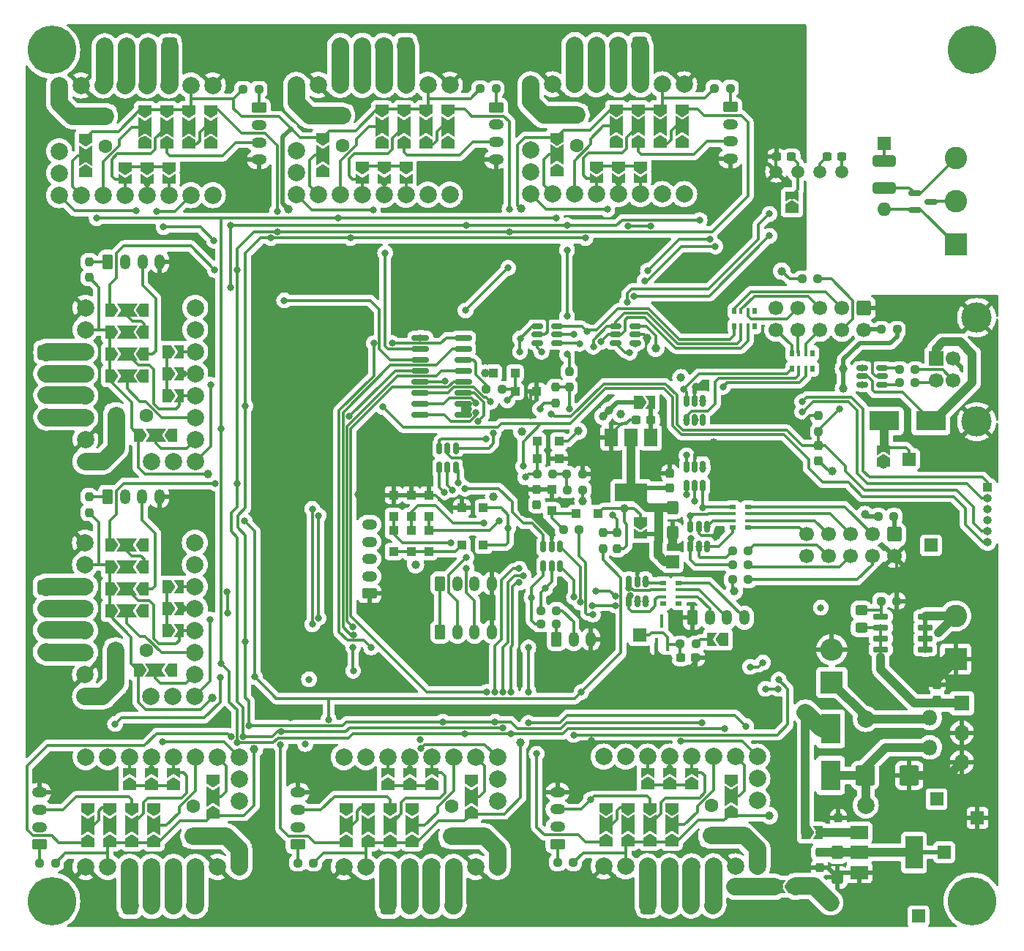
<source format=gbr>
%TF.GenerationSoftware,KiCad,Pcbnew,8.99.0-unknown*%
%TF.CreationDate,2024-03-12T14:31:13+03:00*%
%TF.ProjectId,multistepper,6d756c74-6973-4746-9570-7065722e6b69,rev?*%
%TF.SameCoordinates,Original*%
%TF.FileFunction,Copper,L4,Bot*%
%TF.FilePolarity,Positive*%
%FSLAX46Y46*%
G04 Gerber Fmt 4.6, Leading zero omitted, Abs format (unit mm)*
G04 Created by KiCad (PCBNEW 8.99.0-unknown) date 2024-03-12 14:31:13*
%MOMM*%
%LPD*%
G01*
G04 APERTURE LIST*
G04 Aperture macros list*
%AMRoundRect*
0 Rectangle with rounded corners*
0 $1 Rounding radius*
0 $2 $3 $4 $5 $6 $7 $8 $9 X,Y pos of 4 corners*
0 Add a 4 corners polygon primitive as box body*
4,1,4,$2,$3,$4,$5,$6,$7,$8,$9,$2,$3,0*
0 Add four circle primitives for the rounded corners*
1,1,$1+$1,$2,$3*
1,1,$1+$1,$4,$5*
1,1,$1+$1,$6,$7*
1,1,$1+$1,$8,$9*
0 Add four rect primitives between the rounded corners*
20,1,$1+$1,$2,$3,$4,$5,0*
20,1,$1+$1,$4,$5,$6,$7,0*
20,1,$1+$1,$6,$7,$8,$9,0*
20,1,$1+$1,$8,$9,$2,$3,0*%
%AMFreePoly0*
4,1,6,1.000000,0.000000,0.500000,-0.750000,-0.500000,-0.750000,-0.500000,0.750000,0.500000,0.750000,1.000000,0.000000,1.000000,0.000000,$1*%
%AMFreePoly1*
4,1,7,0.700000,0.000000,1.200000,-0.750000,-1.200000,-0.750000,-0.700000,0.000000,-1.200000,0.750000,1.200000,0.750000,0.700000,0.000000,0.700000,0.000000,$1*%
%AMFreePoly2*
4,1,6,0.500000,-0.750000,-0.650000,-0.750000,-0.150000,0.000000,-0.650000,0.750000,0.500000,0.750000,0.500000,-0.750000,0.500000,-0.750000,$1*%
G04 Aperture macros list end*
%TA.AperFunction,ComponentPad*%
%ADD10RoundRect,0.250000X0.600000X0.725000X-0.600000X0.725000X-0.600000X-0.725000X0.600000X-0.725000X0*%
%TD*%
%TA.AperFunction,ComponentPad*%
%ADD11O,1.700000X1.950000*%
%TD*%
%TA.AperFunction,ComponentPad*%
%ADD12RoundRect,0.250000X-0.725000X0.600000X-0.725000X-0.600000X0.725000X-0.600000X0.725000X0.600000X0*%
%TD*%
%TA.AperFunction,ComponentPad*%
%ADD13O,1.950000X1.700000*%
%TD*%
%TA.AperFunction,ComponentPad*%
%ADD14RoundRect,0.250000X0.625000X-0.350000X0.625000X0.350000X-0.625000X0.350000X-0.625000X-0.350000X0*%
%TD*%
%TA.AperFunction,ComponentPad*%
%ADD15O,1.750000X1.200000*%
%TD*%
%TA.AperFunction,ComponentPad*%
%ADD16RoundRect,0.250000X-0.600000X0.600000X-0.600000X-0.600000X0.600000X-0.600000X0.600000X0.600000X0*%
%TD*%
%TA.AperFunction,ComponentPad*%
%ADD17C,1.700000*%
%TD*%
%TA.AperFunction,ComponentPad*%
%ADD18C,5.600000*%
%TD*%
%TA.AperFunction,ComponentPad*%
%ADD19R,1.600000X1.600000*%
%TD*%
%TA.AperFunction,ComponentPad*%
%ADD20O,1.600000X1.600000*%
%TD*%
%TA.AperFunction,ComponentPad*%
%ADD21C,1.600000*%
%TD*%
%TA.AperFunction,ComponentPad*%
%ADD22RoundRect,0.250000X-0.350000X-0.625000X0.350000X-0.625000X0.350000X0.625000X-0.350000X0.625000X0*%
%TD*%
%TA.AperFunction,ComponentPad*%
%ADD23O,1.200000X1.750000*%
%TD*%
%TA.AperFunction,ComponentPad*%
%ADD24C,2.000000*%
%TD*%
%TA.AperFunction,ComponentPad*%
%ADD25R,2.600000X2.600000*%
%TD*%
%TA.AperFunction,ComponentPad*%
%ADD26C,2.600000*%
%TD*%
%TA.AperFunction,ComponentPad*%
%ADD27R,1.500000X1.500000*%
%TD*%
%TA.AperFunction,ComponentPad*%
%ADD28R,1.000000X1.000000*%
%TD*%
%TA.AperFunction,ComponentPad*%
%ADD29O,1.000000X1.000000*%
%TD*%
%TA.AperFunction,ComponentPad*%
%ADD30RoundRect,0.250000X-0.625000X0.350000X-0.625000X-0.350000X0.625000X-0.350000X0.625000X0.350000X0*%
%TD*%
%TA.AperFunction,ComponentPad*%
%ADD31RoundRect,0.250000X-0.600000X-0.725000X0.600000X-0.725000X0.600000X0.725000X-0.600000X0.725000X0*%
%TD*%
%TA.AperFunction,ComponentPad*%
%ADD32C,1.500000*%
%TD*%
%TA.AperFunction,ComponentPad*%
%ADD33O,2.600000X2.600000*%
%TD*%
%TA.AperFunction,ComponentPad*%
%ADD34R,1.800000X1.800000*%
%TD*%
%TA.AperFunction,ComponentPad*%
%ADD35O,1.800000X1.800000*%
%TD*%
%TA.AperFunction,ComponentPad*%
%ADD36R,1.700000X1.700000*%
%TD*%
%TA.AperFunction,ComponentPad*%
%ADD37C,3.500000*%
%TD*%
%TA.AperFunction,SMDPad,CuDef*%
%ADD38RoundRect,0.150000X-0.512500X-0.150000X0.512500X-0.150000X0.512500X0.150000X-0.512500X0.150000X0*%
%TD*%
%TA.AperFunction,SMDPad,CuDef*%
%ADD39FreePoly0,90.000000*%
%TD*%
%TA.AperFunction,SMDPad,CuDef*%
%ADD40FreePoly1,90.000000*%
%TD*%
%TA.AperFunction,SMDPad,CuDef*%
%ADD41FreePoly0,270.000000*%
%TD*%
%TA.AperFunction,SMDPad,CuDef*%
%ADD42FreePoly1,270.000000*%
%TD*%
%TA.AperFunction,SMDPad,CuDef*%
%ADD43FreePoly2,90.000000*%
%TD*%
%TA.AperFunction,SMDPad,CuDef*%
%ADD44FreePoly0,180.000000*%
%TD*%
%TA.AperFunction,SMDPad,CuDef*%
%ADD45FreePoly1,180.000000*%
%TD*%
%TA.AperFunction,SMDPad,CuDef*%
%ADD46FreePoly0,0.000000*%
%TD*%
%TA.AperFunction,SMDPad,CuDef*%
%ADD47FreePoly2,0.000000*%
%TD*%
%TA.AperFunction,SMDPad,CuDef*%
%ADD48RoundRect,0.237500X-0.250000X-0.237500X0.250000X-0.237500X0.250000X0.237500X-0.250000X0.237500X0*%
%TD*%
%TA.AperFunction,SMDPad,CuDef*%
%ADD49FreePoly2,270.000000*%
%TD*%
%TA.AperFunction,SMDPad,CuDef*%
%ADD50RoundRect,0.250000X-0.425000X0.537500X-0.425000X-0.537500X0.425000X-0.537500X0.425000X0.537500X0*%
%TD*%
%TA.AperFunction,SMDPad,CuDef*%
%ADD51R,1.000000X1.000000*%
%TD*%
%TA.AperFunction,SMDPad,CuDef*%
%ADD52R,0.500000X0.800000*%
%TD*%
%TA.AperFunction,SMDPad,CuDef*%
%ADD53R,0.400000X0.800000*%
%TD*%
%TA.AperFunction,SMDPad,CuDef*%
%ADD54R,0.800000X0.500000*%
%TD*%
%TA.AperFunction,SMDPad,CuDef*%
%ADD55R,0.800000X0.400000*%
%TD*%
%TA.AperFunction,SMDPad,CuDef*%
%ADD56RoundRect,0.150000X-0.587500X-0.150000X0.587500X-0.150000X0.587500X0.150000X-0.587500X0.150000X0*%
%TD*%
%TA.AperFunction,SMDPad,CuDef*%
%ADD57RoundRect,0.150000X-0.150000X0.512500X-0.150000X-0.512500X0.150000X-0.512500X0.150000X0.512500X0*%
%TD*%
%TA.AperFunction,SMDPad,CuDef*%
%ADD58RoundRect,0.237500X0.250000X0.237500X-0.250000X0.237500X-0.250000X-0.237500X0.250000X-0.237500X0*%
%TD*%
%TA.AperFunction,SMDPad,CuDef*%
%ADD59RoundRect,0.237500X-0.237500X0.300000X-0.237500X-0.300000X0.237500X-0.300000X0.237500X0.300000X0*%
%TD*%
%TA.AperFunction,SMDPad,CuDef*%
%ADD60RoundRect,0.150000X0.825000X0.150000X-0.825000X0.150000X-0.825000X-0.150000X0.825000X-0.150000X0*%
%TD*%
%TA.AperFunction,SMDPad,CuDef*%
%ADD61RoundRect,0.150000X0.512500X0.150000X-0.512500X0.150000X-0.512500X-0.150000X0.512500X-0.150000X0*%
%TD*%
%TA.AperFunction,SMDPad,CuDef*%
%ADD62RoundRect,0.237500X-0.237500X0.250000X-0.237500X-0.250000X0.237500X-0.250000X0.237500X0.250000X0*%
%TD*%
%TA.AperFunction,SMDPad,CuDef*%
%ADD63RoundRect,0.237500X0.300000X0.237500X-0.300000X0.237500X-0.300000X-0.237500X0.300000X-0.237500X0*%
%TD*%
%TA.AperFunction,SMDPad,CuDef*%
%ADD64RoundRect,0.237500X0.237500X-0.250000X0.237500X0.250000X-0.237500X0.250000X-0.237500X-0.250000X0*%
%TD*%
%TA.AperFunction,SMDPad,CuDef*%
%ADD65RoundRect,0.250000X0.450000X-0.325000X0.450000X0.325000X-0.450000X0.325000X-0.450000X-0.325000X0*%
%TD*%
%TA.AperFunction,SMDPad,CuDef*%
%ADD66FreePoly2,180.000000*%
%TD*%
%TA.AperFunction,SMDPad,CuDef*%
%ADD67R,2.300000X3.500000*%
%TD*%
%TA.AperFunction,SMDPad,CuDef*%
%ADD68RoundRect,0.237500X0.237500X-0.300000X0.237500X0.300000X-0.237500X0.300000X-0.237500X-0.300000X0*%
%TD*%
%TA.AperFunction,SMDPad,CuDef*%
%ADD69R,2.000000X1.500000*%
%TD*%
%TA.AperFunction,SMDPad,CuDef*%
%ADD70R,2.000000X3.800000*%
%TD*%
%TA.AperFunction,SMDPad,CuDef*%
%ADD71R,3.500000X2.300000*%
%TD*%
%TA.AperFunction,SMDPad,CuDef*%
%ADD72RoundRect,0.237500X-0.300000X-0.237500X0.300000X-0.237500X0.300000X0.237500X-0.300000X0.237500X0*%
%TD*%
%TA.AperFunction,SMDPad,CuDef*%
%ADD73RoundRect,0.250000X-0.875000X-0.925000X0.875000X-0.925000X0.875000X0.925000X-0.875000X0.925000X0*%
%TD*%
%TA.AperFunction,SMDPad,CuDef*%
%ADD74R,0.450000X1.500000*%
%TD*%
%TA.AperFunction,SMDPad,CuDef*%
%ADD75RoundRect,0.150000X-0.725000X-0.150000X0.725000X-0.150000X0.725000X0.150000X-0.725000X0.150000X0*%
%TD*%
%TA.AperFunction,SMDPad,CuDef*%
%ADD76R,1.500000X2.000000*%
%TD*%
%TA.AperFunction,SMDPad,CuDef*%
%ADD77R,3.800000X2.000000*%
%TD*%
%TA.AperFunction,SMDPad,CuDef*%
%ADD78RoundRect,0.250000X-1.075000X0.400000X-1.075000X-0.400000X1.075000X-0.400000X1.075000X0.400000X0*%
%TD*%
%TA.AperFunction,ViaPad*%
%ADD79C,1.000000*%
%TD*%
%TA.AperFunction,ViaPad*%
%ADD80C,0.800000*%
%TD*%
%TA.AperFunction,Conductor*%
%ADD81C,0.300000*%
%TD*%
%TA.AperFunction,Conductor*%
%ADD82C,0.500000*%
%TD*%
%TA.AperFunction,Conductor*%
%ADD83C,1.000000*%
%TD*%
%TA.AperFunction,Conductor*%
%ADD84C,2.000000*%
%TD*%
%TA.AperFunction,Conductor*%
%ADD85C,0.200000*%
%TD*%
G04 APERTURE END LIST*
D10*
%TO.P,J17,1,Pin_1*%
%TO.N,Net-(J17-Pad1)*%
X99921075Y-41501827D03*
D11*
%TO.P,J17,2,Pin_2*%
%TO.N,Net-(J17-Pad2)*%
X97421075Y-41501827D03*
%TO.P,J17,3,Pin_3*%
%TO.N,Net-(J17-Pad3)*%
X94921075Y-41501827D03*
%TO.P,J17,4,Pin_4*%
%TO.N,Net-(J17-Pad4)*%
X92421075Y-41501827D03*
%TD*%
D12*
%TO.P,J12,1,Pin_1*%
%TO.N,Net-(J12-Pad1)*%
X58374000Y-76974000D03*
D13*
%TO.P,J12,2,Pin_2*%
%TO.N,Net-(J12-Pad2)*%
X58374000Y-79474000D03*
%TO.P,J12,3,Pin_3*%
%TO.N,Net-(J12-Pad3)*%
X58374000Y-81974000D03*
%TO.P,J12,4,Pin_4*%
%TO.N,Net-(J12-Pad4)*%
X58374000Y-84474000D03*
%TD*%
D14*
%TO.P,J6,1,Pin_1*%
%TO.N,GND*%
X95758000Y-104902000D03*
D15*
%TO.P,J6,2,Pin_2*%
%TO.N,Net-(J6-Pad2)*%
X95758000Y-102902000D03*
%TO.P,J6,3,Pin_3*%
%TO.N,Net-(J6-Pad3)*%
X95758000Y-100902000D03*
%TO.P,J6,4,Pin_4*%
%TO.N,Net-(J6-Pad4)*%
X95758000Y-98902000D03*
%TO.P,J6,5,Pin_5*%
%TO.N,Net-(J6-Pad5)*%
X95758000Y-96902000D03*
%TD*%
D16*
%TO.P,J2,1,Pin_1*%
%TO.N,GND*%
X152958800Y-71840700D03*
D17*
%TO.P,J2,2,Pin_2*%
%TO.N,Net-(J2-Pad2)*%
X152958800Y-74380700D03*
%TO.P,J2,3,Pin_3*%
%TO.N,Net-(J2-Pad3)*%
X150418800Y-71840700D03*
%TO.P,J2,4,Pin_4*%
%TO.N,Net-(J2-Pad4)*%
X150418800Y-74380700D03*
%TO.P,J2,5,Pin_5*%
%TO.N,Net-(J2-Pad5)*%
X147878800Y-71840700D03*
%TO.P,J2,6,Pin_6*%
%TO.N,Net-(J2-Pad6)*%
X147878800Y-74380700D03*
%TO.P,J2,7,Pin_7*%
%TO.N,Net-(J2-Pad7)*%
X145338800Y-71840700D03*
%TO.P,J2,8,Pin_8*%
%TO.N,Net-(J2-Pad8)*%
X145338800Y-74380700D03*
%TO.P,J2,9,Pin_9*%
%TO.N,GND*%
X142798800Y-71840700D03*
%TO.P,J2,10,Pin_10*%
%TO.N,Net-(J2-Pad10)*%
X142798800Y-74380700D03*
%TD*%
D14*
%TO.P,J22,1,Pin_1*%
%TO.N,Net-(J22-Pad1)*%
X87466000Y-133934000D03*
D15*
%TO.P,J22,2,Pin_2*%
%TO.N,M5_L0*%
X87466000Y-131934000D03*
%TO.P,J22,3,Pin_3*%
%TO.N,M5_L1*%
X87466000Y-129934000D03*
%TO.P,J22,4,Pin_4*%
%TO.N,GND*%
X87466000Y-127934000D03*
%TD*%
D18*
%TO.P,H4,1*%
%TO.N,N/C*%
X165500000Y-140500000D03*
%TD*%
D19*
%TO.P,SW3,1*%
%TO.N,Net-(R18-Pad1)*%
X155295600Y-52832000D03*
D20*
%TO.P,SW3,2*%
%TO.N,/CANL*%
X155295600Y-60452000D03*
%TD*%
D19*
%TO.P,C24,1*%
%TO.N,/Motors/Vm*%
X105246000Y-132978000D03*
D21*
%TO.P,C24,2*%
%TO.N,GND*%
X105246000Y-129478000D03*
%TD*%
D22*
%TO.P,J5,1,Pin_1*%
%TO.N,Net-(J4-Pad1)*%
X103934000Y-103733600D03*
D23*
%TO.P,J5,2,Pin_2*%
%TO.N,ADC2*%
X105934000Y-103733600D03*
%TO.P,J5,3,Pin_3*%
%TO.N,ADC3*%
X107934000Y-103733600D03*
%TO.P,J5,4,Pin_4*%
%TO.N,GND*%
X109934000Y-103733600D03*
%TD*%
D22*
%TO.P,J11,1,Pin_1*%
%TO.N,Net-(J11-Pad1)*%
X65500000Y-66500000D03*
D23*
%TO.P,J11,2,Pin_2*%
%TO.N,M0_L0*%
X67500000Y-66500000D03*
%TO.P,J11,3,Pin_3*%
%TO.N,M0_L1*%
X69500000Y-66500000D03*
%TO.P,J11,4,Pin_4*%
%TO.N,GND*%
X71500000Y-66500000D03*
%TD*%
D24*
%TO.P,XX5,1,~{EN}*%
%TO.N,/Motors/stepper_M5/~{ENx}*%
X140640000Y-123774000D03*
%TO.P,XX5,2,MS1*%
%TO.N,/Motors/stepper_M5/MS1*%
X138100000Y-123774000D03*
%TO.P,XX5,3,MS2*%
%TO.N,/Motors/stepper_M5/MS2*%
X135560000Y-123774000D03*
%TO.P,XX5,4,SPREAD*%
%TO.N,/Motors/stepper_M5/SPR*%
X133020000Y-123774000D03*
%TO.P,XX5,5,PDN_UART*%
%TO.N,/Motors/stepper_M5/U*%
X130480000Y-123774000D03*
%TO.P,XX5,6,CLK*%
%TO.N,/Motors/stepper_M5/CLK*%
X127940000Y-123774000D03*
%TO.P,XX5,7,STEP*%
%TO.N,/Motors/stepper_M5/STEPx*%
X125400000Y-123774000D03*
%TO.P,XX5,8,DIR*%
%TO.N,/Motors/stepper_M5/DIRx*%
X122860000Y-123774000D03*
%TO.P,XX5,9,GND*%
%TO.N,GND*%
X122860000Y-136474000D03*
%TO.P,XX5,10,VIO*%
%TO.N,Vio*%
X125400000Y-136474000D03*
%TO.P,XX5,11,M1B*%
%TO.N,Net-(J21-Pad1)*%
X127940000Y-136474000D03*
%TO.P,XX5,12,M1A*%
%TO.N,Net-(J21-Pad2)*%
X130480000Y-136474000D03*
%TO.P,XX5,13,M2A*%
%TO.N,Net-(J21-Pad3)*%
X133020000Y-136474000D03*
%TO.P,XX5,14,M2B*%
%TO.N,Net-(J21-Pad4)*%
X135560000Y-136474000D03*
%TO.P,XX5,15,GND*%
%TO.N,GND*%
X138100000Y-136474000D03*
%TO.P,XX5,16,Vmot*%
%TO.N,/Motors/Vm*%
X140640000Y-136474000D03*
%TO.P,XX5,17,DIAG*%
%TO.N,/Motors/DIAG4*%
X140640000Y-126314000D03*
%TO.P,XX5,18,INDEX*%
%TO.N,unconnected-(XX5-Pad18)*%
X140640000Y-128854000D03*
%TD*%
D22*
%TO.P,J13,1,Pin_1*%
%TO.N,Net-(J13-Pad1)*%
X117380000Y-110194000D03*
D23*
%TO.P,J13,2,Pin_2*%
%TO.N,Net-(J13-Pad2)*%
X119380000Y-110194000D03*
%TO.P,J13,3,Pin_3*%
%TO.N,GND*%
X121380000Y-110194000D03*
%TD*%
D24*
%TO.P,XX8,1,~{EN}*%
%TO.N,/Motors/stepper_M8/~{ENx}*%
X75572000Y-116801600D03*
%TO.P,XX8,2,MS1*%
%TO.N,/Motors/stepper_M8/MS1*%
X75572000Y-114261600D03*
%TO.P,XX8,3,MS2*%
%TO.N,/Motors/stepper_M8/MS2*%
X75572000Y-111721600D03*
%TO.P,XX8,4,SPREAD*%
%TO.N,/Motors/stepper_M8/SPR*%
X75572000Y-109181600D03*
%TO.P,XX8,5,PDN_UART*%
%TO.N,/Motors/stepper_M8/U*%
X75572000Y-106641600D03*
%TO.P,XX8,6,CLK*%
%TO.N,/Motors/stepper_M8/CLK*%
X75572000Y-104101600D03*
%TO.P,XX8,7,STEP*%
%TO.N,/Motors/stepper_M8/STEPx*%
X75572000Y-101561600D03*
%TO.P,XX8,8,DIR*%
%TO.N,/Motors/stepper_M8/DIRx*%
X75572000Y-99021600D03*
%TO.P,XX8,9,GND*%
%TO.N,GND*%
X62872000Y-99021600D03*
%TO.P,XX8,10,VIO*%
%TO.N,Vio*%
X62872000Y-101561600D03*
%TO.P,XX8,11,M1B*%
%TO.N,Net-(J27-Pad1)*%
X62872000Y-104101600D03*
%TO.P,XX8,12,M1A*%
%TO.N,Net-(J27-Pad2)*%
X62872000Y-106641600D03*
%TO.P,XX8,13,M2A*%
%TO.N,Net-(J27-Pad3)*%
X62872000Y-109181600D03*
%TO.P,XX8,14,M2B*%
%TO.N,Net-(J27-Pad4)*%
X62872000Y-111721600D03*
%TO.P,XX8,15,GND*%
%TO.N,GND*%
X62872000Y-114261600D03*
%TO.P,XX8,16,Vmot*%
%TO.N,/Motors/Vm*%
X62872000Y-116801600D03*
%TO.P,XX8,17,DIAG*%
%TO.N,/Motors/DIAG7*%
X73032000Y-116801600D03*
%TO.P,XX8,18,INDEX*%
%TO.N,unconnected-(XX8-Pad18)*%
X70492000Y-116801600D03*
%TD*%
%TO.P,XX3,1,~{EN}*%
%TO.N,/Motors/stepper_M3/~{ENx}*%
X87281075Y-58727827D03*
%TO.P,XX3,2,MS1*%
%TO.N,/Motors/stepper_M3/MS1*%
X89821075Y-58727827D03*
%TO.P,XX3,3,MS2*%
%TO.N,/Motors/stepper_M3/MS2*%
X92361075Y-58727827D03*
%TO.P,XX3,4,SPREAD*%
%TO.N,/Motors/stepper_M3/SPR*%
X94901075Y-58727827D03*
%TO.P,XX3,5,PDN_UART*%
%TO.N,/Motors/stepper_M3/U*%
X97441075Y-58727827D03*
%TO.P,XX3,6,CLK*%
%TO.N,/Motors/stepper_M3/CLK*%
X99981075Y-58727827D03*
%TO.P,XX3,7,STEP*%
%TO.N,/Motors/stepper_M3/STEPx*%
X102521075Y-58727827D03*
%TO.P,XX3,8,DIR*%
%TO.N,/Motors/stepper_M3/DIRx*%
X105061075Y-58727827D03*
%TO.P,XX3,9,GND*%
%TO.N,GND*%
X105061075Y-46027827D03*
%TO.P,XX3,10,VIO*%
%TO.N,Vio*%
X102521075Y-46027827D03*
%TO.P,XX3,11,M1B*%
%TO.N,Net-(J17-Pad1)*%
X99981075Y-46027827D03*
%TO.P,XX3,12,M1A*%
%TO.N,Net-(J17-Pad2)*%
X97441075Y-46027827D03*
%TO.P,XX3,13,M2A*%
%TO.N,Net-(J17-Pad3)*%
X94901075Y-46027827D03*
%TO.P,XX3,14,M2B*%
%TO.N,Net-(J17-Pad4)*%
X92361075Y-46027827D03*
%TO.P,XX3,15,GND*%
%TO.N,GND*%
X89821075Y-46027827D03*
%TO.P,XX3,16,Vmot*%
%TO.N,/Motors/Vm*%
X87281075Y-46027827D03*
%TO.P,XX3,17,DIAG*%
%TO.N,/Motors/DIAG2*%
X87281075Y-56187827D03*
%TO.P,XX3,18,INDEX*%
%TO.N,unconnected-(XX3-Pad18)*%
X87281075Y-53647827D03*
%TD*%
D25*
%TO.P,J10,1,Pin_1*%
%TO.N,GND*%
X163576000Y-112482000D03*
D26*
%TO.P,J10,2,Pin_2*%
%TO.N,Net-(J10-Pad2)*%
X163576000Y-107482000D03*
%TD*%
D16*
%TO.P,J3,1,Pin_1*%
%TO.N,Net-(J3-Pad1)*%
X156464000Y-98044000D03*
D17*
%TO.P,J3,2,Pin_2*%
%TO.N,GND*%
X156464000Y-100584000D03*
%TO.P,J3,3,Pin_3*%
%TO.N,Net-(J3-Pad3)*%
X153924000Y-98044000D03*
%TO.P,J3,4,Pin_4*%
%TO.N,Net-(J3-Pad4)*%
X153924000Y-100584000D03*
%TO.P,J3,5,Pin_5*%
%TO.N,Net-(J3-Pad5)*%
X151384000Y-98044000D03*
%TO.P,J3,6,Pin_6*%
%TO.N,Net-(J3-Pad6)*%
X151384000Y-100584000D03*
%TO.P,J3,7,Pin_7*%
%TO.N,Net-(J3-Pad7)*%
X148844000Y-98044000D03*
%TO.P,J3,8,Pin_8*%
%TO.N,Net-(J3-Pad8)*%
X148844000Y-100584000D03*
%TO.P,J3,9,Pin_9*%
%TO.N,Net-(J3-Pad9)*%
X146304000Y-98044000D03*
%TO.P,J3,10,Pin_10*%
%TO.N,GND*%
X146304000Y-100584000D03*
%TD*%
D27*
%TO.P,TP3,1,1*%
%TO.N,GND*%
X166090600Y-130860800D03*
%TD*%
D28*
%TO.P,J1,1,Pin_1*%
%TO.N,/MCU base/SWCLK*%
X167258600Y-92608400D03*
D29*
%TO.P,J1,2,Pin_2*%
%TO.N,/MCU base/SWDIO*%
X167258600Y-93878400D03*
%TO.P,J1,3,Pin_3*%
%TO.N,GND*%
X167258600Y-95148400D03*
%TO.P,J1,4,Pin_4*%
%TO.N,Net-(J1-Pad4)*%
X167258600Y-96418400D03*
%TO.P,J1,5,Pin_5*%
%TO.N,/MCU base/BOOT0*%
X167258600Y-97688400D03*
%TO.P,J1,6,Pin_6*%
%TO.N,/MCU base/NRST*%
X167258600Y-98958400D03*
%TD*%
D14*
%TO.P,J24,1,Pin_1*%
%TO.N,Net-(J24-Pad1)*%
X57604925Y-133934000D03*
D15*
%TO.P,J24,2,Pin_2*%
%TO.N,M6_L0*%
X57604925Y-131934000D03*
%TO.P,J24,3,Pin_3*%
%TO.N,M6_L1*%
X57604925Y-129934000D03*
%TO.P,J24,4,Pin_4*%
%TO.N,GND*%
X57604925Y-127934000D03*
%TD*%
D18*
%TO.P,H1,1*%
%TO.N,N/C*%
X59000000Y-42000000D03*
%TD*%
D19*
%TO.P,C23,1*%
%TO.N,/Motors/Vm*%
X135306000Y-132918000D03*
D21*
%TO.P,C23,2*%
%TO.N,GND*%
X135306000Y-129418000D03*
%TD*%
D10*
%TO.P,J19,1,Pin_1*%
%TO.N,Net-(J19-Pad1)*%
X127026450Y-41440000D03*
D11*
%TO.P,J19,2,Pin_2*%
%TO.N,Net-(J19-Pad2)*%
X124526450Y-41440000D03*
%TO.P,J19,3,Pin_3*%
%TO.N,Net-(J19-Pad3)*%
X122026450Y-41440000D03*
%TO.P,J19,4,Pin_4*%
%TO.N,Net-(J19-Pad4)*%
X119526450Y-41440000D03*
%TD*%
D27*
%TO.P,TP2,1,1*%
%TO.N,Vdrive*%
X159258000Y-142240000D03*
%TD*%
D30*
%TO.P,J14,1,Pin_1*%
%TO.N,Net-(J14-Pad1)*%
X82974000Y-48689654D03*
D15*
%TO.P,J14,2,Pin_2*%
%TO.N,M1_L0*%
X82974000Y-50689654D03*
%TO.P,J14,3,Pin_3*%
%TO.N,M1_L1*%
X82974000Y-52689654D03*
%TO.P,J14,4,Pin_4*%
%TO.N,GND*%
X82974000Y-54689654D03*
%TD*%
D18*
%TO.P,H3,1*%
%TO.N,N/C*%
X59000000Y-140500000D03*
%TD*%
D31*
%TO.P,J23,1,Pin_1*%
%TO.N,Net-(J23-Pad1)*%
X97940000Y-141060000D03*
D11*
%TO.P,J23,2,Pin_2*%
%TO.N,Net-(J23-Pad2)*%
X100440000Y-141060000D03*
%TO.P,J23,3,Pin_3*%
%TO.N,Net-(J23-Pad3)*%
X102940000Y-141060000D03*
%TO.P,J23,4,Pin_4*%
%TO.N,Net-(J23-Pad4)*%
X105440000Y-141060000D03*
%TD*%
D31*
%TO.P,J25,1,Pin_1*%
%TO.N,Net-(J25-Pad1)*%
X68078925Y-141060000D03*
D11*
%TO.P,J25,2,Pin_2*%
%TO.N,Net-(J25-Pad2)*%
X70578925Y-141060000D03*
%TO.P,J25,3,Pin_3*%
%TO.N,Net-(J25-Pad3)*%
X73078925Y-141060000D03*
%TO.P,J25,4,Pin_4*%
%TO.N,Net-(J25-Pad4)*%
X75578925Y-141060000D03*
%TD*%
D24*
%TO.P,XX4,1,~{EN}*%
%TO.N,/Motors/stepper_M4/~{ENx}*%
X114386450Y-58666000D03*
%TO.P,XX4,2,MS1*%
%TO.N,/Motors/stepper_M4/MS1*%
X116926450Y-58666000D03*
%TO.P,XX4,3,MS2*%
%TO.N,/Motors/stepper_M4/MS2*%
X119466450Y-58666000D03*
%TO.P,XX4,4,SPREAD*%
%TO.N,/Motors/stepper_M4/SPR*%
X122006450Y-58666000D03*
%TO.P,XX4,5,PDN_UART*%
%TO.N,/Motors/stepper_M4/U*%
X124546450Y-58666000D03*
%TO.P,XX4,6,CLK*%
%TO.N,/Motors/stepper_M4/CLK*%
X127086450Y-58666000D03*
%TO.P,XX4,7,STEP*%
%TO.N,/Motors/stepper_M4/STEPx*%
X129626450Y-58666000D03*
%TO.P,XX4,8,DIR*%
%TO.N,/Motors/stepper_M4/DIRx*%
X132166450Y-58666000D03*
%TO.P,XX4,9,GND*%
%TO.N,GND*%
X132166450Y-45966000D03*
%TO.P,XX4,10,VIO*%
%TO.N,Vio*%
X129626450Y-45966000D03*
%TO.P,XX4,11,M1B*%
%TO.N,Net-(J19-Pad1)*%
X127086450Y-45966000D03*
%TO.P,XX4,12,M1A*%
%TO.N,Net-(J19-Pad2)*%
X124546450Y-45966000D03*
%TO.P,XX4,13,M2A*%
%TO.N,Net-(J19-Pad3)*%
X122006450Y-45966000D03*
%TO.P,XX4,14,M2B*%
%TO.N,Net-(J19-Pad4)*%
X119466450Y-45966000D03*
%TO.P,XX4,15,GND*%
%TO.N,GND*%
X116926450Y-45966000D03*
%TO.P,XX4,16,Vmot*%
%TO.N,/Motors/Vm*%
X114386450Y-45966000D03*
%TO.P,XX4,17,DIAG*%
%TO.N,/Motors/DIAG3*%
X114386450Y-56126000D03*
%TO.P,XX4,18,INDEX*%
%TO.N,unconnected-(XX4-Pad18)*%
X114386450Y-53586000D03*
%TD*%
D18*
%TO.P,H2,1*%
%TO.N,N/C*%
X165500000Y-42000000D03*
%TD*%
D31*
%TO.P,J21,1,Pin_1*%
%TO.N,Net-(J21-Pad1)*%
X128000000Y-141000000D03*
D11*
%TO.P,J21,2,Pin_2*%
%TO.N,Net-(J21-Pad2)*%
X130500000Y-141000000D03*
%TO.P,J21,3,Pin_3*%
%TO.N,Net-(J21-Pad3)*%
X133000000Y-141000000D03*
%TO.P,J21,4,Pin_4*%
%TO.N,Net-(J21-Pad4)*%
X135500000Y-141000000D03*
%TD*%
D19*
%TO.P,C21,1*%
%TO.N,/Motors/Vm*%
X92615075Y-49583827D03*
D21*
%TO.P,C21,2*%
%TO.N,GND*%
X92615075Y-53083827D03*
%TD*%
D19*
%TO.P,C22,1*%
%TO.N,/Motors/Vm*%
X119720450Y-49522000D03*
D21*
%TO.P,C22,2*%
%TO.N,GND*%
X119720450Y-53022000D03*
%TD*%
D30*
%TO.P,J18,1,Pin_1*%
%TO.N,Net-(J18-Pad1)*%
X137500450Y-48566000D03*
D15*
%TO.P,J18,2,Pin_2*%
%TO.N,M3_L0*%
X137500450Y-50566000D03*
%TO.P,J18,3,Pin_3*%
%TO.N,M3_L1*%
X137500450Y-52566000D03*
%TO.P,J18,4,Pin_4*%
%TO.N,GND*%
X137500450Y-54566000D03*
%TD*%
D32*
%TO.P,Q1,1,GND*%
%TO.N,GND*%
X142798800Y-56083200D03*
%TO.P,Q1,2,Vin*%
%TO.N,Net-(C10-Pad1)*%
X145338800Y-56083200D03*
%TO.P,Q1,3,0V*%
%TO.N,Earth*%
X147878800Y-56083200D03*
%TO.P,Q1,4,+Vo*%
%TO.N,Net-(C11-Pad1)*%
X150418800Y-56083200D03*
%TD*%
D24*
%TO.P,XX6,1,~{EN}*%
%TO.N,/Motors/stepper_M6/~{ENx}*%
X110580000Y-123834000D03*
%TO.P,XX6,2,MS1*%
%TO.N,/Motors/stepper_M6/MS1*%
X108040000Y-123834000D03*
%TO.P,XX6,3,MS2*%
%TO.N,/Motors/stepper_M6/MS2*%
X105500000Y-123834000D03*
%TO.P,XX6,4,SPREAD*%
%TO.N,/Motors/stepper_M6/SPR*%
X102960000Y-123834000D03*
%TO.P,XX6,5,PDN_UART*%
%TO.N,/Motors/stepper_M6/U*%
X100420000Y-123834000D03*
%TO.P,XX6,6,CLK*%
%TO.N,/Motors/stepper_M6/CLK*%
X97880000Y-123834000D03*
%TO.P,XX6,7,STEP*%
%TO.N,/Motors/stepper_M6/STEPx*%
X95340000Y-123834000D03*
%TO.P,XX6,8,DIR*%
%TO.N,/Motors/stepper_M6/DIRx*%
X92800000Y-123834000D03*
%TO.P,XX6,9,GND*%
%TO.N,GND*%
X92800000Y-136534000D03*
%TO.P,XX6,10,VIO*%
%TO.N,Vio*%
X95340000Y-136534000D03*
%TO.P,XX6,11,M1B*%
%TO.N,Net-(J23-Pad1)*%
X97880000Y-136534000D03*
%TO.P,XX6,12,M1A*%
%TO.N,Net-(J23-Pad2)*%
X100420000Y-136534000D03*
%TO.P,XX6,13,M2A*%
%TO.N,Net-(J23-Pad3)*%
X102960000Y-136534000D03*
%TO.P,XX6,14,M2B*%
%TO.N,Net-(J23-Pad4)*%
X105500000Y-136534000D03*
%TO.P,XX6,15,GND*%
%TO.N,GND*%
X108040000Y-136534000D03*
%TO.P,XX6,16,Vmot*%
%TO.N,/Motors/Vm*%
X110580000Y-136534000D03*
%TO.P,XX6,17,DIAG*%
%TO.N,/Motors/DIAG5*%
X110580000Y-126374000D03*
%TO.P,XX6,18,INDEX*%
%TO.N,unconnected-(XX6-Pad18)*%
X110580000Y-128914000D03*
%TD*%
D25*
%TO.P,D26,1,K*%
%TO.N,Net-(D26-Pad1)*%
X149250400Y-115194400D03*
D33*
%TO.P,D26,2,A*%
%TO.N,GND*%
X149250400Y-111384400D03*
%TD*%
D27*
%TO.P,TP6,1,1*%
%TO.N,+3.3VADC*%
X127000000Y-109728000D03*
%TD*%
D19*
%TO.P,C19,1*%
%TO.N,/Motors/Vm*%
X66456000Y-84280000D03*
D21*
%TO.P,C19,2*%
%TO.N,GND*%
X69956000Y-84280000D03*
%TD*%
D34*
%TO.P,U5,1,VIN*%
%TO.N,Vdrive*%
X164287200Y-117602000D03*
D35*
%TO.P,U5,2,VOUT*%
%TO.N,Net-(D26-Pad1)*%
X160587200Y-119302000D03*
%TO.P,U5,3,GND*%
%TO.N,GND*%
X164287200Y-121002000D03*
%TO.P,U5,4,FB*%
%TO.N,Net-(C17-Pad1)*%
X160587200Y-122702000D03*
%TO.P,U5,5,ON/OFF*%
%TO.N,GND*%
X164287200Y-124402000D03*
%TD*%
D12*
%TO.P,J27,1,Pin_1*%
%TO.N,Net-(J27-Pad1)*%
X58346000Y-104161600D03*
D13*
%TO.P,J27,2,Pin_2*%
%TO.N,Net-(J27-Pad2)*%
X58346000Y-106661600D03*
%TO.P,J27,3,Pin_3*%
%TO.N,Net-(J27-Pad3)*%
X58346000Y-109161600D03*
%TO.P,J27,4,Pin_4*%
%TO.N,Net-(J27-Pad4)*%
X58346000Y-111661600D03*
%TD*%
D22*
%TO.P,J7,1,Pin_1*%
%TO.N,GND*%
X133144000Y-107704800D03*
D23*
%TO.P,J7,2,Pin_2*%
%TO.N,Net-(J7-Pad2)*%
X135144000Y-107704800D03*
%TO.P,J7,3,Pin_3*%
%TO.N,Net-(J7-Pad3)*%
X137144000Y-107704800D03*
%TO.P,J7,4,Pin_4*%
%TO.N,Net-(J7-Pad4)*%
X139144000Y-107704800D03*
%TD*%
D27*
%TO.P,TP4,1,1*%
%TO.N,Net-(C17-Pad1)*%
X161366200Y-128701800D03*
%TD*%
D10*
%TO.P,J15,1,Pin_1*%
%TO.N,Net-(J15-Pad1)*%
X72644000Y-41563654D03*
D11*
%TO.P,J15,2,Pin_2*%
%TO.N,Net-(J15-Pad2)*%
X70144000Y-41563654D03*
%TO.P,J15,3,Pin_3*%
%TO.N,Net-(J15-Pad3)*%
X67644000Y-41563654D03*
%TO.P,J15,4,Pin_4*%
%TO.N,Net-(J15-Pad4)*%
X65144000Y-41563654D03*
%TD*%
D24*
%TO.P,L1,1,1*%
%TO.N,Net-(C17-Pad1)*%
X153162000Y-129409200D03*
%TO.P,L1,2,2*%
%TO.N,Net-(D26-Pad1)*%
X153162000Y-119409200D03*
%TD*%
D19*
%TO.P,C20,1*%
%TO.N,/Motors/Vm*%
X65194000Y-49645654D03*
D21*
%TO.P,C20,2*%
%TO.N,GND*%
X65194000Y-53145654D03*
%TD*%
D24*
%TO.P,XX2,1,~{EN}*%
%TO.N,/Motors/stepper_M2/~{ENx}*%
X59860000Y-58789654D03*
%TO.P,XX2,2,MS1*%
%TO.N,/Motors/stepper_M2/MS1*%
X62400000Y-58789654D03*
%TO.P,XX2,3,MS2*%
%TO.N,/Motors/stepper_M2/MS2*%
X64940000Y-58789654D03*
%TO.P,XX2,4,SPREAD*%
%TO.N,/Motors/stepper_M2/SPR*%
X67480000Y-58789654D03*
%TO.P,XX2,5,PDN_UART*%
%TO.N,/Motors/stepper_M2/U*%
X70020000Y-58789654D03*
%TO.P,XX2,6,CLK*%
%TO.N,/Motors/stepper_M2/CLK*%
X72560000Y-58789654D03*
%TO.P,XX2,7,STEP*%
%TO.N,/Motors/stepper_M2/STEPx*%
X75100000Y-58789654D03*
%TO.P,XX2,8,DIR*%
%TO.N,/Motors/stepper_M2/DIRx*%
X77640000Y-58789654D03*
%TO.P,XX2,9,GND*%
%TO.N,GND*%
X77640000Y-46089654D03*
%TO.P,XX2,10,VIO*%
%TO.N,Vio*%
X75100000Y-46089654D03*
%TO.P,XX2,11,M1B*%
%TO.N,Net-(J15-Pad1)*%
X72560000Y-46089654D03*
%TO.P,XX2,12,M1A*%
%TO.N,Net-(J15-Pad2)*%
X70020000Y-46089654D03*
%TO.P,XX2,13,M2A*%
%TO.N,Net-(J15-Pad3)*%
X67480000Y-46089654D03*
%TO.P,XX2,14,M2B*%
%TO.N,Net-(J15-Pad4)*%
X64940000Y-46089654D03*
%TO.P,XX2,15,GND*%
%TO.N,GND*%
X62400000Y-46089654D03*
%TO.P,XX2,16,Vmot*%
%TO.N,/Motors/Vm*%
X59860000Y-46089654D03*
%TO.P,XX2,17,DIAG*%
%TO.N,/Motors/DIAG1*%
X59860000Y-56249654D03*
%TO.P,XX2,18,INDEX*%
%TO.N,unconnected-(XX2-Pad18)*%
X59860000Y-53709654D03*
%TD*%
D25*
%TO.P,J9,1,Pin_1*%
%TO.N,/CANL*%
X163576000Y-64516000D03*
D26*
%TO.P,J9,2,Pin_2*%
%TO.N,Earth*%
X163576000Y-59516000D03*
%TO.P,J9,3,Pin_3*%
%TO.N,/CANH*%
X163576000Y-54516000D03*
%TD*%
D19*
%TO.P,C25,1*%
%TO.N,/Motors/Vm*%
X75384925Y-132978000D03*
D21*
%TO.P,C25,2*%
%TO.N,GND*%
X75384925Y-129478000D03*
%TD*%
D24*
%TO.P,XX7,1,~{EN}*%
%TO.N,/Motors/stepper_M7/~{ENx}*%
X80718925Y-123834000D03*
%TO.P,XX7,2,MS1*%
%TO.N,/Motors/stepper_M7/MS1*%
X78178925Y-123834000D03*
%TO.P,XX7,3,MS2*%
%TO.N,/Motors/stepper_M7/MS2*%
X75638925Y-123834000D03*
%TO.P,XX7,4,SPREAD*%
%TO.N,/Motors/stepper_M7/SPR*%
X73098925Y-123834000D03*
%TO.P,XX7,5,PDN_UART*%
%TO.N,/Motors/stepper_M7/U*%
X70558925Y-123834000D03*
%TO.P,XX7,6,CLK*%
%TO.N,/Motors/stepper_M7/CLK*%
X68018925Y-123834000D03*
%TO.P,XX7,7,STEP*%
%TO.N,/Motors/stepper_M7/STEPx*%
X65478925Y-123834000D03*
%TO.P,XX7,8,DIR*%
%TO.N,/Motors/stepper_M7/DIRx*%
X62938925Y-123834000D03*
%TO.P,XX7,9,GND*%
%TO.N,GND*%
X62938925Y-136534000D03*
%TO.P,XX7,10,VIO*%
%TO.N,Vio*%
X65478925Y-136534000D03*
%TO.P,XX7,11,M1B*%
%TO.N,Net-(J25-Pad1)*%
X68018925Y-136534000D03*
%TO.P,XX7,12,M1A*%
%TO.N,Net-(J25-Pad2)*%
X70558925Y-136534000D03*
%TO.P,XX7,13,M2A*%
%TO.N,Net-(J25-Pad3)*%
X73098925Y-136534000D03*
%TO.P,XX7,14,M2B*%
%TO.N,Net-(J25-Pad4)*%
X75638925Y-136534000D03*
%TO.P,XX7,15,GND*%
%TO.N,GND*%
X78178925Y-136534000D03*
%TO.P,XX7,16,Vmot*%
%TO.N,/Motors/Vm*%
X80718925Y-136534000D03*
%TO.P,XX7,17,DIAG*%
%TO.N,/Motors/DIAG6*%
X80718925Y-126374000D03*
%TO.P,XX7,18,INDEX*%
%TO.N,unconnected-(XX7-Pad18)*%
X80718925Y-128914000D03*
%TD*%
D22*
%TO.P,J26,1,Pin_1*%
%TO.N,Net-(J26-Pad1)*%
X65472000Y-93687600D03*
D23*
%TO.P,J26,2,Pin_2*%
%TO.N,M7_L0*%
X67472000Y-93687600D03*
%TO.P,J26,3,Pin_3*%
%TO.N,M7_L1*%
X69472000Y-93687600D03*
%TO.P,J26,4,Pin_4*%
%TO.N,GND*%
X71472000Y-93687600D03*
%TD*%
D22*
%TO.P,J4,1,Pin_1*%
%TO.N,Net-(J4-Pad1)*%
X103934000Y-109321600D03*
D23*
%TO.P,J4,2,Pin_2*%
%TO.N,ADC0*%
X105934000Y-109321600D03*
%TO.P,J4,3,Pin_3*%
%TO.N,ADC1*%
X107934000Y-109321600D03*
%TO.P,J4,4,Pin_4*%
%TO.N,GND*%
X109934000Y-109321600D03*
%TD*%
D14*
%TO.P,J20,1,Pin_1*%
%TO.N,Net-(J20-Pad1)*%
X117526000Y-133874000D03*
D15*
%TO.P,J20,2,Pin_2*%
%TO.N,M4_L0*%
X117526000Y-131874000D03*
%TO.P,J20,3,Pin_3*%
%TO.N,M4_L1*%
X117526000Y-129874000D03*
%TO.P,J20,4,Pin_4*%
%TO.N,GND*%
X117526000Y-127874000D03*
%TD*%
D30*
%TO.P,J16,1,Pin_1*%
%TO.N,Net-(J16-Pad1)*%
X110395075Y-48627827D03*
D15*
%TO.P,J16,2,Pin_2*%
%TO.N,M2_L0*%
X110395075Y-50627827D03*
%TO.P,J16,3,Pin_3*%
%TO.N,M2_L1*%
X110395075Y-52627827D03*
%TO.P,J16,4,Pin_4*%
%TO.N,GND*%
X110395075Y-54627827D03*
%TD*%
D27*
%TO.P,TP8,1,1*%
%TO.N,Vio*%
X162255200Y-134823200D03*
%TD*%
%TO.P,TP5,1,1*%
%TO.N,+3V3*%
X130810000Y-101244400D03*
%TD*%
D19*
%TO.P,C26,1*%
%TO.N,/Motors/Vm*%
X66428000Y-111467600D03*
D21*
%TO.P,C26,2*%
%TO.N,GND*%
X69928000Y-111467600D03*
%TD*%
D24*
%TO.P,XX1,1,~{EN}*%
%TO.N,/Motors/stepper_M1/~{ENx}*%
X75600000Y-89614000D03*
%TO.P,XX1,2,MS1*%
%TO.N,/Motors/stepper_M1/MS1*%
X75600000Y-87074000D03*
%TO.P,XX1,3,MS2*%
%TO.N,/Motors/stepper_M1/MS2*%
X75600000Y-84534000D03*
%TO.P,XX1,4,SPREAD*%
%TO.N,/Motors/stepper_M1/SPR*%
X75600000Y-81994000D03*
%TO.P,XX1,5,PDN_UART*%
%TO.N,/Motors/stepper_M1/U*%
X75600000Y-79454000D03*
%TO.P,XX1,6,CLK*%
%TO.N,/Motors/stepper_M1/CLK*%
X75600000Y-76914000D03*
%TO.P,XX1,7,STEP*%
%TO.N,/Motors/stepper_M1/STEPx*%
X75600000Y-74374000D03*
%TO.P,XX1,8,DIR*%
%TO.N,/Motors/stepper_M1/DIRx*%
X75600000Y-71834000D03*
%TO.P,XX1,9,GND*%
%TO.N,GND*%
X62900000Y-71834000D03*
%TO.P,XX1,10,VIO*%
%TO.N,Vio*%
X62900000Y-74374000D03*
%TO.P,XX1,11,M1B*%
%TO.N,Net-(J12-Pad1)*%
X62900000Y-76914000D03*
%TO.P,XX1,12,M1A*%
%TO.N,Net-(J12-Pad2)*%
X62900000Y-79454000D03*
%TO.P,XX1,13,M2A*%
%TO.N,Net-(J12-Pad3)*%
X62900000Y-81994000D03*
%TO.P,XX1,14,M2B*%
%TO.N,Net-(J12-Pad4)*%
X62900000Y-84534000D03*
%TO.P,XX1,15,GND*%
%TO.N,GND*%
X62900000Y-87074000D03*
%TO.P,XX1,16,Vmot*%
%TO.N,/Motors/Vm*%
X62900000Y-89614000D03*
%TO.P,XX1,17,DIAG*%
%TO.N,/Motors/DIAG0*%
X73060000Y-89614000D03*
%TO.P,XX1,18,INDEX*%
%TO.N,unconnected-(XX1-Pad18)*%
X70520000Y-89614000D03*
%TD*%
D36*
%TO.P,J8,1,VBUS*%
%TO.N,/VB*%
X161290000Y-77730000D03*
D17*
%TO.P,J8,2,D-*%
%TO.N,Net-(J8-Pad2)*%
X161290000Y-80230000D03*
%TO.P,J8,3,D+*%
%TO.N,Net-(J8-Pad3)*%
X163290000Y-80230000D03*
%TO.P,J8,4,GND*%
%TO.N,GND*%
X163290000Y-77730000D03*
D37*
%TO.P,J8,5,Shield*%
X166000000Y-72960000D03*
X166000000Y-85000000D03*
%TD*%
D27*
%TO.P,TP1,1,1*%
%TO.N,Net-(D22-Pad1)*%
X158167500Y-89348000D03*
%TD*%
D38*
%TO.P,D3,1,K*%
%TO.N,M1_L1*%
X115189000Y-75880000D03*
%TO.P,D3,2,A*%
%TO.N,GND*%
X115189000Y-74930000D03*
%TO.P,D3,3,K*%
%TO.N,M1_L0*%
X115189000Y-73980000D03*
%TO.P,D3,4,K*%
%TO.N,/MCU base/BTN6*%
X117464000Y-73980000D03*
%TO.P,D3,5,K*%
%TO.N,M2_L0*%
X117464000Y-74930000D03*
%TO.P,D3,6,K*%
%TO.N,M2_L1*%
X117464000Y-75880000D03*
%TD*%
D39*
%TO.P,JP36,1,A*%
%TO.N,M3_L1*%
X126832450Y-52792000D03*
D40*
%TO.P,JP36,2,C*%
%TO.N,/Motors/stepper_M4/SPR*%
X126832450Y-50792000D03*
D41*
%TO.P,JP36,3,B*%
%TO.N,Vio*%
X126832450Y-48792000D03*
%TD*%
%TO.P,JP51,1,A*%
%TO.N,/Motors/SCK*%
X100674000Y-129708000D03*
D42*
%TO.P,JP51,2,C*%
%TO.N,/Motors/stepper_M6/MS2*%
X100674000Y-131708000D03*
D39*
%TO.P,JP51,3,B*%
%TO.N,Vio*%
X100674000Y-133708000D03*
%TD*%
%TO.P,JP1,1,A*%
%TO.N,+5V*%
X144627600Y-60364200D03*
D43*
%TO.P,JP1,2,B*%
%TO.N,Net-(C10-Pad1)*%
X144627600Y-58914200D03*
%TD*%
D41*
%TO.P,JP42,1,A*%
%TO.N,/Motors/MOSI*%
X137592000Y-126346000D03*
D42*
%TO.P,JP42,2,C*%
%TO.N,/Motors/stepper_M5/MS1*%
X137592000Y-128346000D03*
D39*
%TO.P,JP42,3,B*%
%TO.N,Vio*%
X137592000Y-130346000D03*
%TD*%
D44*
%TO.P,JP67,1,A*%
%TO.N,/Motors/SCK*%
X69698000Y-106895600D03*
D45*
%TO.P,JP67,2,C*%
%TO.N,/Motors/stepper_M8/MS2*%
X67698000Y-106895600D03*
D46*
%TO.P,JP67,3,B*%
%TO.N,Vio*%
X65698000Y-106895600D03*
%TD*%
D39*
%TO.P,JP46,1,A*%
%TO.N,Net-(JP45-Pad1)*%
X130480000Y-127039000D03*
D43*
%TO.P,JP46,2,B*%
%TO.N,/Motors/stepper_M5/U*%
X130480000Y-125589000D03*
%TD*%
D44*
%TO.P,JP64,1,A*%
%TO.N,Net-(JP64-Pad1)*%
X69698000Y-101815600D03*
D45*
%TO.P,JP64,2,C*%
%TO.N,/Motors/stepper_M8/U*%
X67698000Y-101815600D03*
D46*
%TO.P,JP64,3,B*%
%TO.N,Vio*%
X65698000Y-101815600D03*
%TD*%
D39*
%TO.P,JP26,1,A*%
%TO.N,/Motors/MOSI*%
X90329075Y-56155827D03*
D40*
%TO.P,JP26,2,C*%
%TO.N,/Motors/stepper_M3/MS1*%
X90329075Y-54155827D03*
D41*
%TO.P,JP26,3,B*%
%TO.N,Vio*%
X90329075Y-52155827D03*
%TD*%
D39*
%TO.P,JP18,1,A*%
%TO.N,/Motors/MOSI*%
X62908000Y-56217654D03*
D40*
%TO.P,JP18,2,C*%
%TO.N,/Motors/stepper_M2/MS1*%
X62908000Y-54217654D03*
D41*
%TO.P,JP18,3,B*%
%TO.N,Vio*%
X62908000Y-52217654D03*
%TD*%
D46*
%TO.P,JP5,1,A*%
%TO.N,+5V*%
X126833800Y-82753200D03*
D47*
%TO.P,JP5,2,B*%
%TO.N,Net-(C15-Pad1)*%
X128283800Y-82753200D03*
%TD*%
D48*
%TO.P,R5,1*%
%TO.N,+5V*%
X137771500Y-103276400D03*
%TO.P,R5,2*%
%TO.N,Net-(J3-Pad4)*%
X139596500Y-103276400D03*
%TD*%
D27*
%TO.P,TP7,1,1*%
%TO.N,+5V*%
X160731200Y-99314000D03*
%TD*%
D41*
%TO.P,JP38,1,A*%
%TO.N,Net-(JP37-Pad1)*%
X124546450Y-55401000D03*
D49*
%TO.P,JP38,2,B*%
%TO.N,/Motors/stepper_M4/U*%
X124546450Y-56851000D03*
%TD*%
D48*
%TO.P,R8,1*%
%TO.N,/MCU base/A4*%
X118213500Y-97536000D03*
%TO.P,R8,2*%
%TO.N,ADC4*%
X120038500Y-97536000D03*
%TD*%
%TO.P,R12,1*%
%TO.N,ADC5*%
X118619900Y-92913200D03*
%TO.P,R12,2*%
%TO.N,+5V*%
X120444900Y-92913200D03*
%TD*%
D50*
%TO.P,C28,1*%
%TO.N,Vio*%
X149910800Y-134874000D03*
%TO.P,C28,2*%
%TO.N,GND*%
X149910800Y-137749000D03*
%TD*%
D51*
%TO.P,D20,1,K*%
%TO.N,/MCU base/A4*%
X116840000Y-95331600D03*
%TO.P,D20,2,A*%
%TO.N,GND*%
X116840000Y-92831600D03*
%TD*%
%TO.P,D23,1,K*%
%TO.N,/MCU base/Diagn*%
X112623600Y-81483200D03*
%TO.P,D23,2,A*%
%TO.N,GND*%
X115123600Y-81483200D03*
%TD*%
D46*
%TO.P,JP7,1,A*%
%TO.N,+5V*%
X146239400Y-132588000D03*
D47*
%TO.P,JP7,2,B*%
%TO.N,Net-(C27-Pad1)*%
X147689400Y-132588000D03*
%TD*%
D52*
%TO.P,RN3,1,R1.1*%
%TO.N,unconnected-(RN3-Pad1)*%
X147021400Y-78903400D03*
D53*
%TO.P,RN3,2,R2.1*%
%TO.N,/MCU base/BTN1*%
X146221400Y-78903400D03*
%TO.P,RN3,3,R3.1*%
%TO.N,/MCU base/BTN2_SDA*%
X145421400Y-78903400D03*
D52*
%TO.P,RN3,4,R4.1*%
%TO.N,/MCU base/BTN3_SCL*%
X144621400Y-78903400D03*
%TO.P,RN3,5,R4.2*%
%TO.N,Net-(J2-Pad10)*%
X144621400Y-77103400D03*
D53*
%TO.P,RN3,6,R3.2*%
%TO.N,Net-(J2-Pad8)*%
X145421400Y-77103400D03*
%TO.P,RN3,7,R2.2*%
%TO.N,Net-(J2-Pad6)*%
X146221400Y-77103400D03*
D52*
%TO.P,RN3,8,R1.2*%
%TO.N,unconnected-(RN3-Pad8)*%
X147021400Y-77103400D03*
%TD*%
D41*
%TO.P,JP29,1,A*%
%TO.N,Net-(JP29-Pad1)*%
X94901075Y-55462827D03*
D49*
%TO.P,JP29,2,B*%
%TO.N,/Motors/stepper_M3/SPR*%
X94901075Y-56912827D03*
%TD*%
D46*
%TO.P,JP70,1,A*%
%TO.N,Net-(JP69-Pad1)*%
X72307000Y-106641600D03*
D47*
%TO.P,JP70,2,B*%
%TO.N,/Motors/stepper_M8/U*%
X73757000Y-106641600D03*
%TD*%
D51*
%TO.P,D10,1,K*%
%TO.N,MCU3v3*%
X100584000Y-100056000D03*
%TO.P,D10,2,A*%
%TO.N,/MCU base/A1*%
X100584000Y-97556000D03*
%TD*%
%TO.P,D17,1,K*%
%TO.N,/MCU base/A1*%
X100584000Y-95992000D03*
%TO.P,D17,2,A*%
%TO.N,GND*%
X100584000Y-93492000D03*
%TD*%
D41*
%TO.P,JP49,1,A*%
%TO.N,/Motors/USART4-7*%
X93054000Y-129708000D03*
D42*
%TO.P,JP49,2,C*%
%TO.N,Net-(JP48-Pad1)*%
X93054000Y-131708000D03*
D39*
%TO.P,JP49,3,B*%
%TO.N,/Motors/MISO*%
X93054000Y-133708000D03*
%TD*%
%TO.P,JP27,1,A*%
%TO.N,/Motors/SCK*%
X97187075Y-52853827D03*
D40*
%TO.P,JP27,2,C*%
%TO.N,/Motors/stepper_M3/MS2*%
X97187075Y-50853827D03*
D41*
%TO.P,JP27,3,B*%
%TO.N,Vio*%
X97187075Y-48853827D03*
%TD*%
%TO.P,JP50,1,A*%
%TO.N,/Motors/MOSI*%
X107532000Y-126406000D03*
D42*
%TO.P,JP50,2,C*%
%TO.N,/Motors/stepper_M6/MS1*%
X107532000Y-128406000D03*
D39*
%TO.P,JP50,3,B*%
%TO.N,Vio*%
X107532000Y-130406000D03*
%TD*%
D54*
%TO.P,RN4,1,R1.1*%
%TO.N,/MCU base/SCRN_DCRS*%
X137784000Y-97262800D03*
D55*
%TO.P,RN4,2,R2.1*%
%TO.N,/MCU base/SCRN_MOSI*%
X137784000Y-96462800D03*
%TO.P,RN4,3,R3.1*%
%TO.N,/MCU base/SCRN_RST*%
X137784000Y-95662800D03*
D54*
%TO.P,RN4,4,R4.1*%
%TO.N,/MCU base/SCRN_CS*%
X137784000Y-94862800D03*
%TO.P,RN4,5,R4.2*%
%TO.N,Net-(J3-Pad3)*%
X139584000Y-94862800D03*
D55*
%TO.P,RN4,6,R3.2*%
%TO.N,Net-(J3-Pad5)*%
X139584000Y-95662800D03*
%TO.P,RN4,7,R2.2*%
%TO.N,Net-(J3-Pad7)*%
X139584000Y-96462800D03*
D54*
%TO.P,RN4,8,R1.2*%
%TO.N,Net-(J3-Pad9)*%
X139584000Y-97262800D03*
%TD*%
D39*
%TO.P,JP24,1,A*%
%TO.N,Net-(JP24-Pad1)*%
X102267075Y-52853827D03*
D40*
%TO.P,JP24,2,C*%
%TO.N,/Motors/stepper_M3/U*%
X102267075Y-50853827D03*
D41*
%TO.P,JP24,3,B*%
%TO.N,Vio*%
X102267075Y-48853827D03*
%TD*%
D56*
%TO.P,D24,1,K*%
%TO.N,/CANL*%
X158828500Y-60487600D03*
%TO.P,D24,2,K*%
%TO.N,/CANH*%
X158828500Y-58587600D03*
%TO.P,D24,3,O*%
%TO.N,Earth*%
X160703500Y-59537600D03*
%TD*%
D57*
%TO.P,D4,1,K*%
%TO.N,M0_L0*%
X103850400Y-88067300D03*
%TO.P,D4,2,A*%
%TO.N,GND*%
X104800400Y-88067300D03*
%TO.P,D4,3,K*%
%TO.N,M0_L1*%
X105750400Y-88067300D03*
%TO.P,D4,4,K*%
%TO.N,/MCU base/MOT_MUL2*%
X105750400Y-90342300D03*
%TO.P,D4,5,K*%
%TO.N,/MCU base/MOT_MUL1*%
X104800400Y-90342300D03*
%TO.P,D4,6,K*%
%TO.N,/MCU base/MOT_MUL0*%
X103850400Y-90342300D03*
%TD*%
D46*
%TO.P,JP15,1,A*%
%TO.N,Net-(JP13-Pad1)*%
X72335000Y-76914000D03*
D47*
%TO.P,JP15,2,B*%
%TO.N,/Motors/stepper_M1/CLK*%
X73785000Y-76914000D03*
%TD*%
D58*
%TO.P,R16,1*%
%TO.N,Net-(J8-Pad2)*%
X158900500Y-80524000D03*
%TO.P,R16,2*%
%TO.N,Net-(R16-Pad2)*%
X157075500Y-80524000D03*
%TD*%
D48*
%TO.P,R6,1*%
%TO.N,DIAGNOST*%
X109272700Y-81280000D03*
%TO.P,R6,2*%
%TO.N,/MCU base/Diagn*%
X111097700Y-81280000D03*
%TD*%
D44*
%TO.P,JP10,1,A*%
%TO.N,/Motors/MOSI*%
X73028000Y-86566000D03*
D45*
%TO.P,JP10,2,C*%
%TO.N,/Motors/stepper_M1/MS1*%
X71028000Y-86566000D03*
D46*
%TO.P,JP10,3,B*%
%TO.N,Vio*%
X69028000Y-86566000D03*
%TD*%
%TO.P,JP13,1,A*%
%TO.N,Net-(JP13-Pad1)*%
X72335000Y-81994000D03*
D47*
%TO.P,JP13,2,B*%
%TO.N,/Motors/stepper_M1/SPR*%
X73785000Y-81994000D03*
%TD*%
D59*
%TO.P,C29,1*%
%TO.N,Vio*%
X147828000Y-134875100D03*
%TO.P,C29,2*%
%TO.N,GND*%
X147828000Y-136600100D03*
%TD*%
D44*
%TO.P,JP8,1,A*%
%TO.N,Net-(JP8-Pad1)*%
X69726000Y-74628000D03*
D45*
%TO.P,JP8,2,C*%
%TO.N,/Motors/stepper_M1/U*%
X67726000Y-74628000D03*
D46*
%TO.P,JP8,3,B*%
%TO.N,Vio*%
X65726000Y-74628000D03*
%TD*%
D58*
%TO.P,R34,1*%
%TO.N,Net-(J2-Pad4)*%
X147622900Y-68503800D03*
%TO.P,R34,2*%
%TO.N,+5V*%
X145797900Y-68503800D03*
%TD*%
D60*
%TO.P,U7,1,Y4*%
%TO.N,/Motors/DIAG4*%
X106615000Y-75311000D03*
%TO.P,U7,2,Y6*%
%TO.N,/Motors/DIAG6*%
X106615000Y-76581000D03*
%TO.P,U7,3,Z*%
%TO.N,DIAGNOST*%
X106615000Y-77851000D03*
%TO.P,U7,4,Y7*%
%TO.N,/Motors/DIAG7*%
X106615000Y-79121000D03*
%TO.P,U7,5,Y5*%
%TO.N,/Motors/DIAG5*%
X106615000Y-80391000D03*
%TO.P,U7,6,~{E}*%
%TO.N,MUL_EN*%
X106615000Y-81661000D03*
%TO.P,U7,7,VEE*%
%TO.N,GND*%
X106615000Y-82931000D03*
%TO.P,U7,8,GND*%
X106615000Y-84201000D03*
%TO.P,U7,9,S2*%
%TO.N,MUL2*%
X101665000Y-84201000D03*
%TO.P,U7,10,S1*%
%TO.N,MUL1*%
X101665000Y-82931000D03*
%TO.P,U7,11,S0*%
%TO.N,MUL0*%
X101665000Y-81661000D03*
%TO.P,U7,12,Y3*%
%TO.N,/Motors/DIAG3*%
X101665000Y-80391000D03*
%TO.P,U7,13,Y0*%
%TO.N,/Motors/DIAG0*%
X101665000Y-79121000D03*
%TO.P,U7,14,Y1*%
%TO.N,/Motors/DIAG1*%
X101665000Y-77851000D03*
%TO.P,U7,15,Y2*%
%TO.N,/Motors/DIAG2*%
X101665000Y-76581000D03*
%TO.P,U7,16,VCC*%
%TO.N,Vio*%
X101665000Y-75311000D03*
%TD*%
D51*
%TO.P,D12,1,K*%
%TO.N,MCU3v3*%
X106446000Y-99314000D03*
%TO.P,D12,2,A*%
%TO.N,/MCU base/A3*%
X108946000Y-99314000D03*
%TD*%
D61*
%TO.P,D2,1,K*%
%TO.N,/MCU base/SWCLK*%
X126492000Y-73980000D03*
%TO.P,D2,2,A*%
%TO.N,GND*%
X126492000Y-74930000D03*
%TO.P,D2,3,K*%
%TO.N,M3_L0*%
X126492000Y-75880000D03*
%TO.P,D2,4,K*%
%TO.N,M3_L1*%
X124217000Y-75880000D03*
%TO.P,D2,5,K*%
%TO.N,/MCU base/BTN4*%
X124217000Y-74930000D03*
%TO.P,D2,6,K*%
%TO.N,/MCU base/BTN5*%
X124217000Y-73980000D03*
%TD*%
D44*
%TO.P,JP66,1,A*%
%TO.N,/Motors/MOSI*%
X73000000Y-113753600D03*
D45*
%TO.P,JP66,2,C*%
%TO.N,/Motors/stepper_M8/MS1*%
X71000000Y-113753600D03*
D46*
%TO.P,JP66,3,B*%
%TO.N,Vio*%
X69000000Y-113753600D03*
%TD*%
D41*
%TO.P,JP48,1,A*%
%TO.N,Net-(JP48-Pad1)*%
X95594000Y-129708000D03*
D42*
%TO.P,JP48,2,C*%
%TO.N,/Motors/stepper_M6/U*%
X95594000Y-131708000D03*
D39*
%TO.P,JP48,3,B*%
%TO.N,Vio*%
X95594000Y-133708000D03*
%TD*%
D61*
%TO.P,U3,1,I/O1*%
%TO.N,Net-(R17-Pad2)*%
X155061500Y-78812000D03*
%TO.P,U3,2,GND*%
%TO.N,GND*%
X155061500Y-79762000D03*
%TO.P,U3,3,I/O2*%
%TO.N,Net-(R16-Pad2)*%
X155061500Y-80712000D03*
%TO.P,U3,4,I/O2*%
%TO.N,USB_DM*%
X152786500Y-80712000D03*
%TO.P,U3,5,VBUS*%
%TO.N,/VB*%
X152786500Y-79762000D03*
%TO.P,U3,6,I/O1*%
%TO.N,USB_DP*%
X152786500Y-78812000D03*
%TD*%
D48*
%TO.P,R28,1*%
%TO.N,Vio*%
X135671650Y-46423200D03*
%TO.P,R28,2*%
%TO.N,Net-(J18-Pad1)*%
X137496650Y-46423200D03*
%TD*%
D39*
%TO.P,JP63,1,A*%
%TO.N,Net-(JP61-Pad1)*%
X68018925Y-127099000D03*
D43*
%TO.P,JP63,2,B*%
%TO.N,/Motors/stepper_M7/CLK*%
X68018925Y-125649000D03*
%TD*%
D62*
%TO.P,R37,1*%
%TO.N,USART3_TX*%
X124434600Y-97868100D03*
%TO.P,R37,2*%
%TO.N,MCU3v3*%
X124434600Y-99693100D03*
%TD*%
D51*
%TO.P,D19,1,K*%
%TO.N,/MCU base/A3*%
X108946000Y-94996000D03*
%TO.P,D19,2,A*%
%TO.N,GND*%
X106446000Y-94996000D03*
%TD*%
D48*
%TO.P,R26,1*%
%TO.N,Vio*%
X81145200Y-46546854D03*
%TO.P,R26,2*%
%TO.N,Net-(J14-Pad1)*%
X82970200Y-46546854D03*
%TD*%
D39*
%TO.P,JP17,1,A*%
%TO.N,/Motors/USART0-3*%
X77386000Y-52915654D03*
D40*
%TO.P,JP17,2,C*%
%TO.N,Net-(JP16-Pad1)*%
X77386000Y-50915654D03*
D41*
%TO.P,JP17,3,B*%
%TO.N,/Motors/MISO*%
X77386000Y-48915654D03*
%TD*%
D48*
%TO.P,R27,1*%
%TO.N,Vio*%
X108566275Y-46485027D03*
%TO.P,R27,2*%
%TO.N,Net-(J16-Pad1)*%
X110391275Y-46485027D03*
%TD*%
D39*
%TO.P,JP45,1,A*%
%TO.N,Net-(JP45-Pad1)*%
X133020000Y-127039000D03*
D43*
%TO.P,JP45,2,B*%
%TO.N,/Motors/stepper_M5/SPR*%
X133020000Y-125589000D03*
%TD*%
D39*
%TO.P,JP25,1,A*%
%TO.N,/Motors/USART0-3*%
X104807075Y-52853827D03*
D40*
%TO.P,JP25,2,C*%
%TO.N,Net-(JP24-Pad1)*%
X104807075Y-50853827D03*
D41*
%TO.P,JP25,3,B*%
%TO.N,/Motors/MISO*%
X104807075Y-48853827D03*
%TD*%
D63*
%TO.P,C10,1*%
%TO.N,Net-(C10-Pad1)*%
X144575700Y-54356000D03*
%TO.P,C10,2*%
%TO.N,GND*%
X142850700Y-54356000D03*
%TD*%
D64*
%TO.P,R32,1*%
%TO.N,Vio*%
X63329200Y-95516400D03*
%TO.P,R32,2*%
%TO.N,Net-(J26-Pad1)*%
X63329200Y-93691400D03*
%TD*%
D51*
%TO.P,D9,1,K*%
%TO.N,MCU3v3*%
X98552000Y-100056000D03*
%TO.P,D9,2,A*%
%TO.N,/MCU base/A0*%
X98552000Y-97556000D03*
%TD*%
%TO.P,D15,1,K*%
%TO.N,MCU3v3*%
X110103600Y-79400400D03*
%TO.P,D15,2,A*%
%TO.N,/MCU base/Diagn*%
X112603600Y-79400400D03*
%TD*%
D39*
%TO.P,JP28,1,A*%
%TO.N,M2_L1*%
X99727075Y-52853827D03*
D40*
%TO.P,JP28,2,C*%
%TO.N,/Motors/stepper_M3/SPR*%
X99727075Y-50853827D03*
D41*
%TO.P,JP28,3,B*%
%TO.N,Vio*%
X99727075Y-48853827D03*
%TD*%
D65*
%TO.P,D25,1,K*%
%TO.N,Vdrive*%
X152654000Y-108873400D03*
%TO.P,D25,2,A*%
%TO.N,Net-(D25-Pad2)*%
X152654000Y-106823400D03*
%TD*%
D48*
%TO.P,R19,1*%
%TO.N,Net-(D25-Pad2)*%
X154941900Y-105765600D03*
%TO.P,R19,2*%
%TO.N,GND*%
X156766900Y-105765600D03*
%TD*%
D41*
%TO.P,JP37,1,A*%
%TO.N,Net-(JP37-Pad1)*%
X122006450Y-55401000D03*
D49*
%TO.P,JP37,2,B*%
%TO.N,/Motors/stepper_M4/SPR*%
X122006450Y-56851000D03*
%TD*%
D51*
%TO.P,D21,1,K*%
%TO.N,/MCU base/A5*%
X115183600Y-89306400D03*
%TO.P,D21,2,A*%
%TO.N,GND*%
X117683600Y-89306400D03*
%TD*%
D39*
%TO.P,JP19,1,A*%
%TO.N,/Motors/SCK*%
X69766000Y-52915654D03*
D40*
%TO.P,JP19,2,C*%
%TO.N,/Motors/stepper_M2/MS2*%
X69766000Y-50915654D03*
D41*
%TO.P,JP19,3,B*%
%TO.N,Vio*%
X69766000Y-48915654D03*
%TD*%
D58*
%TO.P,R7,1*%
%TO.N,ADC5*%
X116992400Y-91084400D03*
%TO.P,R7,2*%
%TO.N,/MCU base/A5*%
X115167400Y-91084400D03*
%TD*%
D52*
%TO.P,RN1,1,R1.1*%
%TO.N,Net-(J2-Pad3)*%
X137941200Y-72201200D03*
D53*
%TO.P,RN1,2,R2.1*%
%TO.N,Net-(J2-Pad5)*%
X138741200Y-72201200D03*
%TO.P,RN1,3,R3.1*%
%TO.N,Net-(J2-Pad7)*%
X139541200Y-72201200D03*
D52*
%TO.P,RN1,4,R4.1*%
%TO.N,unconnected-(RN1-Pad4)*%
X140341200Y-72201200D03*
%TO.P,RN1,5,R4.2*%
%TO.N,unconnected-(RN1-Pad5)*%
X140341200Y-74001200D03*
D53*
%TO.P,RN1,6,R3.2*%
%TO.N,/MCU base/BTN4*%
X139541200Y-74001200D03*
%TO.P,RN1,7,R2.2*%
%TO.N,/MCU base/BTN5*%
X138741200Y-74001200D03*
D52*
%TO.P,RN1,8,R1.2*%
%TO.N,/MCU base/BTN6*%
X137941200Y-74001200D03*
%TD*%
D44*
%TO.P,JP4,1,A*%
%TO.N,+5V*%
X136804400Y-110236000D03*
D66*
%TO.P,JP4,2,B*%
%TO.N,Net-(JP4-Pad2)*%
X135354400Y-110236000D03*
%TD*%
D57*
%TO.P,D7,1,K*%
%TO.N,/MCU base/SCRN_RST*%
X132908000Y-97160500D03*
%TO.P,D7,2,A*%
%TO.N,GND*%
X133858000Y-97160500D03*
%TO.P,D7,3,K*%
%TO.N,/MCU base/SCRN_MOSI*%
X134808000Y-97160500D03*
%TO.P,D7,4,K*%
%TO.N,/MCU base/SCRN_DCRS*%
X134808000Y-99435500D03*
%TO.P,D7,5,K*%
%TO.N,/MCU base/SCRN_SCK*%
X133858000Y-99435500D03*
%TO.P,D7,6,K*%
%TO.N,/MCU base/SCRN_MISO*%
X132908000Y-99435500D03*
%TD*%
D39*
%TO.P,JP32,1,A*%
%TO.N,Net-(JP32-Pad1)*%
X129372450Y-52792000D03*
D40*
%TO.P,JP32,2,C*%
%TO.N,/Motors/stepper_M4/U*%
X129372450Y-50792000D03*
D41*
%TO.P,JP32,3,B*%
%TO.N,Vio*%
X129372450Y-48792000D03*
%TD*%
D39*
%TO.P,JP2,1,A*%
%TO.N,+5V*%
X155197900Y-89703600D03*
D43*
%TO.P,JP2,2,B*%
%TO.N,Net-(D22-Pad1)*%
X155197900Y-88253600D03*
%TD*%
D39*
%TO.P,JP35,1,A*%
%TO.N,/Motors/SCK*%
X124292450Y-52792000D03*
D40*
%TO.P,JP35,2,C*%
%TO.N,/Motors/stepper_M4/MS2*%
X124292450Y-50792000D03*
D41*
%TO.P,JP35,3,B*%
%TO.N,Vio*%
X124292450Y-48792000D03*
%TD*%
D67*
%TO.P,D27,1,K*%
%TO.N,+5V*%
X149098000Y-120548400D03*
%TO.P,D27,2,A*%
%TO.N,Net-(C17-Pad1)*%
X149098000Y-125948400D03*
%TD*%
D39*
%TO.P,JP61,1,A*%
%TO.N,Net-(JP61-Pad1)*%
X73098925Y-127099000D03*
D43*
%TO.P,JP61,2,B*%
%TO.N,/Motors/stepper_M7/SPR*%
X73098925Y-125649000D03*
%TD*%
D41*
%TO.P,JP3,1,A*%
%TO.N,MCU3v3*%
X127101600Y-96557000D03*
D49*
%TO.P,JP3,2,B*%
%TO.N,+3V3*%
X127101600Y-98007000D03*
%TD*%
D41*
%TO.P,JP58,1,A*%
%TO.N,/Motors/MOSI*%
X77670925Y-126406000D03*
D42*
%TO.P,JP58,2,C*%
%TO.N,/Motors/stepper_M7/MS1*%
X77670925Y-128406000D03*
D39*
%TO.P,JP58,3,B*%
%TO.N,Vio*%
X77670925Y-130406000D03*
%TD*%
D41*
%TO.P,JP44,1,A*%
%TO.N,M4_L1*%
X128194000Y-129648000D03*
D42*
%TO.P,JP44,2,C*%
%TO.N,/Motors/stepper_M5/SPR*%
X128194000Y-131648000D03*
D39*
%TO.P,JP44,3,B*%
%TO.N,Vio*%
X128194000Y-133648000D03*
%TD*%
D51*
%TO.P,D11,1,K*%
%TO.N,MCU3v3*%
X102616000Y-100056000D03*
%TO.P,D11,2,A*%
%TO.N,/MCU base/A2*%
X102616000Y-97556000D03*
%TD*%
D46*
%TO.P,JP14,1,A*%
%TO.N,Net-(JP13-Pad1)*%
X72335000Y-79454000D03*
D47*
%TO.P,JP14,2,B*%
%TO.N,/Motors/stepper_M1/U*%
X73785000Y-79454000D03*
%TD*%
D41*
%TO.P,JP39,1,A*%
%TO.N,Net-(JP37-Pad1)*%
X127086450Y-55401000D03*
D49*
%TO.P,JP39,2,B*%
%TO.N,/Motors/stepper_M4/CLK*%
X127086450Y-56851000D03*
%TD*%
D58*
%TO.P,R30,1*%
%TO.N,Vio*%
X89294800Y-136076800D03*
%TO.P,R30,2*%
%TO.N,Net-(J22-Pad1)*%
X87469800Y-136076800D03*
%TD*%
D41*
%TO.P,JP57,1,A*%
%TO.N,/Motors/USART4-7*%
X63192925Y-129708000D03*
D42*
%TO.P,JP57,2,C*%
%TO.N,Net-(JP56-Pad1)*%
X63192925Y-131708000D03*
D39*
%TO.P,JP57,3,B*%
%TO.N,/Motors/MISO*%
X63192925Y-133708000D03*
%TD*%
D68*
%TO.P,C27,1*%
%TO.N,Net-(C27-Pad1)*%
X150012400Y-132586900D03*
%TO.P,C27,2*%
%TO.N,GND*%
X150012400Y-130861900D03*
%TD*%
D41*
%TO.P,JP40,1,A*%
%TO.N,Net-(JP40-Pad1)*%
X125654000Y-129648000D03*
D42*
%TO.P,JP40,2,C*%
%TO.N,/Motors/stepper_M5/U*%
X125654000Y-131648000D03*
D39*
%TO.P,JP40,3,B*%
%TO.N,Vio*%
X125654000Y-133648000D03*
%TD*%
D63*
%TO.P,C11,1*%
%TO.N,Net-(C11-Pad1)*%
X150418800Y-54356000D03*
%TO.P,C11,2*%
%TO.N,Earth*%
X148693800Y-54356000D03*
%TD*%
D41*
%TO.P,JP30,1,A*%
%TO.N,Net-(JP29-Pad1)*%
X97441075Y-55462827D03*
D49*
%TO.P,JP30,2,B*%
%TO.N,/Motors/stepper_M3/U*%
X97441075Y-56912827D03*
%TD*%
D41*
%TO.P,JP21,1,A*%
%TO.N,Net-(JP21-Pad1)*%
X67480000Y-55524654D03*
D49*
%TO.P,JP21,2,B*%
%TO.N,/Motors/stepper_M2/SPR*%
X67480000Y-56974654D03*
%TD*%
D68*
%TO.P,C13,1*%
%TO.N,Vdrive*%
X161442400Y-117194500D03*
%TO.P,C13,2*%
%TO.N,GND*%
X161442400Y-115469500D03*
%TD*%
D41*
%TO.P,JP23,1,A*%
%TO.N,Net-(JP21-Pad1)*%
X72560000Y-55524654D03*
D49*
%TO.P,JP23,2,B*%
%TO.N,/Motors/stepper_M2/CLK*%
X72560000Y-56974654D03*
%TD*%
D69*
%TO.P,U8,1,GND*%
%TO.N,GND*%
X152450000Y-137174000D03*
%TO.P,U8,2,VO*%
%TO.N,Vio*%
X152450000Y-134874000D03*
D70*
X158750000Y-134874000D03*
D69*
%TO.P,U8,3,VI*%
%TO.N,Net-(C27-Pad1)*%
X152450000Y-132574000D03*
%TD*%
D39*
%TO.P,JP20,1,A*%
%TO.N,M1_L1*%
X72306000Y-52915654D03*
D40*
%TO.P,JP20,2,C*%
%TO.N,/Motors/stepper_M2/SPR*%
X72306000Y-50915654D03*
D41*
%TO.P,JP20,3,B*%
%TO.N,Vio*%
X72306000Y-48915654D03*
%TD*%
D44*
%TO.P,JP12,1,A*%
%TO.N,M0_L1*%
X69726000Y-77168000D03*
D45*
%TO.P,JP12,2,C*%
%TO.N,/Motors/stepper_M1/SPR*%
X67726000Y-77168000D03*
D46*
%TO.P,JP12,3,B*%
%TO.N,Vio*%
X65726000Y-77168000D03*
%TD*%
D57*
%TO.P,D6,1,K*%
%TO.N,/MCU base/OUT1*%
X125796000Y-103510500D03*
%TO.P,D6,2,A*%
%TO.N,GND*%
X126746000Y-103510500D03*
%TO.P,D6,3,K*%
%TO.N,/MCU base/OUT0*%
X127696000Y-103510500D03*
%TO.P,D6,4,K*%
%TO.N,M6_L1*%
X127696000Y-105785500D03*
%TO.P,D6,5,K*%
%TO.N,M6_L0*%
X126746000Y-105785500D03*
%TO.P,D6,6,K*%
%TO.N,/MCU base/OUT2*%
X125796000Y-105785500D03*
%TD*%
D58*
%TO.P,R17,1*%
%TO.N,Net-(J8-Pad3)*%
X158900500Y-79000000D03*
%TO.P,R17,2*%
%TO.N,Net-(R17-Pad2)*%
X157075500Y-79000000D03*
%TD*%
D71*
%TO.P,D22,1,K*%
%TO.N,Net-(D22-Pad1)*%
X155296000Y-84923000D03*
%TO.P,D22,2,A*%
%TO.N,/VB*%
X160696000Y-84923000D03*
%TD*%
D72*
%TO.P,C12,1*%
%TO.N,+3.3VADC*%
X131776300Y-112318800D03*
%TO.P,C12,2*%
%TO.N,GND*%
X133501300Y-112318800D03*
%TD*%
D50*
%TO.P,C16,1*%
%TO.N,+3V3*%
X130810000Y-94980900D03*
%TO.P,C16,2*%
%TO.N,GND*%
X130810000Y-97855900D03*
%TD*%
D68*
%TO.P,C18,1*%
%TO.N,+3V3*%
X130505200Y-92708900D03*
%TO.P,C18,2*%
%TO.N,GND*%
X130505200Y-90983900D03*
%TD*%
D41*
%TO.P,JP22,1,A*%
%TO.N,Net-(JP21-Pad1)*%
X70020000Y-55524654D03*
D49*
%TO.P,JP22,2,B*%
%TO.N,/Motors/stepper_M2/U*%
X70020000Y-56974654D03*
%TD*%
D64*
%TO.P,R22,1*%
%TO.N,USART2_TX*%
X118872000Y-81026000D03*
%TO.P,R22,2*%
%TO.N,/Motors/USART0-3*%
X118872000Y-79201000D03*
%TD*%
D51*
%TO.P,D16,1,K*%
%TO.N,/MCU base/A0*%
X98552000Y-95992000D03*
%TO.P,D16,2,A*%
%TO.N,GND*%
X98552000Y-93492000D03*
%TD*%
D44*
%TO.P,JP6,1,A*%
%TO.N,Vdrive*%
X144743000Y-138836400D03*
D66*
%TO.P,JP6,2,B*%
%TO.N,/Motors/Vm*%
X143293000Y-138836400D03*
%TD*%
D58*
%TO.P,R31,1*%
%TO.N,Vio*%
X59433725Y-136076800D03*
%TO.P,R31,2*%
%TO.N,Net-(J24-Pad1)*%
X57608725Y-136076800D03*
%TD*%
D51*
%TO.P,D13,1,K*%
%TO.N,MCU3v3*%
X122174000Y-95656400D03*
%TO.P,D13,2,A*%
%TO.N,/MCU base/A4*%
X119674000Y-95656400D03*
%TD*%
D41*
%TO.P,JP56,1,A*%
%TO.N,Net-(JP56-Pad1)*%
X65732925Y-129708000D03*
D42*
%TO.P,JP56,2,C*%
%TO.N,/Motors/stepper_M7/U*%
X65732925Y-131708000D03*
D39*
%TO.P,JP56,3,B*%
%TO.N,Vio*%
X65732925Y-133708000D03*
%TD*%
D41*
%TO.P,JP60,1,A*%
%TO.N,M6_L1*%
X68272925Y-129708000D03*
D42*
%TO.P,JP60,2,C*%
%TO.N,/Motors/stepper_M7/SPR*%
X68272925Y-131708000D03*
D39*
%TO.P,JP60,3,B*%
%TO.N,Vio*%
X68272925Y-133708000D03*
%TD*%
D44*
%TO.P,JP65,1,A*%
%TO.N,/Motors/USART4-7*%
X69698000Y-99275600D03*
D45*
%TO.P,JP65,2,C*%
%TO.N,Net-(JP64-Pad1)*%
X67698000Y-99275600D03*
D46*
%TO.P,JP65,3,B*%
%TO.N,/Motors/MISO*%
X65698000Y-99275600D03*
%TD*%
D57*
%TO.P,D1,1,K*%
%TO.N,/MCU base/BTN3_SCL*%
X132433000Y-82561000D03*
%TO.P,D1,2,A*%
%TO.N,GND*%
X133383000Y-82561000D03*
%TO.P,D1,3,K*%
%TO.N,/MCU base/SWDIO*%
X134333000Y-82561000D03*
%TO.P,D1,4,K*%
%TO.N,unconnected-(D1-Pad4)*%
X134333000Y-84836000D03*
%TO.P,D1,5,K*%
%TO.N,/MCU base/BTN1*%
X133383000Y-84836000D03*
%TO.P,D1,6,K*%
%TO.N,/MCU base/BTN2_SDA*%
X132433000Y-84836000D03*
%TD*%
D51*
%TO.P,D18,1,K*%
%TO.N,/MCU base/A2*%
X102616000Y-95992000D03*
%TO.P,D18,2,A*%
%TO.N,GND*%
X102616000Y-93492000D03*
%TD*%
D48*
%TO.P,R15,1*%
%TO.N,/MCU base/SCRN_MISO*%
X137771500Y-101600000D03*
%TO.P,R15,2*%
%TO.N,Net-(J3-Pad6)*%
X139596500Y-101600000D03*
%TD*%
D41*
%TO.P,JP41,1,A*%
%TO.N,/Motors/USART4-7*%
X123114000Y-129648000D03*
D42*
%TO.P,JP41,2,C*%
%TO.N,Net-(JP40-Pad1)*%
X123114000Y-131648000D03*
D39*
%TO.P,JP41,3,B*%
%TO.N,/Motors/MISO*%
X123114000Y-133648000D03*
%TD*%
D64*
%TO.P,R1,1*%
%TO.N,/MCU base/BOOT0*%
X147726400Y-86154900D03*
%TO.P,R1,2*%
%TO.N,GND*%
X147726400Y-84329900D03*
%TD*%
D39*
%TO.P,JP55,1,A*%
%TO.N,Net-(JP53-Pad1)*%
X97880000Y-127099000D03*
D43*
%TO.P,JP55,2,B*%
%TO.N,/Motors/stepper_M6/CLK*%
X97880000Y-125649000D03*
%TD*%
D73*
%TO.P,C17,1*%
%TO.N,Net-(C17-Pad1)*%
X153101200Y-125933200D03*
%TO.P,C17,2*%
%TO.N,GND*%
X158201200Y-125933200D03*
%TD*%
D57*
%TO.P,D8,1,K*%
%TO.N,M4_L0*%
X132433000Y-90181000D03*
%TO.P,D8,2,A*%
%TO.N,GND*%
X133383000Y-90181000D03*
%TO.P,D8,3,K*%
%TO.N,M4_L1*%
X134333000Y-90181000D03*
%TO.P,D8,4,K*%
%TO.N,/MCU base/SCRN_CS*%
X134333000Y-92456000D03*
%TO.P,D8,5,K*%
%TO.N,M5_L1*%
X133383000Y-92456000D03*
%TO.P,D8,6,K*%
%TO.N,M5_L0*%
X132433000Y-92456000D03*
%TD*%
D68*
%TO.P,C8,1*%
%TO.N,MCU3v3*%
X115112800Y-94588500D03*
%TO.P,C8,2*%
%TO.N,GND*%
X115112800Y-92863500D03*
%TD*%
D39*
%TO.P,JP54,1,A*%
%TO.N,Net-(JP53-Pad1)*%
X100420000Y-127099000D03*
D43*
%TO.P,JP54,2,B*%
%TO.N,/Motors/stepper_M6/U*%
X100420000Y-125649000D03*
%TD*%
D54*
%TO.P,RN2,1,R1.1*%
%TO.N,Net-(J7-Pad4)*%
X131557600Y-103651200D03*
D55*
%TO.P,RN2,2,R2.1*%
%TO.N,Net-(J7-Pad3)*%
X131557600Y-104451200D03*
%TO.P,RN2,3,R3.1*%
%TO.N,Net-(J7-Pad2)*%
X131557600Y-105251200D03*
D54*
%TO.P,RN2,4,R4.1*%
%TO.N,unconnected-(RN2-Pad4)*%
X131557600Y-106051200D03*
%TO.P,RN2,5,R4.2*%
%TO.N,unconnected-(RN2-Pad5)*%
X129757600Y-106051200D03*
D55*
%TO.P,RN2,6,R3.2*%
%TO.N,/MCU base/OUT2*%
X129757600Y-105251200D03*
%TO.P,RN2,7,R2.2*%
%TO.N,/MCU base/OUT1*%
X129757600Y-104451200D03*
D54*
%TO.P,RN2,8,R1.2*%
%TO.N,/MCU base/OUT0*%
X129757600Y-103651200D03*
%TD*%
D58*
%TO.P,R29,1*%
%TO.N,Vio*%
X119354800Y-136016800D03*
%TO.P,R29,2*%
%TO.N,Net-(J20-Pad1)*%
X117529800Y-136016800D03*
%TD*%
D39*
%TO.P,JP33,1,A*%
%TO.N,/Motors/USART0-3*%
X131912450Y-52792000D03*
D40*
%TO.P,JP33,2,C*%
%TO.N,Net-(JP32-Pad1)*%
X131912450Y-50792000D03*
D41*
%TO.P,JP33,3,B*%
%TO.N,/Motors/MISO*%
X131912450Y-48792000D03*
%TD*%
D63*
%TO.P,C15,1*%
%TO.N,Net-(C15-Pad1)*%
X128319700Y-84836000D03*
%TO.P,C15,2*%
%TO.N,GND*%
X126594700Y-84836000D03*
%TD*%
D39*
%TO.P,JP16,1,A*%
%TO.N,Net-(JP16-Pad1)*%
X74846000Y-52915654D03*
D40*
%TO.P,JP16,2,C*%
%TO.N,/Motors/stepper_M2/U*%
X74846000Y-50915654D03*
D41*
%TO.P,JP16,3,B*%
%TO.N,Vio*%
X74846000Y-48915654D03*
%TD*%
D57*
%TO.P,D5,1,K*%
%TO.N,/MCU base/MOT_MUL_EN*%
X115890000Y-99446500D03*
%TO.P,D5,2,A*%
%TO.N,GND*%
X116840000Y-99446500D03*
%TO.P,D5,3,K*%
%TO.N,M7_L1*%
X117790000Y-99446500D03*
%TO.P,D5,4,K*%
%TO.N,M7_L0*%
X117790000Y-101721500D03*
%TO.P,D5,5,K*%
%TO.N,/MCU base/USART1_TX*%
X116840000Y-101721500D03*
%TO.P,D5,6,K*%
%TO.N,/MCU base/USART1_RX*%
X115890000Y-101721500D03*
%TD*%
D59*
%TO.P,C3,1*%
%TO.N,/MCU base/BOOT0*%
X147726400Y-87783500D03*
%TO.P,C3,2*%
%TO.N,MCU3v3*%
X147726400Y-89508500D03*
%TD*%
D48*
%TO.P,R20,1*%
%TO.N,+3.3VADC*%
X131726300Y-110744000D03*
%TO.P,R20,2*%
%TO.N,Net-(JP4-Pad2)*%
X133551300Y-110744000D03*
%TD*%
D62*
%TO.P,R21,1*%
%TO.N,USART3_TX*%
X122809000Y-97868100D03*
%TO.P,R21,2*%
%TO.N,/Motors/USART4-7*%
X122809000Y-99693100D03*
%TD*%
D58*
%TO.P,R4,1*%
%TO.N,Net-(J3-Pad1)*%
X156436700Y-95986600D03*
%TO.P,R4,2*%
%TO.N,+3V3*%
X154611700Y-95986600D03*
%TD*%
D48*
%TO.P,R3,1*%
%TO.N,Net-(J2-Pad2)*%
X154967300Y-74345800D03*
%TO.P,R3,2*%
%TO.N,+3V3*%
X156792300Y-74345800D03*
%TD*%
D39*
%TO.P,JP47,1,A*%
%TO.N,Net-(JP45-Pad1)*%
X127940000Y-127039000D03*
D43*
%TO.P,JP47,2,B*%
%TO.N,/Motors/stepper_M5/CLK*%
X127940000Y-125589000D03*
%TD*%
D58*
%TO.P,R13,1*%
%TO.N,GND*%
X120394100Y-91084400D03*
%TO.P,R13,2*%
%TO.N,ADC5*%
X118569100Y-91084400D03*
%TD*%
D41*
%TO.P,JP31,1,A*%
%TO.N,Net-(JP29-Pad1)*%
X99981075Y-55462827D03*
D49*
%TO.P,JP31,2,B*%
%TO.N,/Motors/stepper_M3/CLK*%
X99981075Y-56912827D03*
%TD*%
D62*
%TO.P,R38,1*%
%TO.N,USART2_TX*%
X117271800Y-81027900D03*
%TO.P,R38,2*%
%TO.N,MCU3v3*%
X117271800Y-82852900D03*
%TD*%
D51*
%TO.P,D14,1,K*%
%TO.N,MCU3v3*%
X117683600Y-87274400D03*
%TO.P,D14,2,A*%
%TO.N,/MCU base/A5*%
X115183600Y-87274400D03*
%TD*%
D74*
%TO.P,U4,1,K*%
%TO.N,+3.3VADC*%
X130240800Y-110753200D03*
%TO.P,U4,2,A*%
%TO.N,GND*%
X128940800Y-110753200D03*
%TO.P,U4,3*%
%TO.N,N/C*%
X129590800Y-108093200D03*
%TD*%
D75*
%TO.P,Q2,1,S*%
%TO.N,Vdrive*%
X154905000Y-111379000D03*
%TO.P,Q2,2,S*%
X154905000Y-110109000D03*
%TO.P,Q2,3,S*%
X154905000Y-108839000D03*
%TO.P,Q2,4,G*%
%TO.N,Net-(D25-Pad2)*%
X154905000Y-107569000D03*
%TO.P,Q2,5,D*%
%TO.N,Net-(J10-Pad2)*%
X160055000Y-107569000D03*
%TO.P,Q2,6,D*%
X160055000Y-108839000D03*
%TO.P,Q2,7,D*%
X160055000Y-110109000D03*
%TO.P,Q2,8,D*%
X160055000Y-111379000D03*
%TD*%
D41*
%TO.P,JP59,1,A*%
%TO.N,/Motors/SCK*%
X70812925Y-129708000D03*
D42*
%TO.P,JP59,2,C*%
%TO.N,/Motors/stepper_M7/MS2*%
X70812925Y-131708000D03*
D39*
%TO.P,JP59,3,B*%
%TO.N,Vio*%
X70812925Y-133708000D03*
%TD*%
D48*
%TO.P,R24,1*%
%TO.N,/MCU base/USART1_RX*%
X115571900Y-108407200D03*
%TO.P,R24,2*%
%TO.N,Net-(J13-Pad1)*%
X117396900Y-108407200D03*
%TD*%
D39*
%TO.P,JP34,1,A*%
%TO.N,/Motors/MOSI*%
X117434450Y-56094000D03*
D40*
%TO.P,JP34,2,C*%
%TO.N,/Motors/stepper_M4/MS1*%
X117434450Y-54094000D03*
D41*
%TO.P,JP34,3,B*%
%TO.N,Vio*%
X117434450Y-52094000D03*
%TD*%
%TO.P,JP43,1,A*%
%TO.N,/Motors/SCK*%
X130734000Y-129648000D03*
D42*
%TO.P,JP43,2,C*%
%TO.N,/Motors/stepper_M5/MS2*%
X130734000Y-131648000D03*
D39*
%TO.P,JP43,3,B*%
%TO.N,Vio*%
X130734000Y-133648000D03*
%TD*%
D48*
%TO.P,R14,1*%
%TO.N,/MCU base/SCRN_SCK*%
X137771500Y-99923600D03*
%TO.P,R14,2*%
%TO.N,Net-(J3-Pad8)*%
X139596500Y-99923600D03*
%TD*%
D44*
%TO.P,JP68,1,A*%
%TO.N,M7_L1*%
X69698000Y-104355600D03*
D45*
%TO.P,JP68,2,C*%
%TO.N,/Motors/stepper_M8/SPR*%
X67698000Y-104355600D03*
D46*
%TO.P,JP68,3,B*%
%TO.N,Vio*%
X65698000Y-104355600D03*
%TD*%
D48*
%TO.P,R25,1*%
%TO.N,/MCU base/USART1_TX*%
X115571900Y-106883200D03*
%TO.P,R25,2*%
%TO.N,Net-(J13-Pad2)*%
X117396900Y-106883200D03*
%TD*%
D76*
%TO.P,U6,1,GND*%
%TO.N,GND*%
X123734800Y-86868000D03*
%TO.P,U6,2,VO*%
%TO.N,+3V3*%
X126034800Y-86868000D03*
D77*
X126034800Y-93168000D03*
D76*
%TO.P,U6,3,VI*%
%TO.N,Net-(C15-Pad1)*%
X128334800Y-86868000D03*
%TD*%
D46*
%TO.P,JP71,1,A*%
%TO.N,Net-(JP69-Pad1)*%
X72307000Y-104101600D03*
D47*
%TO.P,JP71,2,B*%
%TO.N,/Motors/stepper_M8/CLK*%
X73757000Y-104101600D03*
%TD*%
D46*
%TO.P,JP69,1,A*%
%TO.N,Net-(JP69-Pad1)*%
X72307000Y-109181600D03*
D47*
%TO.P,JP69,2,B*%
%TO.N,/Motors/stepper_M8/SPR*%
X73757000Y-109181600D03*
%TD*%
D39*
%TO.P,JP62,1,A*%
%TO.N,Net-(JP61-Pad1)*%
X70558925Y-127099000D03*
D43*
%TO.P,JP62,2,B*%
%TO.N,/Motors/stepper_M7/U*%
X70558925Y-125649000D03*
%TD*%
D78*
%TO.P,R18,1*%
%TO.N,Net-(R18-Pad1)*%
X155295600Y-54838000D03*
%TO.P,R18,2*%
%TO.N,/CANH*%
X155295600Y-57938000D03*
%TD*%
D44*
%TO.P,JP11,1,A*%
%TO.N,/Motors/SCK*%
X69726000Y-79708000D03*
D45*
%TO.P,JP11,2,C*%
%TO.N,/Motors/stepper_M1/MS2*%
X67726000Y-79708000D03*
D46*
%TO.P,JP11,3,B*%
%TO.N,Vio*%
X65726000Y-79708000D03*
%TD*%
D41*
%TO.P,JP52,1,A*%
%TO.N,M5_L1*%
X98134000Y-129708000D03*
D42*
%TO.P,JP52,2,C*%
%TO.N,/Motors/stepper_M6/SPR*%
X98134000Y-131708000D03*
D39*
%TO.P,JP52,3,B*%
%TO.N,Vio*%
X98134000Y-133708000D03*
%TD*%
D64*
%TO.P,R23,1*%
%TO.N,Vio*%
X63357200Y-68328800D03*
%TO.P,R23,2*%
%TO.N,Net-(J11-Pad1)*%
X63357200Y-66503800D03*
%TD*%
D44*
%TO.P,JP9,1,A*%
%TO.N,/Motors/USART0-3*%
X69726000Y-72088000D03*
D45*
%TO.P,JP9,2,C*%
%TO.N,Net-(JP8-Pad1)*%
X67726000Y-72088000D03*
D46*
%TO.P,JP9,3,B*%
%TO.N,/Motors/MISO*%
X65726000Y-72088000D03*
%TD*%
D39*
%TO.P,JP53,1,A*%
%TO.N,Net-(JP53-Pad1)*%
X102960000Y-127099000D03*
D43*
%TO.P,JP53,2,B*%
%TO.N,/Motors/stepper_M6/SPR*%
X102960000Y-125649000D03*
%TD*%
D79*
%TO.N,GND*%
X145821000Y-85217000D03*
D80*
X99669600Y-72034400D03*
X121412000Y-121909100D03*
X88493600Y-74930000D03*
D79*
X94488000Y-93472000D03*
D80*
X114401600Y-84328000D03*
D79*
X127863600Y-75285600D03*
D80*
X142033000Y-66040000D03*
D79*
X117683600Y-89306400D03*
X115112800Y-92863500D03*
D80*
X101650800Y-121818400D03*
D79*
X113538000Y-95504000D03*
X149910800Y-137749000D03*
D80*
X125120400Y-65887600D03*
D79*
X116332000Y-72440800D03*
X152450000Y-137174000D03*
D80*
X77978000Y-56184800D03*
X89458800Y-64871600D03*
D79*
X135585200Y-87426800D03*
D80*
X161086800Y-114503200D03*
X130454400Y-112369600D03*
D79*
X126136400Y-101193600D03*
X135940800Y-98196400D03*
X150063200Y-130860800D03*
D80*
X86715600Y-109321600D03*
D79*
X107137200Y-83515200D03*
D80*
X127457200Y-65328800D03*
D79*
X130810000Y-99364800D03*
X123734800Y-86868000D03*
X159004000Y-114503200D03*
X157276800Y-77012800D03*
D80*
X86664800Y-119278400D03*
D79*
X133578600Y-80975200D03*
X99110800Y-89357200D03*
D80*
X121056400Y-68427600D03*
%TO.N,/MCU base/NRST*%
X113538000Y-90170000D03*
X97332800Y-83312000D03*
%TO.N,/MCU base/BOOT0*%
X116789200Y-84099400D03*
X150164800Y-83548000D03*
D79*
%TO.N,+3V3*%
X150600000Y-78870400D03*
D80*
X129133600Y-98958400D03*
D79*
X153085800Y-95758000D03*
D80*
X129133600Y-100431600D03*
D79*
X150600000Y-81200000D03*
D80*
%TO.N,/MCU base/BTN1*%
X133432503Y-84836000D03*
X136652000Y-80975189D03*
%TO.N,/MCU base/BTN2_SDA*%
X132433000Y-84836000D03*
%TO.N,/MCU base/SWDIO*%
X145821400Y-83870800D03*
X134333000Y-82561000D03*
%TO.N,/MCU base/BTN3_SCL*%
X132130800Y-81280000D03*
D79*
%TO.N,/MCU base/SWCLK*%
X128879600Y-76504800D03*
D80*
X145821000Y-82677000D03*
D79*
X131792223Y-79925423D03*
D80*
%TO.N,M4_L0*%
X132435600Y-88900000D03*
X119380000Y-121259600D03*
X143103600Y-114858800D03*
%TO.N,M4_L1*%
X134333000Y-90361500D03*
X121361200Y-128727200D03*
%TO.N,/MCU base/BTN4*%
X122508007Y-75782947D03*
%TO.N,/MCU base/BTN5*%
X121666000Y-76327000D03*
%TO.N,/MCU base/BTN6*%
X120904000Y-74574400D03*
%TO.N,M3_L1*%
X135788400Y-64719200D03*
X125882400Y-77012800D03*
X127579800Y-68681600D03*
%TO.N,M3_L0*%
X126492000Y-76036700D03*
X135128000Y-63855600D03*
X127965200Y-67513200D03*
%TO.N,M2_L1*%
X120079500Y-75996800D03*
%TO.N,M2_L0*%
X119380000Y-74930000D03*
%TO.N,M1_L0*%
X113205734Y-75363866D03*
X113182400Y-76911200D03*
%TO.N,M1_L1*%
X115671600Y-76911200D03*
%TO.N,/MCU base/SCRN_DCRS*%
X134808000Y-99435500D03*
%TO.N,/MCU base/SCRN_SCK*%
X133858000Y-99435500D03*
%TO.N,/MCU base/SCRN_MISO*%
X132943600Y-98552000D03*
%TO.N,/MCU base/SCRN_MOSI*%
X134808000Y-97160500D03*
%TO.N,/MCU base/SCRN_RST*%
X132892800Y-95910400D03*
%TO.N,/MCU base/SCRN_CS*%
X134315200Y-94996000D03*
%TO.N,M6_L1*%
X121564400Y-106273600D03*
X127696000Y-105785500D03*
X124216900Y-106273600D03*
%TO.N,M6_L0*%
X121909100Y-104597200D03*
X126746000Y-105785500D03*
X124216900Y-105237706D03*
%TO.N,M5_L1*%
X133400800Y-94234000D03*
%TO.N,M5_L0*%
X132435600Y-93472000D03*
%TO.N,/MCU base/A0*%
X105156000Y-99060000D03*
%TO.N,/MCU base/A1*%
X108966000Y-96774000D03*
%TO.N,/MCU base/A2*%
X110744000Y-96520000D03*
%TO.N,/MCU base/A3*%
X111815000Y-97337000D03*
%TO.N,/MCU base/A4*%
X116840000Y-95331600D03*
%TO.N,/MCU base/A5*%
X113792000Y-91440000D03*
%TO.N,ADC4*%
X121617266Y-107342466D03*
X147980400Y-106527600D03*
%TO.N,+5V*%
X144627600Y-60401200D03*
X136804400Y-110236000D03*
D79*
X146202400Y-118668800D03*
X122783600Y-84378800D03*
X149098000Y-120548400D03*
X137972800Y-104648000D03*
X155197900Y-90003120D03*
X120446800Y-94202100D03*
X143446500Y-67576700D03*
X123494800Y-83667600D03*
D80*
%TO.N,ADC0*%
X107004000Y-100722000D03*
D79*
%TO.N,Vdrive*%
X147167600Y-138734800D03*
X145999200Y-138734800D03*
D80*
X154905000Y-111379000D03*
D79*
X144743000Y-138836400D03*
D80*
X154905000Y-110109000D03*
X154905000Y-108839000D03*
D79*
X149088128Y-140655328D03*
D80*
X154889200Y-112268000D03*
%TO.N,ADC1*%
X106982978Y-101953778D03*
%TO.N,MUL0*%
X109778800Y-82702400D03*
%TO.N,MUL1*%
X108102400Y-82854800D03*
%TO.N,MUL2*%
X108102400Y-83972400D03*
%TO.N,MUL_EN*%
X108356400Y-84988400D03*
%TO.N,M1_DIR*%
X71944000Y-62483654D03*
X77774800Y-64047900D03*
D79*
%TO.N,+3.3VADC*%
X101092000Y-101549200D03*
X110134400Y-93675200D03*
D80*
%TO.N,USART3_TX*%
X123901200Y-95808800D03*
%TO.N,M6_STEP*%
X93882532Y-113842800D03*
X93878400Y-111099600D03*
%TO.N,M5_DIR*%
X141274800Y-112877600D03*
X139801600Y-113385600D03*
%TO.N,USB_DM*%
X152786500Y-80712000D03*
%TO.N,USB_DP*%
X152786500Y-78812000D03*
%TO.N,M4_DIR*%
X141579600Y-115925600D03*
X143052800Y-115925600D03*
%TO.N,CAN_RX*%
X125577600Y-71170800D03*
X142033000Y-60960000D03*
%TO.N,CAN_TX*%
X126390400Y-70459600D03*
X142033000Y-63500000D03*
%TO.N,USART2_TX*%
X118872000Y-83566000D03*
%TO.N,M3_STEP*%
X128270000Y-62382400D03*
X125670450Y-62360000D03*
%TO.N,Net-(C10-Pad1)*%
X144627600Y-58864700D03*
%TO.N,/MCU base/MOT_MUL0*%
X104394000Y-93167200D03*
%TO.N,/MCU base/MOT_MUL1*%
X105359802Y-92889531D03*
%TO.N,/MCU base/MOT_MUL2*%
X106070400Y-92100400D03*
%TO.N,/MCU base/MOT_MUL_EN*%
X106832400Y-92760800D03*
%TO.N,/MCU base/OUT1*%
X125780800Y-104241600D03*
%TO.N,/MCU base/OUT0*%
X127696000Y-103510500D03*
%TO.N,/MCU base/OUT2*%
X125964204Y-105122384D03*
%TO.N,/CANH*%
X155295600Y-57938000D03*
D79*
%TO.N,Net-(J10-Pad2)*%
X161544000Y-109423200D03*
X161482400Y-107482000D03*
D80*
X160055000Y-107569000D03*
X160070800Y-110083600D03*
X160070800Y-108864400D03*
X160070800Y-111353600D03*
D79*
%TO.N,/Motors/Vm*%
X142544800Y-138836400D03*
X139598400Y-138836400D03*
X138074400Y-138836400D03*
X141020800Y-138836400D03*
D80*
%TO.N,/Motors/USART0-3*%
X79705200Y-62280800D03*
X118618000Y-62280800D03*
X133959600Y-61671200D03*
X104807075Y-52853827D03*
X118618000Y-77216000D03*
X131912450Y-52792000D03*
X118618000Y-72796400D03*
X79705200Y-69494400D03*
X106984800Y-62280800D03*
X77386000Y-52915654D03*
X69726000Y-72088000D03*
X118618000Y-65125600D03*
%TO.N,/Motors/MOSI*%
X117434450Y-56094000D03*
X78587600Y-85801200D03*
X80467200Y-122174000D03*
X77670925Y-126406000D03*
X113095200Y-103625600D03*
X136855200Y-120548400D03*
X107532000Y-126406000D03*
X78587600Y-112979200D03*
X112115600Y-116281200D03*
X106832400Y-121158000D03*
X73028000Y-86566000D03*
X73000000Y-113753600D03*
X62908000Y-56217654D03*
X117348000Y-61468000D03*
X112115600Y-121158000D03*
X92151200Y-61468000D03*
X64211200Y-61468000D03*
X137592000Y-126346000D03*
X90329075Y-56155827D03*
%TO.N,/Motors/SCK*%
X110286800Y-119735600D03*
X84378800Y-63754000D03*
X81432400Y-83210400D03*
X81432400Y-110439200D03*
X69278500Y-107186499D03*
X93573600Y-63754000D03*
X100964899Y-130127500D03*
X96896176Y-52434327D03*
X69475101Y-52496154D03*
X120751600Y-63754000D03*
X131024899Y-130067500D03*
X81838800Y-120192800D03*
X134264400Y-119837200D03*
X69306500Y-79998899D03*
X110286800Y-116281200D03*
X104241600Y-119735600D03*
X71103824Y-130127500D03*
X113095200Y-102025600D03*
X124001551Y-52372500D03*
%TO.N,/Motors/MISO*%
X111201200Y-116281200D03*
X111963200Y-60401200D03*
X81127600Y-121462800D03*
X80467200Y-92151200D03*
X111963200Y-63042800D03*
X113588800Y-102819200D03*
X85090000Y-60655200D03*
X77876400Y-67462400D03*
X77927200Y-92151200D03*
X111201200Y-120446800D03*
X85496400Y-122428000D03*
X79756000Y-121462800D03*
X80467200Y-67462400D03*
X85547200Y-120904000D03*
X115112800Y-123444000D03*
X85090000Y-63042800D03*
%TO.N,/Motors/USART4-7*%
X63192925Y-129708000D03*
X82499200Y-114554000D03*
X93054000Y-129708000D03*
X78486000Y-114604800D03*
X91033600Y-119481600D03*
X123114000Y-129648000D03*
X66344800Y-119989600D03*
X120294400Y-116281200D03*
X81330800Y-96520000D03*
X69698000Y-99275600D03*
%TO.N,/Motors/DIAG4*%
X95961200Y-111150400D03*
X114147600Y-119848100D03*
X139344400Y-120243600D03*
X114147600Y-116281200D03*
X96266000Y-75946000D03*
X114147600Y-111150400D03*
X98399600Y-75931500D03*
%TO.N,/Motors/DIAG6*%
X93929200Y-109677200D03*
X88341200Y-122326400D03*
X88773000Y-114833400D03*
%TO.N,/Motors/DIAG7*%
X93878400Y-108762800D03*
%TO.N,/Motors/DIAG5*%
X109321600Y-116281200D03*
%TO.N,/Motors/DIAG3*%
X104495600Y-80314800D03*
X106881134Y-72138066D03*
X111810800Y-67208400D03*
%TO.N,/Motors/DIAG0*%
X93421200Y-84378800D03*
%TO.N,/Motors/DIAG1*%
X85902800Y-70967600D03*
%TO.N,/Motors/DIAG2*%
X97586800Y-65481200D03*
%TO.N,/Motors/stepper_M1/U*%
X74279200Y-79454000D03*
X67726000Y-74628000D03*
%TO.N,/Motors/stepper_M1/~{ENx}*%
X77378000Y-80724000D03*
%TO.N,/MCU base/USART1_RX*%
X114503200Y-105359200D03*
%TO.N,/MCU base/USART1_TX*%
X116078000Y-104292400D03*
%TO.N,M0_L1*%
X110134400Y-86309200D03*
%TO.N,M0_L0*%
X109220000Y-86969600D03*
%TO.N,M7_L0*%
X89865200Y-107746800D03*
X89865200Y-95859600D03*
X119430800Y-105308400D03*
%TO.N,M7_L1*%
X89154000Y-95097600D03*
X89154000Y-108458000D03*
X120142000Y-105918000D03*
%TO.N,M7_DIR*%
X79400400Y-107188000D03*
X79266000Y-104717600D03*
D79*
%TO.N,MCU3v3*%
X149275800Y-90703400D03*
X113385600Y-86156800D03*
D80*
X115112800Y-94588500D03*
D79*
X119938800Y-86106000D03*
X124815600Y-84124800D03*
D80*
X115493800Y-83566000D03*
D79*
X109169200Y-79400400D03*
X125222000Y-95046800D03*
D80*
X100584000Y-100056000D03*
%TO.N,/Motors/stepper_M2/U*%
X70020000Y-57468854D03*
X74846000Y-50915654D03*
%TO.N,/Motors/stepper_M2/STEPx*%
X71170800Y-60655200D03*
%TO.N,/Motors/stepper_M2/~{ENx}*%
X68750000Y-60567654D03*
%TO.N,/Motors/stepper_M3/U*%
X97441075Y-57407027D03*
X102267075Y-50853827D03*
%TO.N,/Motors/stepper_M3/~{ENx}*%
X96171075Y-60505827D03*
%TO.N,/Motors/stepper_M4/U*%
X129372450Y-50792000D03*
X124546450Y-57345200D03*
%TO.N,/Motors/stepper_M4/~{ENx}*%
X123276450Y-60444000D03*
%TO.N,/Motors/stepper_M5/U*%
X125654000Y-131648000D03*
X130480000Y-125094800D03*
%TO.N,/Motors/stepper_M5/~{ENx}*%
X131750000Y-121996000D03*
%TO.N,/Motors/stepper_M6/U*%
X95594000Y-131708000D03*
X100420000Y-125154800D03*
%TO.N,/Motors/stepper_M6/~{ENx}*%
X101690000Y-122783600D03*
%TO.N,/Motors/stepper_M7/U*%
X65732925Y-131708000D03*
X70558925Y-125154800D03*
%TO.N,/Motors/stepper_M7/~{ENx}*%
X71828925Y-122056000D03*
%TO.N,/Motors/stepper_M8/U*%
X67698000Y-101815600D03*
X74251200Y-106641600D03*
%TO.N,/Motors/stepper_M8/~{ENx}*%
X77350000Y-107911600D03*
%TO.N,/MCU base/Diagn*%
X111709200Y-82550000D03*
D79*
%TO.N,Vio*%
X77114400Y-91084400D03*
X82448400Y-122936000D03*
X149910800Y-134874000D03*
X86410800Y-60401200D03*
X113284000Y-60350400D03*
X142036800Y-130606800D03*
X77571600Y-116992400D03*
X154482800Y-134874000D03*
D80*
X101650800Y-75285600D03*
D79*
X152450000Y-134874000D03*
X113233200Y-122123200D03*
%TD*%
D81*
%TO.N,GND*%
X154262000Y-79762000D02*
X153924000Y-79424000D01*
X127508000Y-74930000D02*
X127863600Y-75285600D01*
X98552000Y-93492000D02*
X94508000Y-93492000D01*
X98552000Y-93492000D02*
X100584000Y-93492000D01*
X120394100Y-89558500D02*
X120142000Y-89306400D01*
X128940800Y-111567200D02*
X129743200Y-112369600D01*
X82974000Y-56189654D02*
X77982854Y-56189654D01*
X156766900Y-105765600D02*
X156766900Y-100886900D01*
X142798800Y-56083200D02*
X142798800Y-54407900D01*
X114401600Y-81559400D02*
X114401600Y-84328000D01*
X106615000Y-82931000D02*
X106615000Y-82993000D01*
X133383000Y-82561000D02*
X133383000Y-81170800D01*
D82*
X150062100Y-130861900D02*
X150063200Y-130860800D01*
D81*
X128940800Y-110753200D02*
X128940800Y-111567200D01*
X106615000Y-84201000D02*
X106615000Y-84037400D01*
X116840000Y-99446500D02*
X116840000Y-98353572D01*
X130505200Y-90983900D02*
X130505200Y-88544400D01*
X132740400Y-113538000D02*
X133501300Y-112777100D01*
X115189000Y-74930000D02*
X116027200Y-74930000D01*
D82*
X152450000Y-137174000D02*
X150485800Y-137174000D01*
D81*
X109067600Y-91694000D02*
X106578400Y-89204800D01*
X115112800Y-92863500D02*
X113285100Y-92863500D01*
X134721600Y-87426800D02*
X133383000Y-88765400D01*
X155041600Y-77012800D02*
X157276800Y-77012800D01*
X120142000Y-89306400D02*
X118922800Y-89306400D01*
X114477800Y-81483200D02*
X114401600Y-81559400D01*
X115144700Y-92831600D02*
X115112800Y-92863500D01*
X126492000Y-74930000D02*
X127508000Y-74930000D01*
X113285100Y-92863500D02*
X112115600Y-91694000D01*
X106615000Y-82993000D02*
X107137200Y-83515200D01*
X104800400Y-88696800D02*
X104800400Y-88067300D01*
X131622800Y-87426800D02*
X135585200Y-87426800D01*
X105308400Y-89204800D02*
X104800400Y-88696800D01*
X125831600Y-84836000D02*
X126594700Y-84836000D01*
X146708100Y-84329900D02*
X145821000Y-85217000D01*
X130454400Y-112369600D02*
X130454400Y-113080800D01*
D82*
X150012400Y-130861900D02*
X150062100Y-130861900D01*
D81*
X116027200Y-74930000D02*
X116332000Y-74625200D01*
X153924000Y-78130400D02*
X155041600Y-77012800D01*
X120394100Y-91084400D02*
X120394100Y-89558500D01*
D83*
X158201200Y-125933200D02*
X162756000Y-125933200D01*
D81*
X100584000Y-93492000D02*
X102616000Y-93492000D01*
X155061500Y-79762000D02*
X154262000Y-79762000D01*
X147726400Y-84329900D02*
X146708100Y-84329900D01*
X126746000Y-101803200D02*
X126136400Y-101193600D01*
X77982854Y-56189654D02*
X77978000Y-56184800D01*
X130911600Y-113538000D02*
X132740400Y-113538000D01*
X129743200Y-112369600D02*
X130454400Y-112369600D01*
X135585200Y-87426800D02*
X134721600Y-87426800D01*
D84*
X163108000Y-112482000D02*
X161086800Y-114503200D01*
D81*
X123734800Y-86868000D02*
X123734800Y-86374000D01*
X142798800Y-54407900D02*
X142850700Y-54356000D01*
X130505200Y-88544400D02*
X131622800Y-87426800D01*
X104920000Y-94996000D02*
X103416000Y-93492000D01*
D84*
X163576000Y-112482000D02*
X163108000Y-112482000D01*
D81*
X103416000Y-93492000D02*
X102616000Y-93492000D01*
X106615000Y-84037400D02*
X107137200Y-83515200D01*
X133858000Y-97160500D02*
X133858000Y-97942400D01*
X94508000Y-93492000D02*
X94488000Y-93472000D01*
X106446000Y-94996000D02*
X104920000Y-94996000D01*
X116840000Y-92831600D02*
X115144700Y-92831600D01*
X125476000Y-85191600D02*
X125831600Y-84836000D01*
X133858000Y-97942400D02*
X134112000Y-98196400D01*
X130454400Y-113080800D02*
X130911600Y-113538000D01*
X133383000Y-88765400D02*
X133383000Y-90181000D01*
X124917200Y-85191600D02*
X125476000Y-85191600D01*
D82*
X148761900Y-136600100D02*
X149910800Y-137749000D01*
D81*
X153924000Y-79424000D02*
X153924000Y-78130400D01*
X133501300Y-112777100D02*
X133501300Y-112318800D01*
X134112000Y-98196400D02*
X135940800Y-98196400D01*
D82*
X150485800Y-137174000D02*
X149910800Y-137749000D01*
D83*
X130810000Y-97855900D02*
X130810000Y-99364800D01*
D81*
X126746000Y-103510500D02*
X126746000Y-101803200D01*
X115123600Y-81483200D02*
X114477800Y-81483200D01*
X123734800Y-86374000D02*
X124917200Y-85191600D01*
D84*
X161086800Y-114503200D02*
X159004000Y-114503200D01*
D81*
X116840000Y-98353572D02*
X113990428Y-95504000D01*
D83*
X162756000Y-125933200D02*
X164287200Y-124402000D01*
D82*
X147828000Y-136600100D02*
X148761900Y-136600100D01*
D81*
X116332000Y-74625200D02*
X116332000Y-72440800D01*
X113990428Y-95504000D02*
X113538000Y-95504000D01*
X112115600Y-91694000D02*
X109067600Y-91694000D01*
X156766900Y-100886900D02*
X156464000Y-100584000D01*
X133383000Y-81170800D02*
X133578600Y-80975200D01*
X117683600Y-89306400D02*
X118922800Y-89306400D01*
X106578400Y-89204800D02*
X105308400Y-89204800D01*
%TO.N,/MCU base/NRST*%
X130810000Y-85445600D02*
X131855831Y-86491431D01*
X99669600Y-85648800D02*
X110642400Y-85648800D01*
X113538000Y-90170000D02*
X113538000Y-87349259D01*
X115630770Y-85256489D02*
X118987689Y-85256489D01*
X111034711Y-85256489D02*
X115630770Y-85256489D01*
X131855831Y-86491431D02*
X143666831Y-86491431D01*
X151130000Y-92024200D02*
X152768300Y-93662500D01*
X164719000Y-96951800D02*
X166725600Y-98958400D01*
X118987689Y-85256489D02*
X118987689Y-85228311D01*
X166725600Y-98958400D02*
X167258600Y-98958400D01*
X146583400Y-89408000D02*
X146583400Y-90424000D01*
X113538000Y-87349259D02*
X115630770Y-85256489D01*
X146583400Y-90424000D02*
X148183600Y-92024200D01*
X110642400Y-85648800D02*
X111034711Y-85256489D01*
X98831400Y-84810600D02*
X99669600Y-85648800D01*
X130810000Y-82194400D02*
X130810000Y-85445600D01*
X143666831Y-86491431D02*
X146583400Y-89408000D01*
X152768300Y-93662500D02*
X163334700Y-93662500D01*
X148183600Y-92024200D02*
X151130000Y-92024200D01*
X164719000Y-95046800D02*
X164719000Y-96951800D01*
X97332800Y-83312000D02*
X98831400Y-84810600D01*
X129794000Y-81178400D02*
X130810000Y-82194400D01*
X123037600Y-81178400D02*
X129794000Y-81178400D01*
X118987689Y-85228311D02*
X123037600Y-81178400D01*
X163334700Y-93662500D02*
X164719000Y-95046800D01*
%TO.N,/MCU base/BOOT0*%
X122885200Y-80619600D02*
X119087900Y-84416900D01*
X132016711Y-85991911D02*
X131318000Y-85293200D01*
X166573200Y-97688400D02*
X167258600Y-97688400D01*
X144055911Y-85991911D02*
X132016711Y-85991911D01*
X131318000Y-81940400D02*
X129997200Y-80619600D01*
X148438700Y-87783500D02*
X150825200Y-90170000D01*
X145847500Y-87783500D02*
X145821000Y-87757000D01*
X163677600Y-92938600D02*
X165658800Y-94919800D01*
X165658800Y-96774000D02*
X166573200Y-97688400D01*
X165658800Y-94919800D02*
X165658800Y-96774000D01*
X147726400Y-87783500D02*
X148438700Y-87783500D01*
X129997200Y-80619600D02*
X122885200Y-80619600D01*
X147726400Y-87783500D02*
X145847500Y-87783500D01*
X145821000Y-87757000D02*
X144055911Y-85991911D01*
X117106700Y-84416900D02*
X116789200Y-84099400D01*
X147726400Y-87783500D02*
X147726400Y-86154900D01*
X150825200Y-90703400D02*
X153060400Y-92938600D01*
X131318000Y-85293200D02*
X131318000Y-81940400D01*
X147726400Y-86154900D02*
X147726400Y-85986400D01*
X147726400Y-85986400D02*
X150164800Y-83548000D01*
X153060400Y-92938600D02*
X163677600Y-92938600D01*
X119087900Y-84416900D02*
X117106700Y-84416900D01*
X150825200Y-90170000D02*
X150825200Y-90703400D01*
D83*
%TO.N,+3V3*%
X127847700Y-94980900D02*
X126034800Y-93168000D01*
D82*
X156006800Y-75895200D02*
X152504800Y-75895200D01*
X150600000Y-77800000D02*
X150600000Y-78870400D01*
X152504800Y-75895200D02*
X150600000Y-77800000D01*
D83*
X129220100Y-94980900D02*
X127847700Y-94980900D01*
D82*
X156792300Y-74345800D02*
X156792300Y-75109700D01*
X127101600Y-98007000D02*
X129170600Y-98007000D01*
D83*
X129943537Y-101233671D02*
X129130737Y-100420871D01*
D82*
X154611700Y-95986600D02*
X153314400Y-95986600D01*
D83*
X129220100Y-94980900D02*
X129220100Y-97957500D01*
D82*
X150600000Y-78870400D02*
X150600000Y-81200000D01*
X129170600Y-98007000D02*
X129220100Y-97957500D01*
X130505200Y-92708900D02*
X126493900Y-92708900D01*
X156792300Y-75109700D02*
X156006800Y-75895200D01*
D83*
X130810000Y-94980900D02*
X129220100Y-94980900D01*
X130807137Y-101233671D02*
X129943537Y-101233671D01*
X126034800Y-86868000D02*
X126034800Y-93168000D01*
X129220100Y-97957500D02*
X129220100Y-98871900D01*
D82*
X126493900Y-92708900D02*
X126034800Y-93168000D01*
D83*
X129133600Y-98958400D02*
X129133600Y-100431600D01*
X129220100Y-98871900D02*
X129133600Y-98958400D01*
D82*
X153314400Y-95986600D02*
X153085800Y-95758000D01*
D81*
%TO.N,/MCU base/BTN1*%
X137388600Y-80518000D02*
X137109189Y-80518000D01*
X146221400Y-79762400D02*
X145465800Y-80518000D01*
X146221400Y-78903400D02*
X146221400Y-79762400D01*
X137109189Y-80518000D02*
X136652000Y-80975189D01*
X145465800Y-80518000D02*
X138277600Y-80518000D01*
X138277600Y-80518000D02*
X137388600Y-80518000D01*
%TO.N,/MCU base/BTN2_SDA*%
X135737600Y-82956400D02*
X134870020Y-83823980D01*
X145421400Y-79648000D02*
X145084800Y-79984600D01*
X136194800Y-79984600D02*
X135737600Y-80441800D01*
X135737600Y-80441800D02*
X135737600Y-82956400D01*
X132433000Y-84417073D02*
X132433000Y-84836000D01*
X134870020Y-83823980D02*
X133026093Y-83823980D01*
X133026093Y-83823980D02*
X132433000Y-84417073D01*
X145084800Y-79984600D02*
X136194800Y-79984600D01*
X145421400Y-78903400D02*
X145421400Y-79648000D01*
%TO.N,/MCU base/SWDIO*%
X164896800Y-92202000D02*
X166573200Y-93878400D01*
X152196800Y-83718400D02*
X152196800Y-91008200D01*
X145923000Y-83870800D02*
X147091400Y-82702400D01*
X166573200Y-93878400D02*
X167258600Y-93878400D01*
X151180800Y-82702400D02*
X152196800Y-83718400D01*
X145821400Y-83870800D02*
X145923000Y-83870800D01*
X147091400Y-82702400D02*
X151180800Y-82702400D01*
X152196800Y-91008200D02*
X153390600Y-92202000D01*
X153390600Y-92202000D02*
X164896800Y-92202000D01*
%TO.N,/MCU base/BTN3_SCL*%
X144024800Y-79500000D02*
X133910800Y-79500000D01*
X133910800Y-79500000D02*
X132130800Y-81280000D01*
X132433000Y-82561000D02*
X132433000Y-81582200D01*
X132433000Y-81582200D02*
X132130800Y-81280000D01*
X144621400Y-78903400D02*
X144024800Y-79500000D01*
%TO.N,/MCU base/SWCLK*%
X128879600Y-75031600D02*
X127828000Y-73980000D01*
X128879600Y-76504800D02*
X128879600Y-75031600D01*
X167258600Y-92023800D02*
X167258600Y-92608400D01*
X145821000Y-82677000D02*
X146329000Y-82169000D01*
X153619200Y-91440000D02*
X166674800Y-91440000D01*
X146329000Y-82169000D02*
X151536400Y-82169000D01*
X127828000Y-73980000D02*
X126492000Y-73980000D01*
X151536400Y-82169000D02*
X152882600Y-83515200D01*
X152882600Y-83515200D02*
X152882600Y-90703400D01*
X152882600Y-90703400D02*
X153619200Y-91440000D01*
X166674800Y-91440000D02*
X167258600Y-92023800D01*
%TO.N,M4_L0*%
X144170400Y-120040400D02*
X144170400Y-115925600D01*
X142951200Y-121259600D02*
X144170400Y-120040400D01*
X119380000Y-121259600D02*
X142951200Y-121259600D01*
X144170400Y-115925600D02*
X143103600Y-114858800D01*
D85*
X132435600Y-90178400D02*
X132433000Y-90181000D01*
D81*
X132435600Y-88900000D02*
X132435600Y-90178400D01*
%TO.N,M4_L1*%
X121361200Y-128727200D02*
X121742400Y-128346000D01*
X121742400Y-128346000D02*
X127838400Y-128346000D01*
X117526000Y-129874000D02*
X120214400Y-129874000D01*
X127838400Y-128346000D02*
X128194000Y-128701600D01*
X128194000Y-128701600D02*
X128194000Y-129648000D01*
X120214400Y-129874000D02*
X121361200Y-128727200D01*
%TO.N,/MCU base/BTN4*%
X125628400Y-72948800D02*
X127660400Y-72948800D01*
X131216400Y-76504800D02*
X138734800Y-76504800D01*
X138734800Y-76504800D02*
X139541200Y-75698400D01*
X125323600Y-73253600D02*
X125628400Y-72948800D01*
X124886887Y-74930000D02*
X125323600Y-74493287D01*
X127660400Y-72948800D02*
X131216400Y-76504800D01*
X125323600Y-74493287D02*
X125323600Y-73253600D01*
X123360954Y-74930000D02*
X124217000Y-74930000D01*
X124217000Y-74930000D02*
X124886887Y-74930000D01*
X139541200Y-75698400D02*
X139541200Y-74001200D01*
X122508007Y-75782947D02*
X123360954Y-74930000D01*
%TO.N,/MCU base/BTN5*%
X138741200Y-75533200D02*
X138741200Y-74001200D01*
X121666000Y-76327000D02*
X121666000Y-75565000D01*
X121666000Y-75565000D02*
X123251000Y-73980000D01*
X123251000Y-73980000D02*
X124217000Y-73980000D01*
X125222000Y-72440800D02*
X127863600Y-72440800D01*
X124217000Y-73980000D02*
X124217000Y-73445800D01*
X131419600Y-75996800D02*
X138277600Y-75996800D01*
X124217000Y-73445800D02*
X125222000Y-72440800D01*
X138277600Y-75996800D02*
X138741200Y-75533200D01*
X127863600Y-72440800D02*
X131419600Y-75996800D01*
%TO.N,/MCU base/BTN6*%
X121056400Y-74422000D02*
X122021600Y-74422000D01*
X120904000Y-74574400D02*
X121056400Y-74422000D01*
X120309600Y-73980000D02*
X120904000Y-74574400D01*
X117464000Y-73980000D02*
X120309600Y-73980000D01*
X131622800Y-75488800D02*
X137464800Y-75488800D01*
X127711200Y-71932800D02*
X128066800Y-71932800D01*
X124510800Y-71932800D02*
X127711200Y-71932800D01*
X137941200Y-75012400D02*
X137941200Y-74001200D01*
X122021600Y-74422000D02*
X124510800Y-71932800D01*
X137464800Y-75488800D02*
X137941200Y-75012400D01*
X128066800Y-71932800D02*
X131622800Y-75488800D01*
%TO.N,M3_L1*%
X133284050Y-54094000D02*
X127188050Y-54094000D01*
X131826000Y-64719200D02*
X127863600Y-68681600D01*
X126832450Y-53738400D02*
X126832450Y-52792000D01*
X125882400Y-77012800D02*
X125349800Y-77012800D01*
X137500450Y-52566000D02*
X134812050Y-52566000D01*
X127188050Y-54094000D02*
X126832450Y-53738400D01*
X125349800Y-77012800D02*
X124217000Y-75880000D01*
X135788400Y-64719200D02*
X131826000Y-64719200D01*
X127863600Y-68681600D02*
X127579800Y-68681600D01*
X134812050Y-52566000D02*
X133284050Y-54094000D01*
%TO.N,M3_L0*%
X131622800Y-63855600D02*
X135128000Y-63855600D01*
X127965200Y-67513200D02*
X131622800Y-63855600D01*
X126492000Y-76036700D02*
X126492000Y-75880000D01*
%TO.N,M2_L1*%
X119962700Y-75880000D02*
X120079500Y-75996800D01*
X100082675Y-54155827D02*
X99727075Y-53800227D01*
X99727075Y-53800227D02*
X99727075Y-52853827D01*
X107706675Y-52627827D02*
X106706675Y-53627827D01*
X106178675Y-54155827D02*
X100082675Y-54155827D01*
X110395075Y-52627827D02*
X107706675Y-52627827D01*
X117464000Y-75880000D02*
X119962700Y-75880000D01*
X106706675Y-53627827D02*
X106178675Y-54155827D01*
%TO.N,M2_L0*%
X117464000Y-74930000D02*
X119380000Y-74930000D01*
%TO.N,M1_L0*%
X113205734Y-75363866D02*
X114589600Y-73980000D01*
X113182400Y-75387200D02*
X113205734Y-75363866D01*
X114589600Y-73980000D02*
X115189000Y-73980000D01*
X113182400Y-76911200D02*
X113182400Y-75387200D01*
%TO.N,M1_L1*%
X78757600Y-54217654D02*
X72661600Y-54217654D01*
X72306000Y-53862054D02*
X72306000Y-52915654D01*
X72661600Y-54217654D02*
X72306000Y-53862054D01*
X115189000Y-76428600D02*
X115671600Y-76911200D01*
X115189000Y-75880000D02*
X115189000Y-76428600D01*
X82974000Y-52689654D02*
X80285600Y-52689654D01*
X80285600Y-52689654D02*
X78757600Y-54217654D01*
%TO.N,/MCU base/SCRN_DCRS*%
X137784000Y-97812800D02*
X136130400Y-99466400D01*
X137784000Y-97262800D02*
X137784000Y-97812800D01*
X134838900Y-99466400D02*
X134808000Y-99435500D01*
X136130400Y-99466400D02*
X134838900Y-99466400D01*
%TO.N,/MCU base/SCRN_SCK*%
X137009500Y-100685600D02*
X137771500Y-99923600D01*
X133858000Y-99435500D02*
X133858000Y-100533200D01*
X134010400Y-100685600D02*
X137009500Y-100685600D01*
X133858000Y-100533200D02*
X134010400Y-100685600D01*
%TO.N,/MCU base/SCRN_MISO*%
X132908000Y-101005600D02*
X132908000Y-99435500D01*
D85*
X132943600Y-99399900D02*
X132908000Y-99435500D01*
X132943600Y-98552000D02*
X132943600Y-99399900D01*
D81*
X133502400Y-101600000D02*
X132908000Y-101005600D01*
X137771500Y-101600000D02*
X133502400Y-101600000D01*
%TO.N,/MCU base/SCRN_MOSI*%
X137784000Y-96462800D02*
X135505700Y-96462800D01*
X135505700Y-96462800D02*
X134808000Y-97160500D01*
%TO.N,/MCU base/SCRN_RST*%
X134874000Y-95758000D02*
X133350000Y-95758000D01*
X134969200Y-95662800D02*
X134874000Y-95758000D01*
X132908000Y-97160500D02*
X132908000Y-95925600D01*
X133350000Y-95758000D02*
X133045200Y-95758000D01*
X137784000Y-95662800D02*
X134969200Y-95662800D01*
X132908000Y-95925600D02*
X132892800Y-95910400D01*
X133045200Y-95758000D02*
X132892800Y-95910400D01*
%TO.N,/MCU base/SCRN_CS*%
X134315200Y-94996000D02*
X134315200Y-92473800D01*
X134315200Y-94996000D02*
X134550000Y-94862800D01*
D85*
X134315200Y-92473800D02*
X134333000Y-92456000D01*
D81*
X134550000Y-94862800D02*
X137784000Y-94862800D01*
%TO.N,M6_L1*%
X68272925Y-128761600D02*
X68272925Y-129708000D01*
X121564400Y-106273600D02*
X124216900Y-106273600D01*
X57604925Y-129934000D02*
X60293325Y-129934000D01*
X67917325Y-128406000D02*
X68272925Y-128761600D01*
X61821325Y-128406000D02*
X67917325Y-128406000D01*
X60293325Y-129934000D02*
X61821325Y-128406000D01*
%TO.N,M6_L0*%
X123576394Y-104597200D02*
X124216900Y-105237706D01*
X121909100Y-104597200D02*
X123576394Y-104597200D01*
%TO.N,M5_L1*%
X98134000Y-128761600D02*
X98134000Y-129708000D01*
X91682400Y-128406000D02*
X97778400Y-128406000D01*
X97778400Y-128406000D02*
X98134000Y-128761600D01*
X90154400Y-129934000D02*
X91682400Y-128406000D01*
D85*
X133400800Y-92473800D02*
X133383000Y-92456000D01*
D81*
X87466000Y-129934000D02*
X90154400Y-129934000D01*
X133400800Y-94234000D02*
X133400800Y-92473800D01*
%TO.N,M5_L0*%
X132435600Y-93472000D02*
X132435600Y-92458600D01*
D85*
X132435600Y-92458600D02*
X132433000Y-92456000D01*
D81*
%TO.N,/MCU base/A0*%
X99568000Y-99060000D02*
X105156000Y-99060000D01*
X98552000Y-95992000D02*
X98552000Y-97556000D01*
X98552000Y-98044000D02*
X99568000Y-99060000D01*
X98552000Y-97556000D02*
X98552000Y-98044000D01*
%TO.N,/MCU base/A1*%
X105410000Y-96774000D02*
X108966000Y-96774000D01*
X103378000Y-94742000D02*
X105410000Y-96774000D01*
X100584000Y-95992000D02*
X100584000Y-97556000D01*
X100584000Y-95992000D02*
X100584000Y-95504000D01*
X101346000Y-94742000D02*
X103378000Y-94742000D01*
X100584000Y-95504000D02*
X101346000Y-94742000D01*
%TO.N,/MCU base/A2*%
X102616000Y-96774000D02*
X102616000Y-97556000D01*
X102616000Y-95992000D02*
X102616000Y-96774000D01*
X102616000Y-97556000D02*
X109708000Y-97556000D01*
X109708000Y-97556000D02*
X110744000Y-96520000D01*
%TO.N,/MCU base/A3*%
X108946000Y-99314000D02*
X111506000Y-99314000D01*
X108946000Y-94996000D02*
X110998000Y-94996000D01*
X111815000Y-99005000D02*
X111815000Y-97337000D01*
X111506000Y-99314000D02*
X111815000Y-99005000D01*
X111815000Y-95813000D02*
X111815000Y-97337000D01*
X110998000Y-94996000D02*
X111815000Y-95813000D01*
%TO.N,/MCU base/A4*%
X116840000Y-96162500D02*
X118213500Y-97536000D01*
X116840000Y-95331600D02*
X116840000Y-96162500D01*
X117164800Y-95656400D02*
X116840000Y-95331600D01*
X119674000Y-95656400D02*
X117164800Y-95656400D01*
%TO.N,/MCU base/A5*%
X115167400Y-91084400D02*
X114147600Y-91084400D01*
X115183600Y-91068200D02*
X115167400Y-91084400D01*
X114147600Y-91084400D02*
X113792000Y-91440000D01*
X115183600Y-89306400D02*
X115183600Y-91068200D01*
X115183600Y-87274400D02*
X115183600Y-89306400D01*
%TO.N,Net-(J2-Pad2)*%
X152993700Y-74345800D02*
X152958800Y-74380700D01*
D82*
X154967300Y-74345800D02*
X152993700Y-74345800D01*
D81*
%TO.N,Net-(J2-Pad3)*%
X137941200Y-71902178D02*
X139891778Y-69951600D01*
X139891778Y-69951600D02*
X148529700Y-69951600D01*
X148529700Y-69951600D02*
X150418800Y-71840700D01*
X137941200Y-72201200D02*
X137941200Y-71902178D01*
%TO.N,Net-(J2-Pad5)*%
X146497700Y-70459600D02*
X140282800Y-70459600D01*
X138741200Y-72001200D02*
X138741200Y-72201200D01*
X140282800Y-70459600D02*
X138741200Y-72001200D01*
X147878800Y-71840700D02*
X146497700Y-70459600D01*
%TO.N,Net-(J2-Pad6)*%
X146221400Y-77103400D02*
X146221400Y-76038100D01*
X146221400Y-76038100D02*
X147878800Y-74380700D01*
%TO.N,Net-(J2-Pad7)*%
X144078300Y-73101200D02*
X139903200Y-73101200D01*
X145338800Y-71840700D02*
X144078300Y-73101200D01*
X139541200Y-72739200D02*
X139541200Y-72201200D01*
X139903200Y-73101200D02*
X139541200Y-72739200D01*
%TO.N,Net-(J2-Pad8)*%
X145338800Y-74380700D02*
X145338800Y-77020800D01*
X145338800Y-77020800D02*
X145421400Y-77103400D01*
%TO.N,ADC4*%
X120038500Y-100582100D02*
X120802400Y-101346000D01*
X120802400Y-107188000D02*
X120956866Y-107342466D01*
X120038500Y-97536000D02*
X120038500Y-100582100D01*
X120956866Y-107342466D02*
X121617266Y-107342466D01*
X120802400Y-101346000D02*
X120802400Y-107188000D01*
%TO.N,ADC5*%
X118569100Y-91084400D02*
X118569100Y-92862400D01*
X116992400Y-91084400D02*
X118569100Y-91084400D01*
X118569100Y-92862400D02*
X118619900Y-92913200D01*
%TO.N,+5V*%
X137771500Y-104446700D02*
X137972800Y-104648000D01*
D82*
X123494800Y-83667600D02*
X122783600Y-84378800D01*
D83*
X146202400Y-132551000D02*
X146239400Y-132588000D01*
D81*
X144373600Y-68503800D02*
X143446500Y-67576700D01*
X137771500Y-103276400D02*
X137771500Y-104446700D01*
X120444900Y-92913200D02*
X120444900Y-94200200D01*
D83*
X146202400Y-118668800D02*
X146202400Y-132551000D01*
D84*
X149098000Y-120548400D02*
X148082000Y-120548400D01*
D81*
X144627600Y-60364200D02*
X144627600Y-60401200D01*
X120444900Y-94200200D02*
X120446800Y-94202100D01*
D82*
X126833800Y-82753200D02*
X124409200Y-82753200D01*
D84*
X148082000Y-120548400D02*
X146202400Y-118668800D01*
D81*
X145797900Y-68503800D02*
X144373600Y-68503800D01*
D82*
X124409200Y-82753200D02*
X123494800Y-83667600D01*
D81*
%TO.N,ADC0*%
X104952800Y-104800400D02*
X104952800Y-102773200D01*
X105934000Y-105781600D02*
X104952800Y-104800400D01*
X104952800Y-102773200D02*
X107004000Y-100722000D01*
X105934000Y-109321600D02*
X105934000Y-105781600D01*
D84*
%TO.N,Vdrive*%
X147167600Y-138734800D02*
X149088128Y-140655328D01*
X147167600Y-138734800D02*
X145042520Y-138734800D01*
D81*
X154905000Y-110109000D02*
X154905000Y-111379000D01*
X154905000Y-108839000D02*
X154905000Y-110109000D01*
X154870600Y-108873400D02*
X154905000Y-108839000D01*
D83*
X158800800Y-117602000D02*
X154889200Y-113690400D01*
D81*
X154905000Y-112252200D02*
X154889200Y-112268000D01*
D84*
X145042520Y-138734800D02*
X145042520Y-138836400D01*
D81*
X154905000Y-111379000D02*
X154905000Y-112252200D01*
D83*
X154889200Y-113690400D02*
X154889200Y-112268000D01*
D81*
X152654000Y-108873400D02*
X154870600Y-108873400D01*
D83*
X164287200Y-117602000D02*
X158800800Y-117602000D01*
D81*
%TO.N,ADC1*%
X107934000Y-109321600D02*
X107934000Y-105749600D01*
X106934000Y-104749600D02*
X106934000Y-102002756D01*
X107934000Y-105749600D02*
X106934000Y-104749600D01*
%TO.N,MUL0*%
X108204000Y-81381600D02*
X108204000Y-81387550D01*
X104876600Y-81661000D02*
X105511600Y-81026000D01*
X108204000Y-81387550D02*
X108960050Y-82143600D01*
X108960050Y-82143600D02*
X109220000Y-82143600D01*
X107848400Y-81026000D02*
X108204000Y-81381600D01*
X101665000Y-81661000D02*
X104876600Y-81661000D01*
X109220000Y-82143600D02*
X109778800Y-82702400D01*
X105511600Y-81026000D02*
X107848400Y-81026000D01*
%TO.N,MUL1*%
X104368600Y-82931000D02*
X105003600Y-82296000D01*
X105003600Y-82296000D02*
X107543600Y-82296000D01*
X107543600Y-82296000D02*
X108102400Y-82854800D01*
X101665000Y-82931000D02*
X104368600Y-82931000D01*
%TO.N,MUL2*%
X105156000Y-84937600D02*
X104419400Y-84201000D01*
X107418406Y-84937600D02*
X105156000Y-84937600D01*
X108102400Y-83972400D02*
X108102400Y-84253606D01*
X104419400Y-84201000D02*
X101665000Y-84201000D01*
X108102400Y-84253606D02*
X107418406Y-84937600D01*
%TO.N,MUL_EN*%
X109016800Y-84328000D02*
X109016800Y-82804000D01*
X109016800Y-82804000D02*
X107873800Y-81661000D01*
X107873800Y-81661000D02*
X106615000Y-81661000D01*
X108356400Y-84988400D02*
X109016800Y-84328000D01*
%TO.N,M1_DIR*%
X76210554Y-62483654D02*
X71944000Y-62483654D01*
X77774800Y-64047900D02*
X76210554Y-62483654D01*
%TO.N,+3.3VADC*%
X128371600Y-109474000D02*
X128117600Y-109728000D01*
X131717100Y-110753200D02*
X131726300Y-110744000D01*
X130240800Y-110753200D02*
X130240800Y-109971600D01*
X130240800Y-109971600D02*
X129743200Y-109474000D01*
X129743200Y-109474000D02*
X128371600Y-109474000D01*
X128117600Y-109728000D02*
X127000000Y-109728000D01*
X130240800Y-110753200D02*
X131717100Y-110753200D01*
X131726300Y-110744000D02*
X131726300Y-112268800D01*
X131726300Y-112268800D02*
X131776300Y-112318800D01*
%TO.N,USART3_TX*%
X122809000Y-97868100D02*
X124434600Y-97868100D01*
X124434600Y-96342200D02*
X123901200Y-95808800D01*
X124434600Y-97868100D02*
X124434600Y-96342200D01*
%TO.N,M6_STEP*%
X93878400Y-111099600D02*
X93878400Y-113838668D01*
X93878400Y-113838668D02*
X93882532Y-113842800D01*
%TO.N,M5_DIR*%
X139801600Y-113385600D02*
X140766800Y-113385600D01*
X140766800Y-113385600D02*
X141274800Y-112877600D01*
%TO.N,M4_DIR*%
X141579600Y-115925600D02*
X143052800Y-115925600D01*
%TO.N,CAN_RX*%
X126085600Y-69646800D02*
X134975600Y-69646800D01*
X140766800Y-62226200D02*
X142033000Y-60960000D01*
X125577600Y-70154800D02*
X126085600Y-69646800D01*
X140766800Y-63855600D02*
X140766800Y-62226200D01*
X134975600Y-69646800D02*
X140766800Y-63855600D01*
X125577600Y-71170800D02*
X125577600Y-70154800D01*
%TO.N,CAN_TX*%
X126390400Y-70459600D02*
X135073400Y-70459600D01*
X135073400Y-70459600D02*
X142033000Y-63500000D01*
%TO.N,USART2_TX*%
X118872000Y-81026000D02*
X117273700Y-81026000D01*
X118872000Y-83566000D02*
X118872000Y-81026000D01*
X117273700Y-81026000D02*
X117271800Y-81027900D01*
%TO.N,M3_STEP*%
X128270000Y-62382400D02*
X125692850Y-62382400D01*
X125692850Y-62382400D02*
X125670450Y-62360000D01*
%TO.N,Net-(J2-Pad10)*%
X144621400Y-76203300D02*
X144621400Y-77103400D01*
X142798800Y-74380700D02*
X144621400Y-76203300D01*
%TO.N,Net-(C10-Pad1)*%
X145338800Y-56083200D02*
X145338800Y-55119100D01*
X145338800Y-58153500D02*
X145338800Y-56083200D01*
X144627600Y-58864700D02*
X145338800Y-58153500D01*
X145338800Y-55119100D02*
X144575700Y-54356000D01*
%TO.N,/MCU base/MOT_MUL0*%
X103850400Y-92623600D02*
X103850400Y-90342300D01*
X104394000Y-93167200D02*
X103850400Y-92623600D01*
%TO.N,/MCU base/MOT_MUL1*%
X104800400Y-90342300D02*
X104800400Y-92330129D01*
X104800400Y-92330129D02*
X105359802Y-92889531D01*
%TO.N,/MCU base/MOT_MUL2*%
X106070400Y-90662300D02*
X105750400Y-90342300D01*
X106070400Y-92100400D02*
X106070400Y-90662300D01*
%TO.N,/MCU base/MOT_MUL_EN*%
X112268000Y-95504000D02*
X112268000Y-94302609D01*
X106848895Y-92744305D02*
X106832400Y-92760800D01*
X115890000Y-98110000D02*
X114554000Y-96774000D01*
X113538000Y-96774000D02*
X112268000Y-95504000D01*
X115890000Y-99446500D02*
X115890000Y-98110000D01*
X114554000Y-96774000D02*
X113538000Y-96774000D01*
X110709695Y-92744305D02*
X106848895Y-92744305D01*
X112268000Y-94302609D02*
X110709695Y-92744305D01*
%TO.N,Net-(C11-Pad1)*%
X150418800Y-54356000D02*
X150418800Y-56083200D01*
%TO.N,Earth*%
X147878800Y-55171000D02*
X148693800Y-54356000D01*
X160725100Y-59516000D02*
X160703500Y-59537600D01*
X147878800Y-56083200D02*
X147878800Y-55171000D01*
X163576000Y-59516000D02*
X160725100Y-59516000D01*
D82*
%TO.N,Net-(C15-Pad1)*%
X128319700Y-82789100D02*
X128283800Y-82753200D01*
X128334800Y-86868000D02*
X128334800Y-84851100D01*
X128319700Y-84836000D02*
X128319700Y-82789100D01*
X128334800Y-84851100D02*
X128319700Y-84836000D01*
D83*
%TO.N,Net-(C17-Pad1)*%
X153162000Y-125994000D02*
X153101200Y-125933200D01*
X149098000Y-125948400D02*
X153086000Y-125948400D01*
X155478800Y-122702000D02*
X160587200Y-122702000D01*
X153101200Y-125933200D02*
X153101200Y-125079600D01*
X153162000Y-129409200D02*
X153162000Y-125994000D01*
X153101200Y-125079600D02*
X155478800Y-122702000D01*
X153086000Y-125948400D02*
X153101200Y-125933200D01*
%TO.N,Net-(D22-Pad1)*%
X155296000Y-84923000D02*
X155296000Y-88005980D01*
D81*
X155373500Y-88078000D02*
X155197900Y-88253600D01*
X158167500Y-88330000D02*
X157843480Y-88005980D01*
X158167500Y-89348000D02*
X158167500Y-88330000D01*
X157843480Y-88005980D02*
X155296000Y-88005980D01*
%TO.N,/VB*%
X153932000Y-81367000D02*
X154186000Y-81621000D01*
D83*
X161044000Y-84923000D02*
X165489000Y-80478000D01*
D81*
X153343000Y-79762000D02*
X153932000Y-80351000D01*
X154186000Y-81621000D02*
X157394000Y-81621000D01*
D83*
X165489000Y-80478000D02*
X165489000Y-77176000D01*
D81*
X152786500Y-79762000D02*
X153343000Y-79762000D01*
D83*
X164092000Y-75779000D02*
X162060000Y-75779000D01*
D81*
X157394000Y-81621000D02*
X160696000Y-84923000D01*
D83*
X162060000Y-75779000D02*
X161290000Y-76549000D01*
X160696000Y-84923000D02*
X161044000Y-84923000D01*
X161290000Y-76549000D02*
X161290000Y-77730000D01*
X165489000Y-77176000D02*
X164092000Y-75779000D01*
D81*
X153932000Y-80351000D02*
X153932000Y-81367000D01*
%TO.N,Net-(J3-Pad8)*%
X147523200Y-99263200D02*
X140256900Y-99263200D01*
X140256900Y-99263200D02*
X139596500Y-99923600D01*
X148844000Y-100584000D02*
X147523200Y-99263200D01*
%TO.N,/MCU base/OUT1*%
X126034800Y-104241600D02*
X126339600Y-104546400D01*
X128314400Y-104451200D02*
X129757600Y-104451200D01*
X125780800Y-103525700D02*
X125796000Y-103510500D01*
X128219200Y-104546400D02*
X128314400Y-104451200D01*
X125780800Y-104241600D02*
X126034800Y-104241600D01*
X125780800Y-104241600D02*
X125780800Y-103525700D01*
X126339600Y-104546400D02*
X128219200Y-104546400D01*
%TO.N,/MCU base/OUT0*%
X127836700Y-103651200D02*
X127696000Y-103510500D01*
X129757600Y-103651200D02*
X127836700Y-103651200D01*
%TO.N,/MCU base/OUT2*%
X128183600Y-106969600D02*
X128828800Y-106324400D01*
X125796000Y-106664800D02*
X126100800Y-106969600D01*
X125796000Y-105785500D02*
X125796000Y-106664800D01*
X125964204Y-105122384D02*
X125964204Y-105617296D01*
X128828800Y-106324400D02*
X128828800Y-105562400D01*
X125964204Y-105617296D02*
X125796000Y-105785500D01*
X126100800Y-106969600D02*
X128183600Y-106969600D01*
X128828800Y-105562400D02*
X129140000Y-105251200D01*
X129140000Y-105251200D02*
X129757600Y-105251200D01*
%TO.N,Net-(J7-Pad2)*%
X135144000Y-107704800D02*
X135144000Y-106645200D01*
X133750000Y-105251200D02*
X131557600Y-105251200D01*
X135144000Y-106645200D02*
X133750000Y-105251200D01*
%TO.N,Net-(J7-Pad3)*%
X131557600Y-104451200D02*
X133890400Y-104451200D01*
X133890400Y-104451200D02*
X137144000Y-107704800D01*
%TO.N,Net-(J7-Pad4)*%
X131557600Y-103651200D02*
X135090400Y-103651200D01*
X135090400Y-103651200D02*
X139144000Y-107704800D01*
%TO.N,/CANL*%
X158828500Y-60487600D02*
X159547600Y-60487600D01*
X158792900Y-60452000D02*
X158828500Y-60487600D01*
X159547600Y-60487600D02*
X163576000Y-64516000D01*
X155295600Y-60452000D02*
X158792900Y-60452000D01*
%TO.N,/CANH*%
X159504400Y-58587600D02*
X158828500Y-58587600D01*
X155295600Y-57938000D02*
X158178900Y-57938000D01*
X163576000Y-54516000D02*
X159504400Y-58587600D01*
X158178900Y-57938000D02*
X158828500Y-58587600D01*
%TO.N,Net-(D25-Pad2)*%
X154941900Y-106779700D02*
X154941900Y-107532100D01*
X154941900Y-107532100D02*
X154905000Y-107569000D01*
X154941900Y-105765600D02*
X154941900Y-106779700D01*
X152654000Y-106823400D02*
X154898200Y-106823400D01*
X154898200Y-106823400D02*
X154941900Y-106779700D01*
D83*
%TO.N,Net-(D26-Pad1)*%
X153162000Y-119106000D02*
X149250400Y-115194400D01*
X160480000Y-119409200D02*
X160587200Y-119302000D01*
X153162000Y-119409200D02*
X153162000Y-119106000D01*
X153162000Y-119409200D02*
X160480000Y-119409200D01*
D82*
%TO.N,Net-(J3-Pad1)*%
X156464000Y-96013900D02*
X156436700Y-95986600D01*
X156464000Y-98044000D02*
X156464000Y-96013900D01*
D81*
%TO.N,Net-(J3-Pad3)*%
X139584000Y-94862800D02*
X150742800Y-94862800D01*
X150742800Y-94862800D02*
X153924000Y-98044000D01*
%TO.N,Net-(J3-Pad4)*%
X152196800Y-103276400D02*
X153924000Y-101549200D01*
X139596500Y-103276400D02*
X152196800Y-103276400D01*
X153924000Y-101549200D02*
X153924000Y-100584000D01*
%TO.N,Net-(J3-Pad5)*%
X139584000Y-95662800D02*
X149002800Y-95662800D01*
X149002800Y-95662800D02*
X151384000Y-98044000D01*
%TO.N,Net-(J3-Pad6)*%
X139596500Y-101600000D02*
X139850500Y-101854000D01*
X139850500Y-101854000D02*
X150114000Y-101854000D01*
X150114000Y-101854000D02*
X151384000Y-100584000D01*
%TO.N,Net-(J3-Pad7)*%
X139584000Y-96462800D02*
X147262800Y-96462800D01*
X147262800Y-96462800D02*
X148844000Y-98044000D01*
%TO.N,Net-(J3-Pad9)*%
X145522800Y-97262800D02*
X146304000Y-98044000D01*
X139584000Y-97262800D02*
X145522800Y-97262800D01*
%TO.N,Net-(J4-Pad1)*%
X103934000Y-103733600D02*
X103934000Y-109321600D01*
%TO.N,Net-(J8-Pad2)*%
X158900500Y-80524000D02*
X160996000Y-80524000D01*
X160996000Y-80524000D02*
X161290000Y-80230000D01*
%TO.N,Net-(J8-Pad3)*%
X158900500Y-79000000D02*
X162060000Y-79000000D01*
X162060000Y-79000000D02*
X163290000Y-80230000D01*
D83*
%TO.N,Net-(J10-Pad2)*%
X163485200Y-107482000D02*
X161544000Y-109423200D01*
X163576000Y-107482000D02*
X163485200Y-107482000D01*
D82*
X160055000Y-111369400D02*
X160070800Y-111353600D01*
D83*
X161482400Y-107482000D02*
X160142000Y-107482000D01*
D82*
X160055000Y-111379000D02*
X160055000Y-111369400D01*
X160055000Y-110109000D02*
X160055000Y-110099400D01*
X160055000Y-110099400D02*
X160070800Y-110083600D01*
D83*
X161473706Y-107473913D02*
X163567306Y-107473913D01*
X160142000Y-107482000D02*
X160055000Y-107569000D01*
D82*
X160055000Y-108839000D02*
X160055000Y-108848600D01*
X160052037Y-107561182D02*
X160052037Y-111329982D01*
X160055000Y-108848600D02*
X160070800Y-108864400D01*
D81*
%TO.N,Net-(JP4-Pad2)*%
X135354400Y-110236000D02*
X134059300Y-110236000D01*
X134059300Y-110236000D02*
X133551300Y-110744000D01*
D84*
%TO.N,/Motors/Vm*%
X140640000Y-134442000D02*
X139116000Y-132918000D01*
X80718925Y-134502000D02*
X79194925Y-132978000D01*
X62900000Y-89614000D02*
X64932000Y-89614000D01*
X64932000Y-89614000D02*
X66456000Y-88090000D01*
X66428000Y-115277600D02*
X66428000Y-111467600D01*
X87281075Y-48059827D02*
X88805075Y-49583827D01*
X61384000Y-49645654D02*
X65194000Y-49645654D01*
X59860000Y-46089654D02*
X59860000Y-48121654D01*
X110580000Y-134502000D02*
X109056000Y-132978000D01*
X62872000Y-116801600D02*
X64904000Y-116801600D01*
X138074400Y-138836400D02*
X139598400Y-138836400D01*
X114386450Y-47998000D02*
X115910450Y-49522000D01*
X66456000Y-88090000D02*
X66456000Y-84280000D01*
X140640000Y-136474000D02*
X140640000Y-134442000D01*
X114386450Y-45966000D02*
X114386450Y-47998000D01*
X80718925Y-136534000D02*
X80718925Y-134502000D01*
X59860000Y-48121654D02*
X61384000Y-49645654D01*
X110580000Y-136534000D02*
X110580000Y-134502000D01*
X79194925Y-132978000D02*
X75384925Y-132978000D01*
X87281075Y-46027827D02*
X87281075Y-48059827D01*
X115910450Y-49522000D02*
X119720450Y-49522000D01*
X139116000Y-132918000D02*
X135306000Y-132918000D01*
X109056000Y-132978000D02*
X105246000Y-132978000D01*
X88805075Y-49583827D02*
X92615075Y-49583827D01*
X139598400Y-138836400D02*
X142643480Y-138836400D01*
X64904000Y-116801600D02*
X66428000Y-115277600D01*
D81*
%TO.N,/Motors/USART0-3*%
X118872000Y-79201000D02*
X118872000Y-77470000D01*
X118618000Y-72796400D02*
X118618000Y-65125600D01*
X118618000Y-62280800D02*
X106984800Y-62280800D01*
X118872000Y-77470000D02*
X118618000Y-77216000D01*
X79705200Y-69494400D02*
X79705200Y-62280800D01*
X124358400Y-62280800D02*
X124968000Y-61671200D01*
X118618000Y-62280800D02*
X124358400Y-62280800D01*
X124968000Y-61671200D02*
X133959600Y-61671200D01*
X106984800Y-62280800D02*
X79705200Y-62280800D01*
%TO.N,/Motors/MOSI*%
X93370400Y-121615200D02*
X93827600Y-121158000D01*
X85191600Y-121615200D02*
X93370400Y-121615200D01*
X136855200Y-120548400D02*
X118719600Y-120548400D01*
X112833200Y-103625600D02*
X113095200Y-103625600D01*
X112318800Y-110896400D02*
X112318800Y-104140000D01*
X80467200Y-122174000D02*
X84632800Y-122174000D01*
X79552800Y-117449600D02*
X79552800Y-113944400D01*
X112115600Y-116281200D02*
X112115600Y-111099600D01*
X118719600Y-120548400D02*
X118110000Y-121158000D01*
X93827600Y-121158000D02*
X106832400Y-121158000D01*
X80467200Y-118364000D02*
X79552800Y-117449600D01*
X80467200Y-122174000D02*
X80467200Y-118364000D01*
X84632800Y-122174000D02*
X85191600Y-121615200D01*
X78587600Y-85801200D02*
X78587600Y-90932000D01*
X117348000Y-61468000D02*
X92151200Y-61468000D01*
X112318800Y-104140000D02*
X112833200Y-103625600D01*
X106832400Y-121158000D02*
X112115600Y-121158000D01*
X92151200Y-61468000D02*
X78587600Y-61468000D01*
X78587600Y-85801200D02*
X78587600Y-61468000D01*
X112115600Y-111099600D02*
X112318800Y-110896400D01*
X78587600Y-111810800D02*
X78587600Y-112979200D01*
X78587600Y-61468000D02*
X64211200Y-61468000D01*
X78587600Y-90932000D02*
X78587600Y-111810800D01*
X79552800Y-113944400D02*
X78587600Y-112979200D01*
X118110000Y-121158000D02*
X112115600Y-121158000D01*
%TO.N,Net-(JP8-Pad1)*%
X68335600Y-73358000D02*
X69351600Y-73358000D01*
X69351600Y-73358000D02*
X69726000Y-73732400D01*
X69726000Y-73732400D02*
X69726000Y-74628000D01*
X67726000Y-72088000D02*
X67726000Y-72748400D01*
X67726000Y-72748400D02*
X68335600Y-73358000D01*
%TO.N,/Motors/SCK*%
X104241600Y-119735600D02*
X110286800Y-119735600D01*
X81432400Y-65481200D02*
X81432400Y-83210400D01*
X83159600Y-63754000D02*
X81432400Y-65481200D01*
X81838800Y-117348000D02*
X81432400Y-116941600D01*
X112877600Y-120497600D02*
X112115600Y-119735600D01*
X112115600Y-119735600D02*
X110286800Y-119735600D01*
X93116400Y-119735600D02*
X104241600Y-119735600D01*
X81432400Y-116941600D02*
X81432400Y-98145600D01*
X134264400Y-119837200D02*
X118567200Y-119837200D01*
X110286800Y-110947200D02*
X111048800Y-110185200D01*
X92659200Y-120192800D02*
X93116400Y-119735600D01*
X80518000Y-97231200D02*
X80518000Y-95859600D01*
X112350400Y-102025600D02*
X113095200Y-102025600D01*
X80518000Y-95859600D02*
X81432400Y-94945200D01*
X117906800Y-120497600D02*
X112877600Y-120497600D01*
X118567200Y-119837200D02*
X117906800Y-120497600D01*
X111048800Y-103327200D02*
X112350400Y-102025600D01*
X93573600Y-63754000D02*
X83159600Y-63754000D01*
X110286800Y-116281200D02*
X110286800Y-110947200D01*
X81432400Y-98145600D02*
X80518000Y-97231200D01*
X81432400Y-94945200D02*
X81432400Y-83210400D01*
X111048800Y-110185200D02*
X111048800Y-103327200D01*
X81838800Y-120192800D02*
X81838800Y-117348000D01*
X81838800Y-120192800D02*
X92659200Y-120192800D01*
X120751600Y-63754000D02*
X93573600Y-63754000D01*
%TO.N,Net-(JP13-Pad1)*%
X72335000Y-76914000D02*
X72335000Y-79454000D01*
X72335000Y-79454000D02*
X72335000Y-81994000D01*
%TO.N,/Motors/MISO*%
X63192925Y-133708000D02*
X59819400Y-133708000D01*
X84531200Y-121462800D02*
X85090000Y-120904000D01*
X66471800Y-92989400D02*
X66471800Y-95732600D01*
X107594400Y-49631600D02*
X107302300Y-49339500D01*
X81006200Y-51643800D02*
X83647800Y-51643800D01*
X111302800Y-49631600D02*
X107594400Y-49631600D01*
X111760000Y-110540800D02*
X111760000Y-103632000D01*
X80467200Y-94843600D02*
X79756000Y-95554800D01*
X65726000Y-72088000D02*
X65726000Y-69148000D01*
X66471800Y-95732600D02*
X65698000Y-96506400D01*
X88671400Y-132943600D02*
X86410800Y-132943600D01*
X58521600Y-122478800D02*
X69748400Y-122478800D01*
X115112800Y-131927600D02*
X116027200Y-132842000D01*
X111963200Y-60401200D02*
X111963200Y-50292000D01*
X85547200Y-120904000D02*
X93014800Y-120904000D01*
X111201200Y-111099600D02*
X111760000Y-110540800D01*
X77386000Y-48915654D02*
X78278054Y-48915654D01*
X67360800Y-64668400D02*
X75133200Y-64668400D01*
X77927200Y-92151200D02*
X67310000Y-92151200D01*
X69748400Y-122478800D02*
X71120000Y-121107200D01*
X65726000Y-69148000D02*
X66522600Y-68351400D01*
X71120000Y-121107200D02*
X79400400Y-121107200D01*
X112572800Y-102819200D02*
X113588800Y-102819200D01*
X85496400Y-122428000D02*
X85496400Y-132029200D01*
X79756000Y-95554800D02*
X79756000Y-97688400D01*
X138785600Y-49580800D02*
X134467600Y-49580800D01*
X66522600Y-68351400D02*
X66522600Y-65506600D01*
X81127600Y-118059200D02*
X81127600Y-121462800D01*
X107302300Y-49339500D02*
X106816627Y-48853827D01*
X111201200Y-116281200D02*
X111201200Y-111099600D01*
X93472000Y-120446800D02*
X111201200Y-120446800D01*
X93014800Y-120904000D02*
X93472000Y-120446800D01*
X83647800Y-51643800D02*
X85090000Y-53086000D01*
X93054000Y-133708000D02*
X89435800Y-133708000D01*
X115112800Y-123444000D02*
X115112800Y-131927600D01*
X86410800Y-132943600D02*
X85496400Y-132029200D01*
X106816627Y-48853827D02*
X104807075Y-48853827D01*
X79756000Y-97688400D02*
X80467200Y-98399600D01*
X56134000Y-132232400D02*
X56134000Y-124866400D01*
X80467200Y-65024000D02*
X80467200Y-67462400D01*
X133678800Y-48792000D02*
X131912450Y-48792000D01*
X85090000Y-63042800D02*
X82448400Y-63042800D01*
X59819400Y-133708000D02*
X59029600Y-132918200D01*
X78278054Y-48915654D02*
X81006200Y-51643800D01*
X120744800Y-133648000D02*
X123114000Y-133648000D01*
X134467600Y-49580800D02*
X133678800Y-48792000D01*
X116027200Y-132842000D02*
X119938800Y-132842000D01*
X85090000Y-53086000D02*
X85090000Y-60655200D01*
X111963200Y-63042800D02*
X85090000Y-63042800D01*
X65698000Y-96506400D02*
X65698000Y-99275600D01*
X135382000Y-63042800D02*
X139547600Y-58877200D01*
X80467200Y-67462400D02*
X80467200Y-92151200D01*
X111760000Y-103632000D02*
X112572800Y-102819200D01*
X139547600Y-58877200D02*
X139547600Y-50342800D01*
X80467200Y-92151200D02*
X80467200Y-94843600D01*
X82448400Y-63042800D02*
X80467200Y-65024000D01*
X111963200Y-63042800D02*
X135382000Y-63042800D01*
X80467200Y-117398800D02*
X81127600Y-118059200D01*
X89435800Y-133708000D02*
X88671400Y-132943600D01*
X80467200Y-98399600D02*
X80467200Y-117398800D01*
X66522600Y-65506600D02*
X67360800Y-64668400D01*
X56134000Y-124866400D02*
X58521600Y-122478800D01*
X56819800Y-132918200D02*
X56134000Y-132232400D01*
X139547600Y-50342800D02*
X138785600Y-49580800D01*
X79400400Y-121107200D02*
X79756000Y-121462800D01*
X67310000Y-92151200D02*
X66471800Y-92989400D01*
X119938800Y-132842000D02*
X120744800Y-133648000D01*
X81127600Y-121462800D02*
X84531200Y-121462800D01*
X59029600Y-132918200D02*
X56819800Y-132918200D01*
X75133200Y-64668400D02*
X77876400Y-67411600D01*
X111963200Y-50292000D02*
X111302800Y-49631600D01*
X85547200Y-120904000D02*
X85090000Y-120904000D01*
X77876400Y-67411600D02*
X77876400Y-67462400D01*
%TO.N,Net-(R16-Pad2)*%
X156887500Y-80712000D02*
X157075500Y-80524000D01*
X155061500Y-80712000D02*
X156887500Y-80712000D01*
%TO.N,Net-(R17-Pad2)*%
X155061500Y-78812000D02*
X156887500Y-78812000D01*
X156887500Y-78812000D02*
X157075500Y-79000000D01*
%TO.N,Net-(R18-Pad1)*%
X155295600Y-52832000D02*
X155295600Y-54838000D01*
%TO.N,/Motors/USART4-7*%
X76657200Y-119278400D02*
X78486000Y-117449600D01*
X122809000Y-101004900D02*
X124866400Y-103062300D01*
X91033600Y-117043200D02*
X90728800Y-117043200D01*
X124866400Y-103062300D02*
X124866400Y-111709200D01*
X124866400Y-111709200D02*
X120294400Y-116281200D01*
X120294400Y-116281200D02*
X119532400Y-117043200D01*
X81330800Y-96520000D02*
X82499200Y-97688400D01*
X82499200Y-114554000D02*
X84582000Y-116636800D01*
X91033600Y-119481600D02*
X91033600Y-117043200D01*
X66344800Y-119989600D02*
X67056000Y-119278400D01*
X90728800Y-117043200D02*
X84988400Y-117043200D01*
X84988400Y-117043200D02*
X84582000Y-116636800D01*
X67056000Y-119278400D02*
X76657200Y-119278400D01*
X82499200Y-114554000D02*
X82499200Y-97688400D01*
X78486000Y-117449600D02*
X78486000Y-114604800D01*
X84582000Y-116636800D02*
X84836000Y-116890800D01*
X119532400Y-117043200D02*
X91033600Y-117043200D01*
X122809000Y-99693100D02*
X122809000Y-101004900D01*
%TO.N,/Motors/DIAG4*%
X104038400Y-75946000D02*
X100685600Y-75946000D01*
X114147600Y-116281200D02*
X114147600Y-111150400D01*
X92252800Y-83718400D02*
X92252800Y-109372400D01*
X96266000Y-79705200D02*
X92252800Y-83718400D01*
X138074400Y-118973600D02*
X118639800Y-118973600D01*
X95137511Y-110326711D02*
X95961200Y-111150400D01*
X106615000Y-75311000D02*
X104673400Y-75311000D01*
X117765300Y-119848100D02*
X114147600Y-119848100D01*
X104673400Y-75311000D02*
X104038400Y-75946000D01*
X98414100Y-75946000D02*
X98399600Y-75931500D01*
X96266000Y-75946000D02*
X96266000Y-79705200D01*
X92252800Y-109372400D02*
X93207111Y-110326711D01*
X139344400Y-120243600D02*
X138074400Y-118973600D01*
X100685600Y-75946000D02*
X98414100Y-75946000D01*
X118639800Y-118973600D02*
X117765300Y-119848100D01*
X93207111Y-110326711D02*
X95137511Y-110326711D01*
%TO.N,/Motors/DIAG6*%
X93624400Y-109677200D02*
X92710000Y-108762800D01*
X92710000Y-83972400D02*
X98196400Y-78486000D01*
X105384600Y-76581000D02*
X106615000Y-76581000D01*
X93929200Y-109677200D02*
X93624400Y-109677200D01*
X92710000Y-108762800D02*
X92710000Y-83972400D01*
X98196400Y-78486000D02*
X103479600Y-78486000D01*
X103479600Y-78486000D02*
X105384600Y-76581000D01*
%TO.N,/Motors/DIAG7*%
X99009200Y-79756000D02*
X93167200Y-85598000D01*
X93827600Y-108762800D02*
X93878400Y-108762800D01*
X103479600Y-79756000D02*
X99009200Y-79756000D01*
X93167200Y-85598000D02*
X93167200Y-108102400D01*
X106615000Y-79121000D02*
X104114600Y-79121000D01*
X104114600Y-79121000D02*
X103479600Y-79756000D01*
X93167200Y-108102400D02*
X93827600Y-108762800D01*
%TO.N,/Motors/DIAG5*%
X102412800Y-116281200D02*
X93624400Y-107492800D01*
X104851200Y-81026000D02*
X105486200Y-80391000D01*
X93624400Y-107492800D02*
X93624400Y-85801200D01*
X109321600Y-116281200D02*
X102412800Y-116281200D01*
X93624400Y-85801200D02*
X98399600Y-81026000D01*
X105486200Y-80391000D02*
X106615000Y-80391000D01*
X98399600Y-81026000D02*
X104851200Y-81026000D01*
%TO.N,/Motors/DIAG3*%
X104419400Y-80391000D02*
X104495600Y-80314800D01*
X101665000Y-80391000D02*
X104419400Y-80391000D01*
X106881134Y-72138066D02*
X111810800Y-67208400D01*
%TO.N,/Motors/DIAG0*%
X98729800Y-79121000D02*
X101665000Y-79121000D01*
X97461866Y-80388934D02*
X98729800Y-79121000D01*
X93421200Y-84378800D02*
X97461866Y-80388934D01*
%TO.N,/Motors/DIAG1*%
X95859600Y-70967600D02*
X96926400Y-72034400D01*
X98171000Y-77851000D02*
X101665000Y-77851000D01*
X96926400Y-72034400D02*
X96926400Y-76606400D01*
X85902800Y-70967600D02*
X95859600Y-70967600D01*
X96926400Y-76606400D02*
X98171000Y-77851000D01*
%TO.N,/Motors/DIAG2*%
X97917000Y-76581000D02*
X101665000Y-76581000D01*
X97586800Y-76250800D02*
X97917000Y-76581000D01*
X97586800Y-65481200D02*
X97586800Y-76250800D01*
%TO.N,/Motors/stepper_M1/U*%
X74279200Y-79454000D02*
X75600000Y-79454000D01*
%TO.N,Net-(J11-Pad1)*%
X63361000Y-66500000D02*
X63357200Y-66503800D01*
X65500000Y-66500000D02*
X63361000Y-66500000D01*
%TO.N,/Motors/stepper_M1/~{ENx}*%
X77378000Y-87836000D02*
X77378000Y-80724000D01*
X75600000Y-89614000D02*
X77378000Y-87836000D01*
%TO.N,/MCU base/USART1_RX*%
X114503200Y-105359200D02*
X114503200Y-108000800D01*
X115890000Y-102804000D02*
X115890000Y-101721500D01*
X114503200Y-108000800D02*
X114909600Y-108407200D01*
X114909600Y-108407200D02*
X115571900Y-108407200D01*
X114503200Y-105359200D02*
X114503200Y-104190800D01*
X114503200Y-104190800D02*
X115890000Y-102804000D01*
%TO.N,/Motors/stepper_M1/MS1*%
X74584000Y-88090000D02*
X71637600Y-88090000D01*
X71028000Y-87480400D02*
X71637600Y-88090000D01*
X75600000Y-87074000D02*
X74584000Y-88090000D01*
X71028000Y-86566000D02*
X71028000Y-87480400D01*
%TO.N,/Motors/stepper_M1/MS2*%
X71739200Y-84534000D02*
X75600000Y-84534000D01*
X69859600Y-82654400D02*
X71739200Y-84534000D01*
X67726000Y-81181200D02*
X69199200Y-82654400D01*
X67726000Y-79708000D02*
X67726000Y-81181200D01*
X69199200Y-82654400D02*
X69859600Y-82654400D01*
%TO.N,/Motors/stepper_M1/SPR*%
X70316800Y-78488800D02*
X70824800Y-78996800D01*
X69046800Y-78488800D02*
X70316800Y-78488800D01*
X70824800Y-82908400D02*
X71434400Y-83518000D01*
X70824800Y-78996800D02*
X70824800Y-82908400D01*
X67726000Y-77168000D02*
X69046800Y-78488800D01*
X73415600Y-83518000D02*
X73785000Y-83148600D01*
X75600000Y-81994000D02*
X73785000Y-81994000D01*
X73785000Y-83148600D02*
X73785000Y-81994000D01*
X71434400Y-83518000D02*
X73415600Y-83518000D01*
%TO.N,/Motors/stepper_M1/CLK*%
X75600000Y-76914000D02*
X73785000Y-76914000D01*
%TO.N,/MCU base/USART1_TX*%
X115571900Y-106883200D02*
X115571900Y-104798500D01*
X116840000Y-101721500D02*
X116840000Y-103530400D01*
X115571900Y-104798500D02*
X116078000Y-104292400D01*
X116840000Y-103530400D02*
X116078000Y-104292400D01*
%TO.N,Net-(J13-Pad2)*%
X118059200Y-106883200D02*
X117396900Y-106883200D01*
X119380000Y-110194000D02*
X119380000Y-108204000D01*
X119380000Y-108204000D02*
X118059200Y-106883200D01*
%TO.N,Net-(J13-Pad1)*%
X117396900Y-110177100D02*
X117380000Y-110194000D01*
X117396900Y-108407200D02*
X117396900Y-110177100D01*
%TO.N,M0_L1*%
X70672400Y-77168000D02*
X69726000Y-77168000D01*
X105750400Y-88067300D02*
X109544700Y-88067300D01*
X109544700Y-88067300D02*
X110134400Y-87477600D01*
X70500000Y-70188400D02*
X71028000Y-70716400D01*
X69500000Y-69188400D02*
X70500000Y-70188400D01*
X71028000Y-76812400D02*
X70672400Y-77168000D01*
X69500000Y-66500000D02*
X69500000Y-69188400D01*
X71028000Y-70716400D02*
X71028000Y-76812400D01*
X110134400Y-87477600D02*
X110134400Y-86309200D01*
%TO.N,M0_L0*%
X103850400Y-88067300D02*
X103850400Y-87208400D01*
X104089200Y-86969600D02*
X109220000Y-86969600D01*
X103850400Y-87208400D02*
X104089200Y-86969600D01*
D84*
%TO.N,Net-(J12-Pad4)*%
X58434000Y-84534000D02*
X58374000Y-84474000D01*
X62901827Y-84515075D02*
X58435827Y-84515075D01*
%TO.N,Net-(J12-Pad3)*%
X58375827Y-81955075D02*
X62881827Y-81955075D01*
X62880000Y-81974000D02*
X62900000Y-81994000D01*
%TO.N,Net-(J12-Pad2)*%
X58394000Y-79454000D02*
X58374000Y-79474000D01*
X62901827Y-79435075D02*
X58395827Y-79435075D01*
%TO.N,Net-(J12-Pad1)*%
X58434000Y-76914000D02*
X58374000Y-76974000D01*
X62901827Y-76895075D02*
X58435827Y-76895075D01*
D81*
%TO.N,M7_L0*%
X119430800Y-105308400D02*
X119430800Y-103362300D01*
X119430800Y-103362300D02*
X117790000Y-101721500D01*
X89865200Y-107746800D02*
X89865200Y-95859600D01*
%TO.N,M7_L1*%
X70644400Y-104355600D02*
X71000000Y-104000000D01*
X69472000Y-96376000D02*
X69472000Y-93687600D01*
X69698000Y-104355600D02*
X70644400Y-104355600D01*
X89154000Y-95097600D02*
X89154000Y-108458000D01*
X71000000Y-104000000D02*
X71000000Y-97904000D01*
X71000000Y-97904000D02*
X69472000Y-96376000D01*
X120142000Y-101798500D02*
X120142000Y-105918000D01*
X117790000Y-99446500D02*
X120142000Y-101798500D01*
%TO.N,M7_DIR*%
X79400400Y-104852000D02*
X79266000Y-104717600D01*
X79400400Y-107188000D02*
X79400400Y-104852000D01*
%TO.N,MCU3v3*%
X148921300Y-90703400D02*
X147726400Y-89508500D01*
X110103600Y-79400400D02*
X109169200Y-79400400D01*
X127101600Y-95758000D02*
X127101600Y-96557000D01*
X125198500Y-99693100D02*
X124434600Y-99693100D01*
X115493800Y-83337400D02*
X115493800Y-83566000D01*
X126390400Y-95046800D02*
X127101600Y-95758000D01*
X125222000Y-96570800D02*
X125526800Y-96875600D01*
X117271800Y-82852900D02*
X115978300Y-82852900D01*
X98552000Y-100056000D02*
X100584000Y-100056000D01*
X117683600Y-87274400D02*
X118770400Y-87274400D01*
X105704000Y-100056000D02*
X106446000Y-99314000D01*
X125526800Y-99364800D02*
X125198500Y-99693100D01*
X100584000Y-100056000D02*
X102616000Y-100056000D01*
X102616000Y-100056000D02*
X105704000Y-100056000D01*
X125526800Y-96875600D02*
X125526800Y-99364800D01*
X122783600Y-95046800D02*
X122174000Y-95656400D01*
X125222000Y-95046800D02*
X125222000Y-96570800D01*
X125222000Y-95046800D02*
X122783600Y-95046800D01*
X118770400Y-87274400D02*
X119938800Y-86106000D01*
X115978300Y-82852900D02*
X115493800Y-83337400D01*
X125222000Y-95046800D02*
X126390400Y-95046800D01*
X149275800Y-90703400D02*
X148921300Y-90703400D01*
%TO.N,Net-(J14-Pad1)*%
X82974000Y-46550654D02*
X82970200Y-46546854D01*
X82974000Y-48689654D02*
X82974000Y-46550654D01*
D84*
%TO.N,Net-(J15-Pad1)*%
X72642024Y-41561207D02*
X72642024Y-46003207D01*
X72642024Y-46003207D02*
X72558024Y-46087207D01*
%TO.N,Net-(J15-Pad2)*%
X70144000Y-45965654D02*
X70020000Y-46089654D01*
X70144000Y-41563654D02*
X70144000Y-45965654D01*
%TO.N,Net-(J15-Pad3)*%
X67644000Y-41563654D02*
X67644000Y-45925654D01*
X67644000Y-45925654D02*
X67480000Y-46089654D01*
X67500000Y-46069654D02*
X67480000Y-46089654D01*
%TO.N,Net-(J15-Pad4)*%
X65137133Y-41547213D02*
X65137133Y-45869213D01*
X65137133Y-45869213D02*
X64933133Y-46073213D01*
D81*
%TO.N,Net-(JP16-Pad1)*%
X76116000Y-51525254D02*
X76116000Y-52541254D01*
X76725600Y-50915654D02*
X76116000Y-51525254D01*
X76116000Y-52541254D02*
X75741600Y-52915654D01*
X77386000Y-50915654D02*
X76725600Y-50915654D01*
X75741600Y-52915654D02*
X74846000Y-52915654D01*
%TO.N,/Motors/stepper_M2/U*%
X70020000Y-57468854D02*
X70020000Y-58789654D01*
%TO.N,/Motors/stepper_M2/MS1*%
X62908000Y-54217654D02*
X61993600Y-54217654D01*
X62400000Y-58789654D02*
X61384000Y-57773654D01*
X61384000Y-57773654D02*
X61384000Y-54827254D01*
X61993600Y-54217654D02*
X61384000Y-54827254D01*
%TO.N,/Motors/stepper_M2/MS2*%
X68292800Y-50915654D02*
X66819600Y-52388854D01*
X66819600Y-52388854D02*
X66819600Y-53049254D01*
X66819600Y-53049254D02*
X64940000Y-54928854D01*
X64940000Y-54928854D02*
X64940000Y-58789654D01*
X69766000Y-50915654D02*
X68292800Y-50915654D01*
%TO.N,/Motors/stepper_M2/SPR*%
X65956000Y-54624054D02*
X65956000Y-56605254D01*
X66565600Y-54014454D02*
X65956000Y-54624054D01*
X66325400Y-56974654D02*
X67480000Y-56974654D01*
X70985200Y-53506454D02*
X70477200Y-54014454D01*
X70985200Y-52236454D02*
X70985200Y-53506454D01*
X65956000Y-56605254D02*
X66325400Y-56974654D01*
X70477200Y-54014454D02*
X66565600Y-54014454D01*
X67480000Y-58789654D02*
X67480000Y-56974654D01*
X72306000Y-50915654D02*
X70985200Y-52236454D01*
%TO.N,Net-(JP21-Pad1)*%
X70020000Y-55524654D02*
X67480000Y-55524654D01*
X72560000Y-55524654D02*
X70020000Y-55524654D01*
%TO.N,/Motors/stepper_M2/CLK*%
X72560000Y-58789654D02*
X72560000Y-56974654D01*
%TO.N,/Motors/stepper_M2/STEPx*%
X71170800Y-60655200D02*
X73234454Y-60655200D01*
X73234454Y-60655200D02*
X75100000Y-58789654D01*
%TO.N,/Motors/stepper_M2/~{ENx}*%
X61638000Y-60567654D02*
X68750000Y-60567654D01*
X59860000Y-58789654D02*
X61638000Y-60567654D01*
%TO.N,Net-(J16-Pad1)*%
X110395075Y-48627827D02*
X110395075Y-46488827D01*
X110395075Y-46488827D02*
X110391275Y-46485027D01*
D84*
%TO.N,Net-(J17-Pad1)*%
X99981075Y-41561827D02*
X99921075Y-41501827D01*
X100000000Y-46029654D02*
X100000000Y-41563654D01*
%TO.N,Net-(J17-Pad2)*%
X97460000Y-46029654D02*
X97460000Y-41523654D01*
X97441075Y-41521827D02*
X97421075Y-41501827D01*
%TO.N,Net-(J17-Pad3)*%
X94921075Y-46007827D02*
X94901075Y-46027827D01*
X94940000Y-41503654D02*
X94940000Y-46009654D01*
%TO.N,Net-(J17-Pad4)*%
X92380000Y-46029654D02*
X92380000Y-41563654D01*
X92361075Y-41561827D02*
X92421075Y-41501827D01*
D81*
%TO.N,Net-(JP24-Pad1)*%
X103162675Y-52853827D02*
X102267075Y-52853827D01*
X104807075Y-50853827D02*
X104146675Y-50853827D01*
X103537075Y-51463427D02*
X103537075Y-52479427D01*
X103537075Y-52479427D02*
X103162675Y-52853827D01*
X104146675Y-50853827D02*
X103537075Y-51463427D01*
%TO.N,/Motors/stepper_M3/U*%
X97441075Y-57407027D02*
X97441075Y-58727827D01*
%TO.N,/Motors/stepper_M3/MS1*%
X90329075Y-54155827D02*
X89414675Y-54155827D01*
X89821075Y-58727827D02*
X88805075Y-57711827D01*
X88805075Y-57711827D02*
X88805075Y-54765427D01*
X89414675Y-54155827D02*
X88805075Y-54765427D01*
%TO.N,/Motors/stepper_M3/MS2*%
X97187075Y-50853827D02*
X95713875Y-50853827D01*
X95713875Y-50853827D02*
X94240675Y-52327027D01*
X92361075Y-54867027D02*
X92361075Y-58727827D01*
X94240675Y-52327027D02*
X94240675Y-52987427D01*
X94240675Y-52987427D02*
X92361075Y-54867027D01*
%TO.N,/Motors/stepper_M3/SPR*%
X93986675Y-53952627D02*
X93377075Y-54562227D01*
X94901075Y-58727827D02*
X94901075Y-56912827D01*
X93377075Y-56543427D02*
X93746475Y-56912827D01*
X97898275Y-53952627D02*
X93986675Y-53952627D01*
X93746475Y-56912827D02*
X94901075Y-56912827D01*
X93377075Y-54562227D02*
X93377075Y-56543427D01*
X98406275Y-53444627D02*
X97898275Y-53952627D01*
X98406275Y-52174627D02*
X98406275Y-53444627D01*
X99727075Y-50853827D02*
X98406275Y-52174627D01*
%TO.N,Net-(JP29-Pad1)*%
X99981075Y-55462827D02*
X97441075Y-55462827D01*
X97441075Y-55462827D02*
X94901075Y-55462827D01*
%TO.N,/Motors/stepper_M3/CLK*%
X99981075Y-58727827D02*
X99981075Y-56912827D01*
%TO.N,/Motors/stepper_M3/~{ENx}*%
X87281075Y-58727827D02*
X89059075Y-60505827D01*
X89059075Y-60505827D02*
X96171075Y-60505827D01*
%TO.N,Net-(J18-Pad1)*%
X137500450Y-48566000D02*
X137500450Y-46427000D01*
X137500450Y-46427000D02*
X137496650Y-46423200D01*
D84*
%TO.N,Net-(J19-Pad1)*%
X127086450Y-41500000D02*
X127026450Y-41440000D01*
X127105375Y-45967827D02*
X127105375Y-41501827D01*
%TO.N,Net-(J19-Pad2)*%
X124546450Y-41460000D02*
X124526450Y-41440000D01*
X124565375Y-45967827D02*
X124565375Y-41461827D01*
%TO.N,Net-(J19-Pad3)*%
X122045375Y-41441827D02*
X122045375Y-45947827D01*
X122026450Y-45946000D02*
X122006450Y-45966000D01*
%TO.N,Net-(J19-Pad4)*%
X119485375Y-45967827D02*
X119485375Y-41501827D01*
X119466450Y-41500000D02*
X119526450Y-41440000D01*
D81*
%TO.N,Net-(JP32-Pad1)*%
X131252050Y-50792000D02*
X130642450Y-51401600D01*
X130268050Y-52792000D02*
X129372450Y-52792000D01*
X130642450Y-51401600D02*
X130642450Y-52417600D01*
X130642450Y-52417600D02*
X130268050Y-52792000D01*
X131912450Y-50792000D02*
X131252050Y-50792000D01*
%TO.N,/Motors/stepper_M4/U*%
X124546450Y-57345200D02*
X124546450Y-58666000D01*
%TO.N,/Motors/stepper_M4/MS1*%
X116926450Y-58666000D02*
X115910450Y-57650000D01*
X117434450Y-54094000D02*
X116520050Y-54094000D01*
X115910450Y-57650000D02*
X115910450Y-54703600D01*
X116520050Y-54094000D02*
X115910450Y-54703600D01*
%TO.N,/Motors/stepper_M4/MS2*%
X121346050Y-52925600D02*
X119466450Y-54805200D01*
X122819250Y-50792000D02*
X121346050Y-52265200D01*
X124292450Y-50792000D02*
X122819250Y-50792000D01*
X119466450Y-54805200D02*
X119466450Y-58666000D01*
X121346050Y-52265200D02*
X121346050Y-52925600D01*
%TO.N,/Motors/stepper_M4/SPR*%
X125511650Y-53382800D02*
X125003650Y-53890800D01*
X121092050Y-53890800D02*
X120482450Y-54500400D01*
X126832450Y-50792000D02*
X125511650Y-52112800D01*
X122006450Y-58666000D02*
X122006450Y-56851000D01*
X120482450Y-54500400D02*
X120482450Y-56481600D01*
X120482450Y-56481600D02*
X120851850Y-56851000D01*
X125003650Y-53890800D02*
X121092050Y-53890800D01*
X120851850Y-56851000D02*
X122006450Y-56851000D01*
X125511650Y-52112800D02*
X125511650Y-53382800D01*
%TO.N,Net-(JP37-Pad1)*%
X127086450Y-55401000D02*
X124546450Y-55401000D01*
X124546450Y-55401000D02*
X122006450Y-55401000D01*
%TO.N,/Motors/stepper_M4/CLK*%
X127086450Y-58666000D02*
X127086450Y-56851000D01*
%TO.N,/Motors/stepper_M4/~{ENx}*%
X114386450Y-58666000D02*
X116164450Y-60444000D01*
X116164450Y-60444000D02*
X123276450Y-60444000D01*
%TO.N,Net-(J20-Pad1)*%
X117526000Y-136013000D02*
X117529800Y-136016800D01*
X117526000Y-133874000D02*
X117526000Y-136013000D01*
D84*
%TO.N,Net-(J21-Pad1)*%
X127921075Y-136472173D02*
X127921075Y-140938173D01*
X127940000Y-140940000D02*
X128000000Y-141000000D01*
%TO.N,Net-(J21-Pad2)*%
X130480000Y-140980000D02*
X130500000Y-141000000D01*
X130461075Y-136472173D02*
X130461075Y-140978173D01*
%TO.N,Net-(J21-Pad3)*%
X132981075Y-140998173D02*
X132981075Y-136492173D01*
X133000000Y-136494000D02*
X133020000Y-136474000D01*
%TO.N,Net-(J21-Pad4)*%
X135541075Y-136472173D02*
X135541075Y-140938173D01*
X135560000Y-140940000D02*
X135500000Y-141000000D01*
D81*
%TO.N,Net-(JP40-Pad1)*%
X123774400Y-131648000D02*
X124384000Y-131038400D01*
X124384000Y-131038400D02*
X124384000Y-130022400D01*
X124758400Y-129648000D02*
X125654000Y-129648000D01*
X124384000Y-130022400D02*
X124758400Y-129648000D01*
X123114000Y-131648000D02*
X123774400Y-131648000D01*
%TO.N,/Motors/stepper_M5/U*%
X130480000Y-125094800D02*
X130480000Y-123774000D01*
%TO.N,/Motors/stepper_M5/MS1*%
X138506400Y-128346000D02*
X139116000Y-127736400D01*
X137592000Y-128346000D02*
X138506400Y-128346000D01*
X139116000Y-124790000D02*
X139116000Y-127736400D01*
X138100000Y-123774000D02*
X139116000Y-124790000D01*
%TO.N,/Motors/stepper_M5/MS2*%
X133680400Y-130174800D02*
X133680400Y-129514400D01*
X133680400Y-129514400D02*
X135560000Y-127634800D01*
X130734000Y-131648000D02*
X132207200Y-131648000D01*
X135560000Y-127634800D02*
X135560000Y-123774000D01*
X132207200Y-131648000D02*
X133680400Y-130174800D01*
%TO.N,/Motors/stepper_M5/SPR*%
X134544000Y-127939600D02*
X134544000Y-125958400D01*
X134544000Y-125958400D02*
X134174600Y-125589000D01*
X133020000Y-123774000D02*
X133020000Y-125589000D01*
X128194000Y-131648000D02*
X129514800Y-130327200D01*
X133934400Y-128549200D02*
X134544000Y-127939600D01*
X130022800Y-128549200D02*
X133934400Y-128549200D01*
X134174600Y-125589000D02*
X133020000Y-125589000D01*
X129514800Y-129057200D02*
X130022800Y-128549200D01*
X129514800Y-130327200D02*
X129514800Y-129057200D01*
%TO.N,Net-(JP45-Pad1)*%
X127940000Y-127039000D02*
X130480000Y-127039000D01*
X130480000Y-127039000D02*
X133020000Y-127039000D01*
%TO.N,/Motors/stepper_M5/CLK*%
X127940000Y-123774000D02*
X127940000Y-125589000D01*
%TO.N,/Motors/stepper_M5/~{ENx}*%
X140640000Y-123774000D02*
X138862000Y-121996000D01*
X138862000Y-121996000D02*
X131750000Y-121996000D01*
%TO.N,Net-(J22-Pad1)*%
X87466000Y-133934000D02*
X87466000Y-136073000D01*
X87466000Y-136073000D02*
X87469800Y-136076800D01*
D84*
%TO.N,Net-(J23-Pad1)*%
X97861075Y-136532173D02*
X97861075Y-140998173D01*
X97880000Y-141000000D02*
X97940000Y-141060000D01*
%TO.N,Net-(J23-Pad2)*%
X100401075Y-136532173D02*
X100401075Y-141038173D01*
X100420000Y-141040000D02*
X100440000Y-141060000D01*
%TO.N,Net-(J23-Pad3)*%
X102921075Y-141058173D02*
X102921075Y-136552173D01*
X102940000Y-136554000D02*
X102960000Y-136534000D01*
%TO.N,Net-(J23-Pad4)*%
X105500000Y-141000000D02*
X105440000Y-141060000D01*
X105481075Y-136532173D02*
X105481075Y-140998173D01*
D81*
%TO.N,Net-(JP48-Pad1)*%
X94698400Y-129708000D02*
X95594000Y-129708000D01*
X93714400Y-131708000D02*
X94324000Y-131098400D01*
X94324000Y-131098400D02*
X94324000Y-130082400D01*
X93054000Y-131708000D02*
X93714400Y-131708000D01*
X94324000Y-130082400D02*
X94698400Y-129708000D01*
%TO.N,/Motors/stepper_M6/U*%
X100420000Y-125154800D02*
X100420000Y-123834000D01*
%TO.N,/Motors/stepper_M6/MS1*%
X107532000Y-128406000D02*
X108446400Y-128406000D01*
X108446400Y-128406000D02*
X109056000Y-127796400D01*
X108040000Y-123834000D02*
X109056000Y-124850000D01*
X109056000Y-124850000D02*
X109056000Y-127796400D01*
%TO.N,/Motors/stepper_M6/MS2*%
X100674000Y-131708000D02*
X102147200Y-131708000D01*
X102147200Y-131708000D02*
X103620400Y-130234800D01*
X105500000Y-127694800D02*
X105500000Y-123834000D01*
X103620400Y-129574400D02*
X105500000Y-127694800D01*
X103620400Y-130234800D02*
X103620400Y-129574400D01*
%TO.N,/Motors/stepper_M6/SPR*%
X102960000Y-123834000D02*
X102960000Y-125649000D01*
X104114600Y-125649000D02*
X102960000Y-125649000D01*
X103874400Y-128609200D02*
X104484000Y-127999600D01*
X104484000Y-127999600D02*
X104484000Y-126018400D01*
X99454800Y-130387200D02*
X99454800Y-129117200D01*
X99962800Y-128609200D02*
X103874400Y-128609200D01*
X104484000Y-126018400D02*
X104114600Y-125649000D01*
X99454800Y-129117200D02*
X99962800Y-128609200D01*
X98134000Y-131708000D02*
X99454800Y-130387200D01*
%TO.N,Net-(JP53-Pad1)*%
X100420000Y-127099000D02*
X102960000Y-127099000D01*
X97880000Y-127099000D02*
X100420000Y-127099000D01*
%TO.N,/Motors/stepper_M6/CLK*%
X97880000Y-123834000D02*
X97880000Y-125649000D01*
%TO.N,/Motors/stepper_M6/~{ENx}*%
X109120800Y-122374800D02*
X102098800Y-122374800D01*
X110580000Y-123834000D02*
X109120800Y-122374800D01*
X102098800Y-122374800D02*
X101690000Y-122783600D01*
%TO.N,Net-(J24-Pad1)*%
X57604925Y-136073000D02*
X57608725Y-136076800D01*
X57604925Y-133934000D02*
X57604925Y-136073000D01*
D84*
%TO.N,Net-(J25-Pad1)*%
X68018925Y-141000000D02*
X68078925Y-141060000D01*
X68000000Y-136532173D02*
X68000000Y-140998173D01*
%TO.N,Net-(J25-Pad2)*%
X70540000Y-136532173D02*
X70540000Y-141038173D01*
X70558925Y-141040000D02*
X70578925Y-141060000D01*
%TO.N,Net-(J25-Pad3)*%
X73078925Y-136554000D02*
X73098925Y-136534000D01*
X73060000Y-141058173D02*
X73060000Y-136552173D01*
%TO.N,Net-(J25-Pad4)*%
X75638925Y-141000000D02*
X75578925Y-141060000D01*
X75620000Y-136532173D02*
X75620000Y-140998173D01*
D81*
%TO.N,Net-(JP56-Pad1)*%
X63192925Y-131708000D02*
X63853325Y-131708000D01*
X64462925Y-130082400D02*
X64837325Y-129708000D01*
X64462925Y-131098400D02*
X64462925Y-130082400D01*
X63853325Y-131708000D02*
X64462925Y-131098400D01*
X64837325Y-129708000D02*
X65732925Y-129708000D01*
%TO.N,/Motors/stepper_M7/U*%
X70558925Y-125154800D02*
X70558925Y-123834000D01*
%TO.N,/Motors/stepper_M7/MS1*%
X78178925Y-123834000D02*
X79194925Y-124850000D01*
X78585325Y-128406000D02*
X79194925Y-127796400D01*
X77670925Y-128406000D02*
X78585325Y-128406000D01*
X79194925Y-124850000D02*
X79194925Y-127796400D01*
%TO.N,/Motors/stepper_M7/MS2*%
X73759325Y-129574400D02*
X75638925Y-127694800D01*
X75638925Y-127694800D02*
X75638925Y-123834000D01*
X73759325Y-130234800D02*
X73759325Y-129574400D01*
X72286125Y-131708000D02*
X73759325Y-130234800D01*
X70812925Y-131708000D02*
X72286125Y-131708000D01*
%TO.N,/Motors/stepper_M7/SPR*%
X69593725Y-129117200D02*
X70101725Y-128609200D01*
X70101725Y-128609200D02*
X74013325Y-128609200D01*
X74253525Y-125649000D02*
X73098925Y-125649000D01*
X74013325Y-128609200D02*
X74622925Y-127999600D01*
X73098925Y-123834000D02*
X73098925Y-125649000D01*
X74622925Y-127999600D02*
X74622925Y-126018400D01*
X69593725Y-130387200D02*
X69593725Y-129117200D01*
X68272925Y-131708000D02*
X69593725Y-130387200D01*
X74622925Y-126018400D02*
X74253525Y-125649000D01*
%TO.N,Net-(JP61-Pad1)*%
X70558925Y-127099000D02*
X73098925Y-127099000D01*
X68018925Y-127099000D02*
X70558925Y-127099000D01*
%TO.N,/Motors/stepper_M7/CLK*%
X68018925Y-123834000D02*
X68018925Y-125649000D01*
%TO.N,/Motors/stepper_M7/~{ENx}*%
X80718925Y-123834000D02*
X78940925Y-122056000D01*
X78940925Y-122056000D02*
X71828925Y-122056000D01*
%TO.N,Net-(J26-Pad1)*%
X63333000Y-93687600D02*
X63329200Y-93691400D01*
X65472000Y-93687600D02*
X63333000Y-93687600D01*
D84*
%TO.N,Net-(J27-Pad1)*%
X62873827Y-104082675D02*
X58407827Y-104082675D01*
X58406000Y-104101600D02*
X58346000Y-104161600D01*
%TO.N,Net-(J27-Pad2)*%
X62873827Y-106622675D02*
X58367827Y-106622675D01*
X58366000Y-106641600D02*
X58346000Y-106661600D01*
%TO.N,Net-(J27-Pad3)*%
X58347827Y-109142675D02*
X62853827Y-109142675D01*
X62852000Y-109161600D02*
X62872000Y-109181600D01*
%TO.N,Net-(J27-Pad4)*%
X58406000Y-111721600D02*
X58346000Y-111661600D01*
X62873827Y-111702675D02*
X58407827Y-111702675D01*
D81*
%TO.N,Net-(JP64-Pad1)*%
X67698000Y-99936000D02*
X68307600Y-100545600D01*
X69698000Y-100920000D02*
X69698000Y-101815600D01*
X67698000Y-99275600D02*
X67698000Y-99936000D01*
X69323600Y-100545600D02*
X69698000Y-100920000D01*
X68307600Y-100545600D02*
X69323600Y-100545600D01*
%TO.N,/Motors/stepper_M8/U*%
X74251200Y-106641600D02*
X75572000Y-106641600D01*
%TO.N,/Motors/stepper_M8/MS1*%
X71000000Y-113753600D02*
X71000000Y-114668000D01*
X75572000Y-114261600D02*
X74556000Y-115277600D01*
X71000000Y-114668000D02*
X71609600Y-115277600D01*
X74556000Y-115277600D02*
X71609600Y-115277600D01*
%TO.N,/Motors/stepper_M8/MS2*%
X69831600Y-109842000D02*
X71711200Y-111721600D01*
X67698000Y-106895600D02*
X67698000Y-108368800D01*
X69171200Y-109842000D02*
X69831600Y-109842000D01*
X67698000Y-108368800D02*
X69171200Y-109842000D01*
X71711200Y-111721600D02*
X75572000Y-111721600D01*
%TO.N,/Motors/stepper_M8/SPR*%
X75572000Y-109181600D02*
X73757000Y-109181600D01*
X70796800Y-106184400D02*
X70796800Y-110096000D01*
X67698000Y-104355600D02*
X69018800Y-105676400D01*
X70796800Y-110096000D02*
X71406400Y-110705600D01*
X70288800Y-105676400D02*
X70796800Y-106184400D01*
X73387600Y-110705600D02*
X73757000Y-110336200D01*
X73757000Y-110336200D02*
X73757000Y-109181600D01*
X69018800Y-105676400D02*
X70288800Y-105676400D01*
X71406400Y-110705600D02*
X73387600Y-110705600D01*
%TO.N,Net-(JP69-Pad1)*%
X72307000Y-106641600D02*
X72307000Y-109181600D01*
X72307000Y-104101600D02*
X72307000Y-106641600D01*
%TO.N,/Motors/stepper_M8/CLK*%
X75572000Y-104101600D02*
X73757000Y-104101600D01*
%TO.N,/Motors/stepper_M8/~{ENx}*%
X77350000Y-115023600D02*
X77350000Y-107911600D01*
X75572000Y-116801600D02*
X77350000Y-115023600D01*
%TO.N,/MCU base/Diagn*%
X111097700Y-81280000D02*
X112420400Y-81280000D01*
X112623600Y-81635600D02*
X111709200Y-82550000D01*
X112603600Y-79400400D02*
X112603600Y-81463200D01*
%TO.N,DIAGNOST*%
X109272700Y-80723100D02*
X109272700Y-81280000D01*
X108102400Y-78181200D02*
X107772200Y-77851000D01*
X107772200Y-77851000D02*
X106615000Y-77851000D01*
X108102400Y-79552800D02*
X108102400Y-78181200D01*
X109272700Y-80723100D02*
X108102400Y-79552800D01*
D83*
%TO.N,Net-(C27-Pad1)*%
X147838920Y-132586900D02*
X147838920Y-132588000D01*
X152450000Y-132574000D02*
X150025300Y-132574000D01*
X150012400Y-132586900D02*
X147838920Y-132586900D01*
X150025300Y-132574000D02*
X150012400Y-132586900D01*
D81*
%TO.N,Vio*%
X65726000Y-79708000D02*
X65726000Y-80248000D01*
X64446800Y-101561600D02*
X64446800Y-96634000D01*
X75100000Y-47664454D02*
X75100000Y-48661654D01*
X69028000Y-90313200D02*
X69799200Y-91084400D01*
X87766627Y-52155827D02*
X90329075Y-52155827D01*
X81256495Y-130579505D02*
X82448400Y-129387600D01*
X136798000Y-131140000D02*
X133782000Y-131140000D01*
X65478925Y-134959200D02*
X65478925Y-133962000D01*
X129626450Y-45966000D02*
X129626450Y-47540800D01*
X106738000Y-131200000D02*
X103722000Y-131200000D01*
X86690200Y-51079400D02*
X87766627Y-52155827D01*
X76250800Y-118313200D02*
X77571600Y-116992400D01*
X69000000Y-113753600D02*
X68206000Y-112959600D01*
X137852800Y-130606800D02*
X137592000Y-130346000D01*
X71352925Y-133708000D02*
X73860925Y-131200000D01*
X125400000Y-134899200D02*
X125400000Y-133902000D01*
X65698000Y-107435600D02*
X68206000Y-109943600D01*
X77670925Y-130406000D02*
X76876925Y-131200000D01*
X124292450Y-48792000D02*
X123752450Y-48792000D01*
X91123075Y-51361827D02*
X94139075Y-51361827D01*
X95340000Y-134959200D02*
X95340000Y-133962000D01*
X64446800Y-96634000D02*
X63329200Y-95516400D01*
X107448675Y-47602627D02*
X108566275Y-46485027D01*
X65698000Y-106895600D02*
X65698000Y-107435600D01*
X77670925Y-130406000D02*
X77497420Y-130579505D01*
X69028000Y-86566000D02*
X68234000Y-85772000D01*
X129626450Y-47540800D02*
X134554050Y-47540800D01*
X69000000Y-117463200D02*
X69850000Y-118313200D01*
X112928400Y-59994800D02*
X113284000Y-60350400D01*
X69028000Y-86566000D02*
X69028000Y-90313200D01*
X65478925Y-133962000D02*
X65732925Y-133708000D01*
X96647075Y-48853827D02*
X94139075Y-51361827D01*
X111351200Y-130406000D02*
X113233200Y-128524000D01*
X65478925Y-134959200D02*
X60551325Y-134959200D01*
X120472400Y-134899200D02*
X119354800Y-136016800D01*
X129372450Y-48792000D02*
X126832450Y-48792000D01*
X65698000Y-101815600D02*
X65698000Y-104355600D01*
X74846000Y-48915654D02*
X72306000Y-48915654D01*
X142036800Y-130606800D02*
X137852800Y-130606800D01*
D83*
X147829100Y-134874000D02*
X147828000Y-134875100D01*
D81*
X100674000Y-133708000D02*
X101214000Y-133708000D01*
X70812925Y-133708000D02*
X71352925Y-133708000D01*
X130734000Y-133648000D02*
X131274000Y-133648000D01*
X62900000Y-74374000D02*
X64474800Y-74374000D01*
D82*
X86690200Y-51079400D02*
X85750400Y-52019200D01*
D81*
X62908000Y-52217654D02*
X63702000Y-51423654D01*
X80027600Y-48785600D02*
X80421000Y-49179000D01*
X128194000Y-133648000D02*
X130734000Y-133648000D01*
X75100000Y-47664454D02*
X80027600Y-47664454D01*
X117434450Y-52094000D02*
X113768000Y-52094000D01*
X98134000Y-133708000D02*
X100674000Y-133708000D01*
X75996800Y-118313200D02*
X76250800Y-118313200D01*
X95340000Y-136534000D02*
X95340000Y-134959200D01*
X69000000Y-113753600D02*
X69000000Y-117463200D01*
X102521075Y-47602627D02*
X102521075Y-48599827D01*
X80027600Y-47664454D02*
X80027600Y-48785600D01*
X95340000Y-133962000D02*
X95594000Y-133708000D01*
X126832450Y-48792000D02*
X124292450Y-48792000D01*
X101214000Y-133708000D02*
X103722000Y-131200000D01*
X90329075Y-52155827D02*
X91123075Y-51361827D01*
X107532000Y-130406000D02*
X106738000Y-131200000D01*
X102267075Y-48853827D02*
X99727075Y-48853827D01*
X125400000Y-136474000D02*
X125400000Y-134899200D01*
X102521075Y-46027827D02*
X102521075Y-47602627D01*
X65478925Y-136534000D02*
X65478925Y-134959200D01*
X95340000Y-134959200D02*
X90412400Y-134959200D01*
D82*
X85750400Y-59740800D02*
X86410800Y-60401200D01*
D81*
X65472000Y-74374000D02*
X65726000Y-74628000D01*
D83*
X154482800Y-134874000D02*
X152450000Y-134874000D01*
D81*
X101665000Y-75311000D02*
X101665000Y-75299800D01*
X101665000Y-75299800D02*
X101650800Y-75285600D01*
X68234000Y-85772000D02*
X68234000Y-82756000D01*
D83*
X149910800Y-134874000D02*
X147829100Y-134874000D01*
D81*
X69850000Y-118313200D02*
X75996800Y-118313200D01*
X69766000Y-48915654D02*
X69226000Y-48915654D01*
D83*
X152450000Y-134874000D02*
X149910800Y-134874000D01*
D81*
X102521075Y-47602627D02*
X107448675Y-47602627D01*
X113233200Y-128524000D02*
X113233200Y-122123200D01*
X99727075Y-48853827D02*
X97187075Y-48853827D01*
X68272925Y-133708000D02*
X70812925Y-133708000D01*
X102521075Y-48599827D02*
X102267075Y-48853827D01*
X97187075Y-48853827D02*
X96647075Y-48853827D01*
X64474800Y-69446400D02*
X63357200Y-68328800D01*
D83*
X158750000Y-134874000D02*
X154482800Y-134874000D01*
D81*
X77497420Y-130579505D02*
X81256495Y-130579505D01*
X125654000Y-133648000D02*
X128194000Y-133648000D01*
X60551325Y-134959200D02*
X59433725Y-136076800D01*
X112928400Y-52933600D02*
X112928400Y-59994800D01*
X65726000Y-74628000D02*
X65726000Y-77168000D01*
X123752450Y-48792000D02*
X121244450Y-51300000D01*
X72306000Y-48915654D02*
X69766000Y-48915654D01*
X90412400Y-134959200D02*
X89294800Y-136076800D01*
X68206000Y-112959600D02*
X68206000Y-109943600D01*
D82*
X85750400Y-54457600D02*
X85750400Y-59740800D01*
X85750400Y-52019200D02*
X85750400Y-54457600D01*
D81*
X113768000Y-52094000D02*
X112928400Y-52933600D01*
X65698000Y-104355600D02*
X65698000Y-106895600D01*
X75100000Y-48661654D02*
X74846000Y-48915654D01*
X64474800Y-74374000D02*
X64474800Y-69446400D01*
X137592000Y-130346000D02*
X136798000Y-131140000D01*
X63702000Y-51423654D02*
X66718000Y-51423654D01*
X65726000Y-77168000D02*
X65726000Y-79708000D01*
X131274000Y-133648000D02*
X133782000Y-131140000D01*
X117434450Y-52094000D02*
X118228450Y-51300000D01*
X80027600Y-47664454D02*
X81145200Y-46546854D01*
X64474800Y-74374000D02*
X65472000Y-74374000D01*
X75100000Y-46089654D02*
X75100000Y-47664454D01*
X65444000Y-101561600D02*
X65698000Y-101815600D01*
X125400000Y-134899200D02*
X120472400Y-134899200D01*
X65732925Y-133708000D02*
X68272925Y-133708000D01*
X69226000Y-48915654D02*
X66718000Y-51423654D01*
D82*
X158800800Y-134823200D02*
X158750000Y-134874000D01*
D81*
X82448400Y-129387600D02*
X82448400Y-122936000D01*
X65726000Y-80248000D02*
X68234000Y-82756000D01*
X134554050Y-47540800D02*
X135671650Y-46423200D01*
X129626450Y-47540800D02*
X129626450Y-48538000D01*
X107532000Y-130406000D02*
X111351200Y-130406000D01*
D82*
X162255200Y-134823200D02*
X158800800Y-134823200D01*
D81*
X118228450Y-51300000D02*
X121244450Y-51300000D01*
X125400000Y-133902000D02*
X125654000Y-133648000D01*
X69799200Y-91084400D02*
X77114400Y-91084400D01*
X95594000Y-133708000D02*
X98134000Y-133708000D01*
X85310800Y-49700000D02*
X80942000Y-49700000D01*
X76876925Y-131200000D02*
X73860925Y-131200000D01*
X64446800Y-101561600D02*
X65444000Y-101561600D01*
X62872000Y-101561600D02*
X64446800Y-101561600D01*
X129626450Y-48538000D02*
X129372450Y-48792000D01*
X86690200Y-51079400D02*
X85310800Y-49700000D01*
X80942000Y-49700000D02*
X80421000Y-49179000D01*
%TO.N,Net-(J2-Pad4)*%
X147622900Y-68503800D02*
X149199600Y-68503800D01*
X149199600Y-68503800D02*
X151663400Y-70967600D01*
X151663400Y-73136100D02*
X150418800Y-74380700D01*
X151663400Y-70967600D02*
X151663400Y-73136100D01*
%TD*%
%TA.AperFunction,Conductor*%
%TO.N,GND*%
G36*
X129537171Y-81856902D02*
G01*
X129558145Y-81873805D01*
X130114595Y-82430255D01*
X130148621Y-82492567D01*
X130151500Y-82519350D01*
X130151500Y-85510460D01*
X130176806Y-85637677D01*
X130226445Y-85757517D01*
X130298509Y-85865369D01*
X131344341Y-86911200D01*
X131436062Y-87002921D01*
X131543914Y-87074986D01*
X131663754Y-87124625D01*
X131790974Y-87149931D01*
X143341881Y-87149931D01*
X143410002Y-87169933D01*
X143430976Y-87186836D01*
X145887995Y-89643854D01*
X145922020Y-89706166D01*
X145924900Y-89732949D01*
X145924900Y-90488860D01*
X145950206Y-90616077D01*
X145950207Y-90616080D01*
X145981240Y-90691000D01*
X145999845Y-90735917D01*
X146071909Y-90843769D01*
X146071913Y-90843773D01*
X147763826Y-92535687D01*
X147763830Y-92535690D01*
X147763831Y-92535691D01*
X147813268Y-92568723D01*
X147871683Y-92607755D01*
X147905516Y-92621769D01*
X147991523Y-92657395D01*
X148092516Y-92677483D01*
X148118743Y-92682700D01*
X148118744Y-92682700D01*
X148248457Y-92682700D01*
X150805050Y-92682700D01*
X150873171Y-92702702D01*
X150894145Y-92719605D01*
X152348523Y-94173984D01*
X152348527Y-94173987D01*
X152348531Y-94173991D01*
X152443957Y-94237752D01*
X152443959Y-94237754D01*
X152443960Y-94237754D01*
X152456383Y-94246055D01*
X152576223Y-94295694D01*
X152703443Y-94321000D01*
X163009750Y-94321000D01*
X163077871Y-94341002D01*
X163098845Y-94357905D01*
X164023595Y-95282655D01*
X164057621Y-95344967D01*
X164060500Y-95371750D01*
X164060500Y-97016660D01*
X164085806Y-97143877D01*
X164085807Y-97143880D01*
X164095994Y-97168473D01*
X164135445Y-97263717D01*
X164207509Y-97371569D01*
X166305831Y-99469891D01*
X166382926Y-99521404D01*
X166402105Y-99534219D01*
X166413689Y-99541959D01*
X166419141Y-99544873D01*
X166418696Y-99545703D01*
X166462774Y-99578392D01*
X166542032Y-99674968D01*
X166542034Y-99674969D01*
X166542034Y-99674970D01*
X166629473Y-99746729D01*
X166695596Y-99800995D01*
X166870796Y-99894641D01*
X167060899Y-99952308D01*
X167060903Y-99952308D01*
X167060905Y-99952309D01*
X167258597Y-99971780D01*
X167258600Y-99971780D01*
X167258603Y-99971780D01*
X167456294Y-99952309D01*
X167456295Y-99952308D01*
X167456301Y-99952308D01*
X167646404Y-99894641D01*
X167821604Y-99800995D01*
X167975168Y-99674968D01*
X168101195Y-99521404D01*
X168194841Y-99346204D01*
X168252508Y-99156101D01*
X168252508Y-99156096D01*
X168253425Y-99153075D01*
X168292340Y-99093693D01*
X168357182Y-99064778D01*
X168427363Y-99075508D01*
X168480601Y-99122477D01*
X168500000Y-99189650D01*
X168500000Y-138618772D01*
X168479998Y-138686893D01*
X168426342Y-138733386D01*
X168356068Y-138743490D01*
X168291488Y-138713996D01*
X168269711Y-138689481D01*
X168221769Y-138618772D01*
X168137742Y-138494841D01*
X167905484Y-138221405D01*
X167851180Y-138169965D01*
X167645037Y-137974695D01*
X167645022Y-137974682D01*
X167359418Y-137757572D01*
X167359412Y-137757568D01*
X167310075Y-137727883D01*
X167052005Y-137572607D01*
X166726401Y-137421967D01*
X166437503Y-137324626D01*
X166386426Y-137307416D01*
X166386425Y-137307415D01*
X166386417Y-137307413D01*
X166335013Y-137296098D01*
X166036054Y-137230291D01*
X166036030Y-137230287D01*
X165679389Y-137191500D01*
X165679382Y-137191500D01*
X165320618Y-137191500D01*
X165320610Y-137191500D01*
X164963969Y-137230287D01*
X164963945Y-137230291D01*
X164613587Y-137307412D01*
X164613573Y-137307416D01*
X164273601Y-137421966D01*
X164270454Y-137423422D01*
X163969768Y-137562534D01*
X163947989Y-137572610D01*
X163640587Y-137757568D01*
X163640581Y-137757572D01*
X163354977Y-137974682D01*
X163354962Y-137974695D01*
X163094516Y-138221404D01*
X162862256Y-138494843D01*
X162660924Y-138791785D01*
X162660922Y-138791789D01*
X162492876Y-139108759D01*
X162492872Y-139108768D01*
X162360084Y-139442040D01*
X162264103Y-139787730D01*
X162206064Y-140141762D01*
X162186641Y-140499996D01*
X162186641Y-140500003D01*
X162206064Y-140858237D01*
X162264103Y-141212269D01*
X162360084Y-141557959D01*
X162488168Y-141879426D01*
X162492877Y-141891243D01*
X162578800Y-142053310D01*
X162660922Y-142208210D01*
X162660924Y-142208214D01*
X162788350Y-142396153D01*
X162862258Y-142505159D01*
X162916061Y-142568501D01*
X163094516Y-142778595D01*
X163354962Y-143025304D01*
X163354977Y-143025317D01*
X163640586Y-143242431D01*
X163679820Y-143266037D01*
X163727876Y-143318295D01*
X163740052Y-143388240D01*
X163712479Y-143453663D01*
X163653913Y-143493795D01*
X163614859Y-143500000D01*
X160513130Y-143500000D01*
X160445009Y-143479998D01*
X160398516Y-143426342D01*
X160388412Y-143356068D01*
X160412262Y-143298491D01*
X160458887Y-143236207D01*
X160458887Y-143236206D01*
X160458889Y-143236204D01*
X160509989Y-143099201D01*
X160516500Y-143038638D01*
X160516500Y-141441362D01*
X160516499Y-141441350D01*
X160509990Y-141380803D01*
X160509988Y-141380795D01*
X160458889Y-141243797D01*
X160458887Y-141243792D01*
X160371261Y-141126738D01*
X160254207Y-141039112D01*
X160254202Y-141039110D01*
X160117204Y-140988011D01*
X160117196Y-140988009D01*
X160056649Y-140981500D01*
X160056638Y-140981500D01*
X158459362Y-140981500D01*
X158459350Y-140981500D01*
X158398803Y-140988009D01*
X158398795Y-140988011D01*
X158261797Y-141039110D01*
X158261792Y-141039112D01*
X158144738Y-141126738D01*
X158057112Y-141243792D01*
X158057110Y-141243797D01*
X158006011Y-141380795D01*
X158006009Y-141380803D01*
X157999500Y-141441350D01*
X157999500Y-143038649D01*
X158006009Y-143099196D01*
X158006011Y-143099204D01*
X158057110Y-143236202D01*
X158057112Y-143236207D01*
X158103738Y-143298491D01*
X158128549Y-143365011D01*
X158113458Y-143434385D01*
X158063256Y-143484587D01*
X158002870Y-143500000D01*
X60885141Y-143500000D01*
X60817020Y-143479998D01*
X60770527Y-143426342D01*
X60760423Y-143356068D01*
X60789917Y-143291488D01*
X60820177Y-143266038D01*
X60859414Y-143242431D01*
X61145023Y-143025317D01*
X61405484Y-142778595D01*
X61637742Y-142505159D01*
X61839075Y-142208215D01*
X62007123Y-141891243D01*
X62139915Y-141557961D01*
X62235895Y-141212274D01*
X62293936Y-140858237D01*
X62313359Y-140500000D01*
X62293936Y-140141763D01*
X62235895Y-139787726D01*
X62139915Y-139442039D01*
X62007123Y-139108757D01*
X61839075Y-138791785D01*
X61637742Y-138494841D01*
X61405484Y-138221405D01*
X61351180Y-138169965D01*
X61145037Y-137974695D01*
X61145022Y-137974682D01*
X60859418Y-137757572D01*
X60859412Y-137757568D01*
X60810075Y-137727883D01*
X60552005Y-137572607D01*
X60226401Y-137421967D01*
X59937503Y-137324626D01*
X59886426Y-137307416D01*
X59886425Y-137307415D01*
X59886417Y-137307413D01*
X59853706Y-137300212D01*
X59835014Y-137296098D01*
X59772786Y-137261918D01*
X59738916Y-137199522D01*
X59744156Y-137128719D01*
X59786843Y-137071989D01*
X59829313Y-137052745D01*
X59829075Y-137052026D01*
X59835606Y-137049862D01*
X60001145Y-136995009D01*
X60149571Y-136903458D01*
X60272883Y-136780146D01*
X60364434Y-136631720D01*
X60419287Y-136466181D01*
X60429725Y-136364013D01*
X60429724Y-136064249D01*
X60449726Y-135996130D01*
X60466624Y-135975159D01*
X60787181Y-135654604D01*
X60849493Y-135620579D01*
X60876276Y-135617700D01*
X61506821Y-135617700D01*
X61574942Y-135637702D01*
X61621435Y-135691358D01*
X61631539Y-135761632D01*
X61614253Y-135809536D01*
X61591132Y-135847264D01*
X61500296Y-136066562D01*
X61444885Y-136297367D01*
X61426262Y-136534000D01*
X61444885Y-136770632D01*
X61500296Y-137001437D01*
X61591133Y-137220738D01*
X61705821Y-137407890D01*
X61705823Y-137407890D01*
X62446601Y-136667113D01*
X62463680Y-136730853D01*
X62530823Y-136847147D01*
X62625778Y-136942102D01*
X62742072Y-137009245D01*
X62805810Y-137026323D01*
X62065032Y-137767101D01*
X62065033Y-137767102D01*
X62252186Y-137881791D01*
X62471487Y-137972628D01*
X62702292Y-138028039D01*
X62938925Y-138046662D01*
X63175557Y-138028039D01*
X63406362Y-137972628D01*
X63625663Y-137881791D01*
X63812815Y-137767102D01*
X63812816Y-137767102D01*
X63072038Y-137026323D01*
X63135778Y-137009245D01*
X63252072Y-136942102D01*
X63347027Y-136847147D01*
X63414170Y-136730853D01*
X63431248Y-136667113D01*
X64173340Y-137409205D01*
X64238228Y-137420195D01*
X64278851Y-137451636D01*
X64408955Y-137603969D01*
X64589504Y-137758172D01*
X64589509Y-137758176D01*
X64791962Y-137882240D01*
X65011331Y-137973105D01*
X65242214Y-138028535D01*
X65478925Y-138047165D01*
X65715636Y-138028535D01*
X65946519Y-137973105D01*
X66165888Y-137882240D01*
X66299665Y-137800261D01*
X66368198Y-137781722D01*
X66435875Y-137803178D01*
X66481208Y-137857817D01*
X66491500Y-137907693D01*
X66491500Y-141116895D01*
X66519431Y-141293245D01*
X66528645Y-141351419D01*
X66602016Y-141577231D01*
X66602021Y-141577243D01*
X66706756Y-141782798D01*
X66719999Y-141832364D01*
X66720100Y-141832354D01*
X66720163Y-141832977D01*
X66720326Y-141833585D01*
X66720425Y-141835543D01*
X66731037Y-141939425D01*
X66786810Y-142107738D01*
X66879895Y-142258652D01*
X66879900Y-142258658D01*
X67005266Y-142384024D01*
X67005272Y-142384029D01*
X67005273Y-142384030D01*
X67156187Y-142477115D01*
X67324499Y-142532887D01*
X67428380Y-142543500D01*
X67792434Y-142543499D01*
X67812145Y-142545050D01*
X67866750Y-142553698D01*
X67960203Y-142568501D01*
X67960205Y-142568501D01*
X68197645Y-142568501D01*
X68197647Y-142568501D01*
X68345706Y-142545050D01*
X68365417Y-142543499D01*
X68729469Y-142543499D01*
X68833351Y-142532887D01*
X69001663Y-142477115D01*
X69152577Y-142384030D01*
X69277955Y-142258652D01*
X69327511Y-142178308D01*
X69380296Y-142130832D01*
X69450371Y-142119429D01*
X69515486Y-142147721D01*
X69523846Y-142155362D01*
X69557272Y-142188788D01*
X69557275Y-142188790D01*
X69557278Y-142188793D01*
X69749373Y-142328358D01*
X69763431Y-142335521D01*
X69770274Y-142339008D01*
X69787120Y-142349330D01*
X69788295Y-142350183D01*
X69788299Y-142350186D01*
X69996272Y-142456153D01*
X69999862Y-142457982D01*
X70225684Y-142531356D01*
X70460203Y-142568500D01*
X70460206Y-142568500D01*
X70697644Y-142568500D01*
X70697647Y-142568500D01*
X70932166Y-142531356D01*
X71157988Y-142457982D01*
X71369552Y-142350185D01*
X71561646Y-142210620D01*
X71729545Y-142042721D01*
X71729547Y-142042717D01*
X71731279Y-142040986D01*
X71793591Y-142006961D01*
X71864407Y-142012025D01*
X71909470Y-142040986D01*
X72077272Y-142208788D01*
X72077275Y-142208790D01*
X72077278Y-142208793D01*
X72269373Y-142348358D01*
X72480937Y-142456155D01*
X72706759Y-142529529D01*
X72941278Y-142566673D01*
X72941281Y-142566673D01*
X73178719Y-142566673D01*
X73178722Y-142566673D01*
X73413241Y-142529529D01*
X73639063Y-142456155D01*
X73850627Y-142348358D01*
X74042722Y-142208793D01*
X74210620Y-142040895D01*
X74216860Y-142032306D01*
X74273079Y-141988950D01*
X74343815Y-141982871D01*
X74406609Y-142016000D01*
X74420731Y-142032297D01*
X74428305Y-142042721D01*
X74428309Y-142042726D01*
X74596201Y-142210618D01*
X74660025Y-142256989D01*
X74788298Y-142350185D01*
X74999862Y-142457982D01*
X75225684Y-142531356D01*
X75460203Y-142568501D01*
X75460206Y-142568501D01*
X75697644Y-142568501D01*
X75697647Y-142568501D01*
X75932166Y-142531356D01*
X76157988Y-142457982D01*
X76369552Y-142350185D01*
X76561646Y-142210620D01*
X76789545Y-141982721D01*
X76929110Y-141790627D01*
X77036907Y-141579063D01*
X77110281Y-141353241D01*
X77147426Y-141118722D01*
X77147426Y-140881278D01*
X77137381Y-140817862D01*
X77130051Y-140771577D01*
X77128500Y-140751867D01*
X77128500Y-137883912D01*
X77148502Y-137815791D01*
X77202158Y-137769298D01*
X77272432Y-137759194D01*
X77320335Y-137776479D01*
X77492191Y-137881793D01*
X77711487Y-137972628D01*
X77942292Y-138028039D01*
X78178925Y-138046662D01*
X78415557Y-138028039D01*
X78646362Y-137972628D01*
X78865663Y-137881791D01*
X79052815Y-137767102D01*
X79052816Y-137767101D01*
X78312038Y-137026323D01*
X78375778Y-137009245D01*
X78492072Y-136942102D01*
X78587027Y-136847147D01*
X78654170Y-136730853D01*
X78671248Y-136667113D01*
X79413340Y-137409205D01*
X79478231Y-137420197D01*
X79518849Y-137451634D01*
X79530150Y-137464865D01*
X79536261Y-137472618D01*
X79568305Y-137516722D01*
X79606847Y-137555264D01*
X79613556Y-137562521D01*
X79632054Y-137584180D01*
X79648956Y-137603969D01*
X79690411Y-137639375D01*
X79697649Y-137646066D01*
X79736199Y-137684616D01*
X79736203Y-137684620D01*
X79780297Y-137716657D01*
X79788064Y-137722780D01*
X79820140Y-137750174D01*
X79829509Y-137758176D01*
X79869548Y-137782712D01*
X79875975Y-137786650D01*
X79884188Y-137792137D01*
X79928298Y-137824185D01*
X79976863Y-137848930D01*
X79985478Y-137853754D01*
X80031962Y-137882240D01*
X80082329Y-137903102D01*
X80091291Y-137907234D01*
X80139862Y-137931982D01*
X80191691Y-137948822D01*
X80200972Y-137952246D01*
X80216643Y-137958736D01*
X80251331Y-137973105D01*
X80304335Y-137985829D01*
X80313848Y-137988513D01*
X80365676Y-138005354D01*
X80365680Y-138005354D01*
X80365684Y-138005356D01*
X80419534Y-138013884D01*
X80429196Y-138015806D01*
X80482214Y-138028535D01*
X80536554Y-138032811D01*
X80546364Y-138033972D01*
X80600203Y-138042500D01*
X80654696Y-138042500D01*
X80664581Y-138042888D01*
X80668128Y-138043167D01*
X80718925Y-138047165D01*
X80769721Y-138043167D01*
X80773269Y-138042888D01*
X80783154Y-138042500D01*
X80837643Y-138042500D01*
X80837647Y-138042500D01*
X80891490Y-138033971D01*
X80901291Y-138032811D01*
X80955636Y-138028535D01*
X81008648Y-138015807D01*
X81018314Y-138013884D01*
X81072166Y-138005356D01*
X81124007Y-137988511D01*
X81133529Y-137985826D01*
X81186519Y-137973105D01*
X81236890Y-137952240D01*
X81246139Y-137948828D01*
X81297988Y-137931982D01*
X81346554Y-137907235D01*
X81355519Y-137903102D01*
X81405888Y-137882240D01*
X81452374Y-137853752D01*
X81460969Y-137848938D01*
X81509552Y-137824185D01*
X81553666Y-137792132D01*
X81561852Y-137786663D01*
X81608341Y-137758176D01*
X81649783Y-137722780D01*
X81657551Y-137716657D01*
X81700050Y-137685780D01*
X81701647Y-137684620D01*
X81740203Y-137646062D01*
X81747430Y-137639381D01*
X81788894Y-137603969D01*
X81824306Y-137562505D01*
X81830987Y-137555278D01*
X81869545Y-137516722D01*
X81893460Y-137483804D01*
X81901582Y-137472626D01*
X81907710Y-137464852D01*
X81907712Y-137464850D01*
X81943101Y-137423416D01*
X81971588Y-137376927D01*
X81977057Y-137368741D01*
X82009110Y-137324627D01*
X82033863Y-137276044D01*
X82038677Y-137267449D01*
X82067165Y-137220963D01*
X82088027Y-137170594D01*
X82092160Y-137161629D01*
X82116907Y-137113063D01*
X82133753Y-137061214D01*
X82137165Y-137051965D01*
X82158030Y-137001594D01*
X82170751Y-136948601D01*
X82173437Y-136939079D01*
X82190281Y-136887241D01*
X82198809Y-136833389D01*
X82200732Y-136823723D01*
X82213460Y-136770711D01*
X82217736Y-136716366D01*
X82218896Y-136706565D01*
X82227425Y-136652722D01*
X82227425Y-136598228D01*
X82227813Y-136588343D01*
X82229800Y-136563095D01*
X82232090Y-136534000D01*
X82227813Y-136479655D01*
X82227425Y-136469770D01*
X82227425Y-134383281D01*
X82227425Y-134383278D01*
X82190281Y-134148759D01*
X82161566Y-134060384D01*
X82116907Y-133922936D01*
X82009110Y-133711373D01*
X81981311Y-133673111D01*
X81869545Y-133519278D01*
X81869542Y-133519275D01*
X81869540Y-133519272D01*
X81698501Y-133348233D01*
X81698470Y-133348204D01*
X80349955Y-131999689D01*
X80349935Y-131999667D01*
X80177652Y-131827384D01*
X80177649Y-131827382D01*
X80177647Y-131827380D01*
X79985552Y-131687815D01*
X79773988Y-131580018D01*
X79773985Y-131580017D01*
X79773983Y-131580016D01*
X79548170Y-131506645D01*
X79548168Y-131506644D01*
X79548166Y-131506644D01*
X79433316Y-131488453D01*
X79369165Y-131458041D01*
X79331638Y-131397773D01*
X79332652Y-131326784D01*
X79371885Y-131267612D01*
X79436880Y-131239044D01*
X79453029Y-131238005D01*
X81321352Y-131238005D01*
X81448572Y-131212699D01*
X81568412Y-131163060D01*
X81676264Y-131090996D01*
X82959890Y-129807369D01*
X83031955Y-129699517D01*
X83081594Y-129579677D01*
X83089460Y-129540133D01*
X83106900Y-129452457D01*
X83106900Y-123759816D01*
X83126902Y-123691695D01*
X83152968Y-123662415D01*
X83164968Y-123652568D01*
X83290995Y-123499004D01*
X83384641Y-123323804D01*
X83442308Y-123133701D01*
X83443902Y-123117517D01*
X83460781Y-122946150D01*
X83487364Y-122880318D01*
X83545318Y-122839308D01*
X83586174Y-122832500D01*
X84567943Y-122832500D01*
X84608147Y-122832500D01*
X84676268Y-122852502D01*
X84717265Y-122895498D01*
X84757360Y-122964944D01*
X84804154Y-123016914D01*
X84805536Y-123018448D01*
X84836253Y-123082456D01*
X84837900Y-123102759D01*
X84837900Y-132094060D01*
X84861613Y-132213271D01*
X84863206Y-132221277D01*
X84912845Y-132341117D01*
X84984909Y-132448969D01*
X84984913Y-132448973D01*
X85991023Y-133455084D01*
X85991027Y-133455087D01*
X85991031Y-133455091D01*
X86026503Y-133478792D01*
X86072029Y-133533267D01*
X86082500Y-133583556D01*
X86082500Y-134334544D01*
X86093112Y-134438425D01*
X86148885Y-134606738D01*
X86241970Y-134757652D01*
X86241975Y-134757658D01*
X86367341Y-134883024D01*
X86367347Y-134883029D01*
X86367348Y-134883030D01*
X86518262Y-134976115D01*
X86686574Y-135031887D01*
X86686579Y-135031887D01*
X86693299Y-135033326D01*
X86692762Y-135035832D01*
X86747658Y-135058214D01*
X86788472Y-135116307D01*
X86791400Y-135187243D01*
X86758239Y-135245856D01*
X86630642Y-135373453D01*
X86539091Y-135521880D01*
X86484237Y-135687422D01*
X86473800Y-135789578D01*
X86473800Y-136364012D01*
X86484237Y-136466180D01*
X86539091Y-136631720D01*
X86630642Y-136780146D01*
X86630647Y-136780152D01*
X86753947Y-136903452D01*
X86753953Y-136903457D01*
X86753954Y-136903458D01*
X86902380Y-136995009D01*
X87067919Y-137049862D01*
X87170087Y-137060300D01*
X87769512Y-137060299D01*
X87871681Y-137049862D01*
X88037220Y-136995009D01*
X88185646Y-136903458D01*
X88235004Y-136854100D01*
X88293205Y-136795900D01*
X88355517Y-136761874D01*
X88426332Y-136766939D01*
X88471395Y-136795900D01*
X88578947Y-136903452D01*
X88578953Y-136903457D01*
X88578954Y-136903458D01*
X88727380Y-136995009D01*
X88892919Y-137049862D01*
X88995087Y-137060300D01*
X89594512Y-137060299D01*
X89696681Y-137049862D01*
X89862220Y-136995009D01*
X90010646Y-136903458D01*
X90133958Y-136780146D01*
X90225509Y-136631720D01*
X90280362Y-136466181D01*
X90290800Y-136364013D01*
X90290799Y-136064249D01*
X90310801Y-135996130D01*
X90327699Y-135975159D01*
X90648256Y-135654604D01*
X90710568Y-135620579D01*
X90737351Y-135617700D01*
X91367896Y-135617700D01*
X91436017Y-135637702D01*
X91482510Y-135691358D01*
X91492614Y-135761632D01*
X91475328Y-135809536D01*
X91452207Y-135847264D01*
X91361371Y-136066562D01*
X91305960Y-136297367D01*
X91287337Y-136534000D01*
X91305960Y-136770632D01*
X91361371Y-137001437D01*
X91452208Y-137220738D01*
X91566896Y-137407890D01*
X91566898Y-137407890D01*
X92307676Y-136667113D01*
X92324755Y-136730853D01*
X92391898Y-136847147D01*
X92486853Y-136942102D01*
X92603147Y-137009245D01*
X92666885Y-137026323D01*
X91926107Y-137767101D01*
X91926108Y-137767102D01*
X92113261Y-137881791D01*
X92332562Y-137972628D01*
X92563367Y-138028039D01*
X92800000Y-138046662D01*
X93036632Y-138028039D01*
X93267437Y-137972628D01*
X93486738Y-137881791D01*
X93673890Y-137767102D01*
X93673891Y-137767102D01*
X92933113Y-137026323D01*
X92996853Y-137009245D01*
X93113147Y-136942102D01*
X93208102Y-136847147D01*
X93275245Y-136730853D01*
X93292323Y-136667113D01*
X94034415Y-137409205D01*
X94099303Y-137420195D01*
X94139926Y-137451636D01*
X94270030Y-137603969D01*
X94450579Y-137758172D01*
X94450584Y-137758176D01*
X94653037Y-137882240D01*
X94872406Y-137973105D01*
X95103289Y-138028535D01*
X95340000Y-138047165D01*
X95576711Y-138028535D01*
X95807594Y-137973105D01*
X96026963Y-137882240D01*
X96160740Y-137800261D01*
X96229273Y-137781722D01*
X96296950Y-137803178D01*
X96342283Y-137857817D01*
X96352575Y-137907693D01*
X96352575Y-141116895D01*
X96380506Y-141293245D01*
X96389720Y-141351419D01*
X96463091Y-141577231D01*
X96463096Y-141577243D01*
X96567831Y-141782798D01*
X96581074Y-141832364D01*
X96581175Y-141832354D01*
X96581238Y-141832977D01*
X96581401Y-141833585D01*
X96581500Y-141835543D01*
X96592112Y-141939425D01*
X96647885Y-142107738D01*
X96740970Y-142258652D01*
X96740975Y-142258658D01*
X96866341Y-142384024D01*
X96866347Y-142384029D01*
X96866348Y-142384030D01*
X97017262Y-142477115D01*
X97185574Y-142532887D01*
X97289455Y-142543500D01*
X97653509Y-142543499D01*
X97673220Y-142545050D01*
X97727825Y-142553698D01*
X97821278Y-142568501D01*
X97821280Y-142568501D01*
X98058720Y-142568501D01*
X98058722Y-142568501D01*
X98206781Y-142545050D01*
X98226492Y-142543499D01*
X98590544Y-142543499D01*
X98694426Y-142532887D01*
X98862738Y-142477115D01*
X99013652Y-142384030D01*
X99139030Y-142258652D01*
X99188586Y-142178308D01*
X99241371Y-142130832D01*
X99311446Y-142119429D01*
X99376561Y-142147721D01*
X99384921Y-142155362D01*
X99418347Y-142188788D01*
X99418350Y-142188790D01*
X99418353Y-142188793D01*
X99610448Y-142328358D01*
X99624506Y-142335521D01*
X99631349Y-142339008D01*
X99648195Y-142349330D01*
X99649370Y-142350183D01*
X99649374Y-142350186D01*
X99857347Y-142456153D01*
X99860937Y-142457982D01*
X100086759Y-142531356D01*
X100321278Y-142568500D01*
X100321281Y-142568500D01*
X100558719Y-142568500D01*
X100558722Y-142568500D01*
X100793241Y-142531356D01*
X101019063Y-142457982D01*
X101230627Y-142350185D01*
X101422721Y-142210620D01*
X101590620Y-142042721D01*
X101590622Y-142042717D01*
X101592354Y-142040986D01*
X101654666Y-142006961D01*
X101725482Y-142012025D01*
X101770545Y-142040986D01*
X101938347Y-142208788D01*
X101938350Y-142208790D01*
X101938353Y-142208793D01*
X102130448Y-142348358D01*
X102342012Y-142456155D01*
X102567834Y-142529529D01*
X102802353Y-142566673D01*
X102802356Y-142566673D01*
X103039794Y-142566673D01*
X103039797Y-142566673D01*
X103274316Y-142529529D01*
X103500138Y-142456155D01*
X103711702Y-142348358D01*
X103903797Y-142208793D01*
X104071695Y-142040895D01*
X104077935Y-142032306D01*
X104134154Y-141988950D01*
X104204890Y-141982871D01*
X104267684Y-142016000D01*
X104281806Y-142032297D01*
X104289380Y-142042721D01*
X104289384Y-142042726D01*
X104457276Y-142210618D01*
X104521100Y-142256989D01*
X104649373Y-142350185D01*
X104860937Y-142457982D01*
X105086759Y-142531356D01*
X105321278Y-142568501D01*
X105321281Y-142568501D01*
X105558719Y-142568501D01*
X105558722Y-142568501D01*
X105793241Y-142531356D01*
X106019063Y-142457982D01*
X106230627Y-142350185D01*
X106422721Y-142210620D01*
X106650620Y-141982721D01*
X106790185Y-141790627D01*
X106897982Y-141579063D01*
X106971356Y-141353241D01*
X107008501Y-141118722D01*
X107008501Y-140881278D01*
X106998456Y-140817862D01*
X106991126Y-140771577D01*
X106989575Y-140751867D01*
X106989575Y-137883912D01*
X107009577Y-137815791D01*
X107063233Y-137769298D01*
X107133507Y-137759194D01*
X107181410Y-137776479D01*
X107353266Y-137881793D01*
X107572562Y-137972628D01*
X107803367Y-138028039D01*
X108040000Y-138046662D01*
X108276632Y-138028039D01*
X108507437Y-137972628D01*
X108726738Y-137881791D01*
X108913890Y-137767102D01*
X108913891Y-137767101D01*
X108173113Y-137026323D01*
X108236853Y-137009245D01*
X108353147Y-136942102D01*
X108448102Y-136847147D01*
X108515245Y-136730853D01*
X108532323Y-136667113D01*
X109274415Y-137409205D01*
X109339306Y-137420197D01*
X109379924Y-137451634D01*
X109391225Y-137464865D01*
X109397336Y-137472618D01*
X109429380Y-137516722D01*
X109467922Y-137555264D01*
X109474631Y-137562521D01*
X109493129Y-137584180D01*
X109510031Y-137603969D01*
X109551486Y-137639375D01*
X109558724Y-137646066D01*
X109597274Y-137684616D01*
X109597278Y-137684620D01*
X109641372Y-137716657D01*
X109649139Y-137722780D01*
X109681215Y-137750174D01*
X109690584Y-137758176D01*
X109730623Y-137782712D01*
X109737050Y-137786650D01*
X109745263Y-137792137D01*
X109789373Y-137824185D01*
X109837938Y-137848930D01*
X109846553Y-137853754D01*
X109893037Y-137882240D01*
X109943404Y-137903102D01*
X109952366Y-137907234D01*
X110000937Y-137931982D01*
X110052766Y-137948822D01*
X110062047Y-137952246D01*
X110077718Y-137958736D01*
X110112406Y-137973105D01*
X110165410Y-137985829D01*
X110174923Y-137988513D01*
X110226751Y-138005354D01*
X110226755Y-138005354D01*
X110226759Y-138005356D01*
X110280609Y-138013884D01*
X110290271Y-138015806D01*
X110343289Y-138028535D01*
X110397629Y-138032811D01*
X110407439Y-138033972D01*
X110461278Y-138042500D01*
X110515771Y-138042500D01*
X110525656Y-138042888D01*
X110529203Y-138043167D01*
X110580000Y-138047165D01*
X110630796Y-138043167D01*
X110634344Y-138042888D01*
X110644229Y-138042500D01*
X110698718Y-138042500D01*
X110698722Y-138042500D01*
X110752565Y-138033971D01*
X110762366Y-138032811D01*
X110816711Y-138028535D01*
X110869723Y-138015807D01*
X110879389Y-138013884D01*
X110933241Y-138005356D01*
X110985082Y-137988511D01*
X110994604Y-137985826D01*
X111047594Y-137973105D01*
X111097965Y-137952240D01*
X111107214Y-137948828D01*
X111159063Y-137931982D01*
X111207629Y-137907235D01*
X111216594Y-137903102D01*
X111266963Y-137882240D01*
X111313449Y-137853752D01*
X111322044Y-137848938D01*
X111370627Y-137824185D01*
X111414741Y-137792132D01*
X111422927Y-137786663D01*
X111469416Y-137758176D01*
X111510858Y-137722780D01*
X111518626Y-137716657D01*
X111561125Y-137685780D01*
X111562722Y-137684620D01*
X111601278Y-137646062D01*
X111608505Y-137639381D01*
X111649969Y-137603969D01*
X111685381Y-137562505D01*
X111692062Y-137555278D01*
X111730620Y-137516722D01*
X111754535Y-137483804D01*
X111762657Y-137472626D01*
X111768785Y-137464852D01*
X111768787Y-137464850D01*
X111804176Y-137423416D01*
X111832663Y-137376927D01*
X111838132Y-137368741D01*
X111870185Y-137324627D01*
X111894938Y-137276044D01*
X111899752Y-137267449D01*
X111928240Y-137220963D01*
X111949102Y-137170594D01*
X111953235Y-137161629D01*
X111977982Y-137113063D01*
X111994828Y-137061214D01*
X111998240Y-137051965D01*
X112019105Y-137001594D01*
X112031826Y-136948601D01*
X112034512Y-136939079D01*
X112051356Y-136887241D01*
X112059884Y-136833389D01*
X112061807Y-136823723D01*
X112074535Y-136770711D01*
X112078811Y-136716366D01*
X112079971Y-136706565D01*
X112088500Y-136652722D01*
X112088500Y-136598228D01*
X112088888Y-136588343D01*
X112090875Y-136563095D01*
X112093165Y-136534000D01*
X112088888Y-136479655D01*
X112088500Y-136469770D01*
X112088500Y-134383281D01*
X112088500Y-134383278D01*
X112051356Y-134148759D01*
X112022641Y-134060384D01*
X111977982Y-133922936D01*
X111870185Y-133711373D01*
X111842386Y-133673111D01*
X111730620Y-133519278D01*
X111730617Y-133519275D01*
X111730615Y-133519272D01*
X111559576Y-133348233D01*
X111559545Y-133348204D01*
X110211030Y-131999689D01*
X110211010Y-131999667D01*
X110038727Y-131827384D01*
X110038724Y-131827382D01*
X110038722Y-131827380D01*
X109846627Y-131687815D01*
X109635063Y-131580018D01*
X109635060Y-131580017D01*
X109635058Y-131580016D01*
X109409245Y-131506645D01*
X109409243Y-131506644D01*
X109409241Y-131506644D01*
X109174722Y-131469499D01*
X108937278Y-131469499D01*
X108932085Y-131469499D01*
X108932061Y-131469500D01*
X108742168Y-131469500D01*
X108674047Y-131449498D01*
X108627554Y-131395842D01*
X108617450Y-131325568D01*
X108646944Y-131260988D01*
X108646944Y-131260987D01*
X108666859Y-131238004D01*
X108713984Y-131183619D01*
X108734745Y-131138156D01*
X108781238Y-131084502D01*
X108849359Y-131064500D01*
X111416057Y-131064500D01*
X111543277Y-131039194D01*
X111663117Y-130989555D01*
X111770969Y-130917491D01*
X113744691Y-128943769D01*
X113816755Y-128835917D01*
X113866394Y-128716077D01*
X113870686Y-128694500D01*
X113873390Y-128680906D01*
X113873390Y-128680904D01*
X113874800Y-128673815D01*
X113891700Y-128588857D01*
X113891700Y-122947016D01*
X113911702Y-122878895D01*
X113937768Y-122849615D01*
X113949768Y-122839768D01*
X114075795Y-122686204D01*
X114169441Y-122511004D01*
X114227108Y-122320901D01*
X114229578Y-122295829D01*
X114246580Y-122123203D01*
X114246580Y-122123197D01*
X114229999Y-121954850D01*
X114243227Y-121885097D01*
X114292067Y-121833569D01*
X114355392Y-121816500D01*
X118174857Y-121816500D01*
X118302077Y-121791194D01*
X118421917Y-121741555D01*
X118445216Y-121725986D01*
X118512969Y-121704772D01*
X118581436Y-121723555D01*
X118624337Y-121767752D01*
X118640958Y-121796541D01*
X118640965Y-121796551D01*
X118768744Y-121938464D01*
X118798980Y-121960432D01*
X118923248Y-122050718D01*
X119097712Y-122128394D01*
X119284513Y-122168100D01*
X119475487Y-122168100D01*
X119662288Y-122128394D01*
X119836752Y-122050718D01*
X119986163Y-121942163D01*
X120053031Y-121918306D01*
X120060224Y-121918100D01*
X130714857Y-121918100D01*
X130782978Y-121938102D01*
X130829471Y-121991758D01*
X130840167Y-122030930D01*
X130851700Y-122140667D01*
X130838927Y-122210506D01*
X130790425Y-122262352D01*
X130721592Y-122279746D01*
X130716518Y-122279449D01*
X130480000Y-122260835D01*
X130243289Y-122279465D01*
X130012407Y-122334894D01*
X129793038Y-122425759D01*
X129590582Y-122549825D01*
X129590580Y-122549826D01*
X129410033Y-122704028D01*
X129358787Y-122764030D01*
X129322173Y-122806900D01*
X129305811Y-122826057D01*
X129246360Y-122864866D01*
X129175366Y-122865372D01*
X129115367Y-122827416D01*
X129114189Y-122826057D01*
X129009969Y-122704031D01*
X129009967Y-122704029D01*
X129009966Y-122704028D01*
X128829419Y-122549826D01*
X128829417Y-122549825D01*
X128829416Y-122549824D01*
X128626963Y-122425760D01*
X128607341Y-122417632D01*
X128407592Y-122334894D01*
X128225524Y-122291184D01*
X128176711Y-122279465D01*
X127940000Y-122260835D01*
X127703289Y-122279465D01*
X127472407Y-122334894D01*
X127253038Y-122425759D01*
X127050582Y-122549825D01*
X127050580Y-122549826D01*
X126870033Y-122704028D01*
X126818787Y-122764030D01*
X126782173Y-122806900D01*
X126765811Y-122826057D01*
X126706360Y-122864866D01*
X126635366Y-122865372D01*
X126575367Y-122827416D01*
X126574189Y-122826057D01*
X126469969Y-122704031D01*
X126469967Y-122704029D01*
X126469966Y-122704028D01*
X126289419Y-122549826D01*
X126289417Y-122549825D01*
X126289416Y-122549824D01*
X126086963Y-122425760D01*
X126067341Y-122417632D01*
X125867592Y-122334894D01*
X125685524Y-122291184D01*
X125636711Y-122279465D01*
X125400000Y-122260835D01*
X125163289Y-122279465D01*
X124932407Y-122334894D01*
X124713038Y-122425759D01*
X124510582Y-122549825D01*
X124510580Y-122549826D01*
X124330033Y-122704028D01*
X124278787Y-122764030D01*
X124242173Y-122806900D01*
X124225811Y-122826057D01*
X124166360Y-122864866D01*
X124095366Y-122865372D01*
X124035367Y-122827416D01*
X124034189Y-122826057D01*
X123929969Y-122704031D01*
X123929967Y-122704029D01*
X123929966Y-122704028D01*
X123749419Y-122549826D01*
X123749417Y-122549825D01*
X123749416Y-122549824D01*
X123546963Y-122425760D01*
X123527341Y-122417632D01*
X123327592Y-122334894D01*
X123145524Y-122291184D01*
X123096711Y-122279465D01*
X122860000Y-122260835D01*
X122623289Y-122279465D01*
X122392407Y-122334894D01*
X122173038Y-122425759D01*
X121970582Y-122549825D01*
X121970580Y-122549826D01*
X121790030Y-122704030D01*
X121635826Y-122884580D01*
X121635825Y-122884582D01*
X121511759Y-123087038D01*
X121420894Y-123306407D01*
X121374656Y-123499004D01*
X121365465Y-123537289D01*
X121346835Y-123774000D01*
X121365465Y-124010711D01*
X121379870Y-124070711D01*
X121420894Y-124241592D01*
X121505824Y-124446631D01*
X121511760Y-124460963D01*
X121631279Y-124656000D01*
X121635825Y-124663417D01*
X121635826Y-124663419D01*
X121790030Y-124843969D01*
X121964993Y-124993401D01*
X121970584Y-124998176D01*
X122173037Y-125122240D01*
X122392406Y-125213105D01*
X122623289Y-125268535D01*
X122860000Y-125287165D01*
X123096711Y-125268535D01*
X123327594Y-125213105D01*
X123546963Y-125122240D01*
X123749416Y-124998176D01*
X123929969Y-124843969D01*
X124034189Y-124721942D01*
X124093639Y-124683134D01*
X124164634Y-124682626D01*
X124224633Y-124720582D01*
X124225798Y-124721928D01*
X124240542Y-124739191D01*
X124330030Y-124843969D01*
X124504993Y-124993401D01*
X124510584Y-124998176D01*
X124713037Y-125122240D01*
X124932406Y-125213105D01*
X125163289Y-125268535D01*
X125400000Y-125287165D01*
X125636711Y-125268535D01*
X125867594Y-125213105D01*
X126086963Y-125122240D01*
X126289416Y-124998176D01*
X126469969Y-124843969D01*
X126478564Y-124833905D01*
X126538012Y-124795095D01*
X126609007Y-124794585D01*
X126669007Y-124832540D01*
X126698963Y-124896907D01*
X126696376Y-124935092D01*
X126698583Y-124935410D01*
X126697300Y-124944328D01*
X126697300Y-124944330D01*
X126678152Y-125077509D01*
X126676500Y-125089002D01*
X126676500Y-126238996D01*
X126683025Y-126320606D01*
X126691559Y-126347962D01*
X126695993Y-126403414D01*
X126676500Y-126539000D01*
X126676500Y-127539000D01*
X126677466Y-127552511D01*
X126662377Y-127621884D01*
X126612175Y-127672087D01*
X126551788Y-127687500D01*
X121677539Y-127687500D01*
X121550322Y-127712806D01*
X121550319Y-127712807D01*
X121430482Y-127762445D01*
X121378072Y-127797465D01*
X121310319Y-127818680D01*
X121308070Y-127818700D01*
X121265713Y-127818700D01*
X121078911Y-127858406D01*
X120904447Y-127936082D01*
X120749944Y-128048335D01*
X120622165Y-128190248D01*
X120622158Y-128190258D01*
X120526676Y-128355638D01*
X120526673Y-128355644D01*
X120515613Y-128389683D01*
X120467659Y-128537267D01*
X120467658Y-128537269D01*
X120467658Y-128537272D01*
X120455198Y-128655818D01*
X120454445Y-128662984D01*
X120427431Y-128728640D01*
X120418231Y-128738907D01*
X119978545Y-129178595D01*
X119916233Y-129212620D01*
X119889449Y-129215500D01*
X118756954Y-129215500D01*
X118688833Y-129195498D01*
X118655017Y-129163559D01*
X118646521Y-129151864D01*
X118523141Y-129028484D01*
X118450388Y-128975626D01*
X118407034Y-128919403D01*
X118400959Y-128848667D01*
X118434091Y-128785875D01*
X118450389Y-128771753D01*
X118522818Y-128719130D01*
X118646130Y-128595818D01*
X118646132Y-128595815D01*
X118748643Y-128454721D01*
X118827822Y-128299325D01*
X118827825Y-128299319D01*
X118881714Y-128133465D01*
X118882580Y-128128000D01*
X117802330Y-128128000D01*
X117826075Y-128104255D01*
X117875444Y-128018745D01*
X117901000Y-127923370D01*
X117901000Y-127824630D01*
X117875444Y-127729255D01*
X117826075Y-127643745D01*
X117802330Y-127620000D01*
X118882580Y-127620000D01*
X118881714Y-127614534D01*
X118827825Y-127448680D01*
X118827822Y-127448674D01*
X118748643Y-127293278D01*
X118646132Y-127152184D01*
X118646130Y-127152181D01*
X118522818Y-127028869D01*
X118522815Y-127028867D01*
X118381721Y-126926356D01*
X118226325Y-126847177D01*
X118226319Y-126847174D01*
X118060460Y-126793284D01*
X118060464Y-126793284D01*
X117888198Y-126766000D01*
X117780000Y-126766000D01*
X117780000Y-127597670D01*
X117756255Y-127573925D01*
X117670745Y-127524556D01*
X117575370Y-127499000D01*
X117476630Y-127499000D01*
X117381255Y-127524556D01*
X117295745Y-127573925D01*
X117272000Y-127597670D01*
X117272000Y-126766000D01*
X117163802Y-126766000D01*
X116991537Y-126793284D01*
X116825680Y-126847174D01*
X116825674Y-126847177D01*
X116670278Y-126926356D01*
X116529184Y-127028867D01*
X116529181Y-127028869D01*
X116405869Y-127152181D01*
X116405867Y-127152184D01*
X116303356Y-127293278D01*
X116224177Y-127448674D01*
X116224174Y-127448680D01*
X116170285Y-127614534D01*
X116169420Y-127620000D01*
X117249670Y-127620000D01*
X117225925Y-127643745D01*
X117176556Y-127729255D01*
X117151000Y-127824630D01*
X117151000Y-127923370D01*
X117176556Y-128018745D01*
X117225925Y-128104255D01*
X117249670Y-128128000D01*
X116169420Y-128128000D01*
X116170285Y-128133465D01*
X116224174Y-128299319D01*
X116224177Y-128299325D01*
X116303356Y-128454721D01*
X116405867Y-128595815D01*
X116405869Y-128595818D01*
X116529181Y-128719130D01*
X116529184Y-128719132D01*
X116601611Y-128771754D01*
X116644965Y-128827976D01*
X116651040Y-128898712D01*
X116617909Y-128961504D01*
X116601612Y-128975625D01*
X116528861Y-129028482D01*
X116528855Y-129028487D01*
X116405487Y-129151855D01*
X116405485Y-129151858D01*
X116302928Y-129293015D01*
X116223713Y-129448482D01*
X116223710Y-129448488D01*
X116171459Y-129609305D01*
X116169795Y-129614426D01*
X116142500Y-129786759D01*
X116142500Y-129961241D01*
X116169795Y-130133574D01*
X116169796Y-130133577D01*
X116223420Y-130298619D01*
X116223712Y-130299516D01*
X116302926Y-130454981D01*
X116405483Y-130596139D01*
X116405485Y-130596141D01*
X116405487Y-130596144D01*
X116528854Y-130719511D01*
X116528857Y-130719513D01*
X116528861Y-130719517D01*
X116581058Y-130757440D01*
X116601186Y-130772064D01*
X116644539Y-130828287D01*
X116650614Y-130899023D01*
X116617482Y-130961815D01*
X116601186Y-130975936D01*
X116528854Y-131028488D01*
X116405487Y-131151855D01*
X116405485Y-131151858D01*
X116302928Y-131293015D01*
X116223713Y-131448482D01*
X116223710Y-131448488D01*
X116180974Y-131580019D01*
X116169795Y-131614426D01*
X116153897Y-131714803D01*
X116148468Y-131749080D01*
X116118055Y-131813233D01*
X116057787Y-131850760D01*
X115986798Y-131849746D01*
X115934924Y-131818464D01*
X115808205Y-131691745D01*
X115774179Y-131629433D01*
X115771300Y-131602650D01*
X115771300Y-124118759D01*
X115791302Y-124050638D01*
X115803665Y-124034447D01*
X115815607Y-124021185D01*
X115851840Y-123980944D01*
X115947327Y-123815556D01*
X116006342Y-123633928D01*
X116026304Y-123444000D01*
X116006342Y-123254072D01*
X115947327Y-123072444D01*
X115851840Y-122907056D01*
X115851838Y-122907054D01*
X115851834Y-122907048D01*
X115724055Y-122765135D01*
X115569552Y-122652882D01*
X115395088Y-122575206D01*
X115208287Y-122535500D01*
X115017313Y-122535500D01*
X114830511Y-122575206D01*
X114656047Y-122652882D01*
X114501544Y-122765135D01*
X114373765Y-122907048D01*
X114373758Y-122907058D01*
X114300100Y-123034638D01*
X114278273Y-123072444D01*
X114273531Y-123087038D01*
X114219257Y-123254072D01*
X114199296Y-123444000D01*
X114219257Y-123633927D01*
X114238028Y-123691695D01*
X114278273Y-123815556D01*
X114278276Y-123815561D01*
X114373761Y-123980946D01*
X114421935Y-124034447D01*
X114452653Y-124098454D01*
X114454300Y-124118759D01*
X114454300Y-131992460D01*
X114479606Y-132119677D01*
X114479607Y-132119680D01*
X114510215Y-132193574D01*
X114529245Y-132239517D01*
X114601309Y-132347369D01*
X114601313Y-132347373D01*
X115607423Y-133353484D01*
X115607428Y-133353488D01*
X115607431Y-133353491D01*
X115710726Y-133422510D01*
X115715283Y-133425555D01*
X115835123Y-133475194D01*
X115962343Y-133500500D01*
X115962344Y-133500500D01*
X116016500Y-133500500D01*
X116084621Y-133520502D01*
X116131114Y-133574158D01*
X116142500Y-133626500D01*
X116142500Y-134274544D01*
X116153112Y-134378425D01*
X116208885Y-134546738D01*
X116301970Y-134697652D01*
X116301975Y-134697658D01*
X116427341Y-134823024D01*
X116427347Y-134823029D01*
X116427348Y-134823030D01*
X116578262Y-134916115D01*
X116746574Y-134971887D01*
X116746579Y-134971887D01*
X116753299Y-134973326D01*
X116752762Y-134975832D01*
X116807658Y-134998214D01*
X116848472Y-135056307D01*
X116851400Y-135127243D01*
X116818239Y-135185856D01*
X116690642Y-135313453D01*
X116599091Y-135461880D01*
X116544237Y-135627422D01*
X116533800Y-135729578D01*
X116533800Y-136304012D01*
X116544237Y-136406180D01*
X116599091Y-136571720D01*
X116690642Y-136720146D01*
X116690647Y-136720152D01*
X116813947Y-136843452D01*
X116813953Y-136843457D01*
X116813954Y-136843458D01*
X116962380Y-136935009D01*
X117127919Y-136989862D01*
X117230087Y-137000300D01*
X117829512Y-137000299D01*
X117931681Y-136989862D01*
X118097220Y-136935009D01*
X118245646Y-136843458D01*
X118297734Y-136791370D01*
X118353205Y-136735900D01*
X118415517Y-136701874D01*
X118486332Y-136706939D01*
X118531395Y-136735900D01*
X118638947Y-136843452D01*
X118638953Y-136843457D01*
X118638954Y-136843458D01*
X118787380Y-136935009D01*
X118952919Y-136989862D01*
X119055087Y-137000300D01*
X119654512Y-137000299D01*
X119756681Y-136989862D01*
X119922220Y-136935009D01*
X120070646Y-136843458D01*
X120193958Y-136720146D01*
X120285509Y-136571720D01*
X120340362Y-136406181D01*
X120350800Y-136304013D01*
X120350799Y-136004249D01*
X120370801Y-135936130D01*
X120387699Y-135915159D01*
X120708256Y-135594604D01*
X120770568Y-135560579D01*
X120797351Y-135557700D01*
X121427896Y-135557700D01*
X121496017Y-135577702D01*
X121542510Y-135631358D01*
X121552614Y-135701632D01*
X121535328Y-135749536D01*
X121512207Y-135787264D01*
X121421371Y-136006562D01*
X121365960Y-136237367D01*
X121347337Y-136474000D01*
X121365960Y-136710632D01*
X121421371Y-136941437D01*
X121512208Y-137160738D01*
X121626896Y-137347890D01*
X121626898Y-137347890D01*
X122367676Y-136607113D01*
X122384755Y-136670853D01*
X122451898Y-136787147D01*
X122546853Y-136882102D01*
X122663147Y-136949245D01*
X122726885Y-136966323D01*
X121986107Y-137707101D01*
X121986108Y-137707102D01*
X122173261Y-137821791D01*
X122392562Y-137912628D01*
X122623367Y-137968039D01*
X122860000Y-137986662D01*
X123096632Y-137968039D01*
X123327437Y-137912628D01*
X123546738Y-137821791D01*
X123733890Y-137707102D01*
X123733891Y-137707102D01*
X122993113Y-136966323D01*
X123056853Y-136949245D01*
X123173147Y-136882102D01*
X123268102Y-136787147D01*
X123335245Y-136670853D01*
X123352323Y-136607113D01*
X124094415Y-137349205D01*
X124159303Y-137360195D01*
X124199926Y-137391636D01*
X124330030Y-137543969D01*
X124496070Y-137685780D01*
X124510584Y-137698176D01*
X124713037Y-137822240D01*
X124932406Y-137913105D01*
X125163289Y-137968535D01*
X125400000Y-137987165D01*
X125636711Y-137968535D01*
X125867594Y-137913105D01*
X126086963Y-137822240D01*
X126192498Y-137757568D01*
X126220740Y-137740261D01*
X126289273Y-137721722D01*
X126356950Y-137743178D01*
X126402283Y-137797817D01*
X126412575Y-137847693D01*
X126412575Y-141056895D01*
X126449719Y-141291414D01*
X126449720Y-141291419D01*
X126523091Y-141517231D01*
X126523096Y-141517243D01*
X126627831Y-141722798D01*
X126641074Y-141772364D01*
X126641175Y-141772354D01*
X126641238Y-141772977D01*
X126641401Y-141773585D01*
X126641500Y-141775543D01*
X126652112Y-141879425D01*
X126707885Y-142047738D01*
X126800970Y-142198652D01*
X126800975Y-142198658D01*
X126926341Y-142324024D01*
X126926347Y-142324029D01*
X126926348Y-142324030D01*
X127077262Y-142417115D01*
X127245574Y-142472887D01*
X127349455Y-142483500D01*
X127713509Y-142483499D01*
X127733220Y-142485050D01*
X127787825Y-142493698D01*
X127881278Y-142508501D01*
X127881280Y-142508501D01*
X128118720Y-142508501D01*
X128118722Y-142508501D01*
X128266781Y-142485050D01*
X128286492Y-142483499D01*
X128650544Y-142483499D01*
X128754426Y-142472887D01*
X128922738Y-142417115D01*
X129073652Y-142324030D01*
X129199030Y-142198652D01*
X129248586Y-142118308D01*
X129301371Y-142070832D01*
X129371446Y-142059429D01*
X129436561Y-142087721D01*
X129444921Y-142095362D01*
X129478347Y-142128788D01*
X129478350Y-142128790D01*
X129478353Y-142128793D01*
X129670448Y-142268358D01*
X129684506Y-142275521D01*
X129691349Y-142279008D01*
X129708195Y-142289330D01*
X129709370Y-142290183D01*
X129709374Y-142290186D01*
X129917347Y-142396153D01*
X129920937Y-142397982D01*
X130146759Y-142471356D01*
X130381278Y-142508500D01*
X130381281Y-142508500D01*
X130618719Y-142508500D01*
X130618722Y-142508500D01*
X130853241Y-142471356D01*
X131079063Y-142397982D01*
X131290627Y-142290185D01*
X131482721Y-142150620D01*
X131650620Y-141982721D01*
X131650622Y-141982717D01*
X131652354Y-141980986D01*
X131714666Y-141946961D01*
X131785482Y-141952025D01*
X131830545Y-141980986D01*
X131998347Y-142148788D01*
X131998350Y-142148790D01*
X131998353Y-142148793D01*
X132190448Y-142288358D01*
X132402012Y-142396155D01*
X132627834Y-142469529D01*
X132862353Y-142506673D01*
X132862356Y-142506673D01*
X133099794Y-142506673D01*
X133099797Y-142506673D01*
X133334316Y-142469529D01*
X133560138Y-142396155D01*
X133771702Y-142288358D01*
X133963797Y-142148793D01*
X134131695Y-141980895D01*
X134137935Y-141972306D01*
X134194154Y-141928950D01*
X134264890Y-141922871D01*
X134327684Y-141956000D01*
X134341806Y-141972297D01*
X134349380Y-141982721D01*
X134349384Y-141982726D01*
X134517276Y-142150618D01*
X134596550Y-142208214D01*
X134709373Y-142290185D01*
X134920937Y-142397982D01*
X135146759Y-142471356D01*
X135381278Y-142508501D01*
X135381281Y-142508501D01*
X135618719Y-142508501D01*
X135618722Y-142508501D01*
X135853241Y-142471356D01*
X136079063Y-142397982D01*
X136290627Y-142290185D01*
X136482721Y-142150620D01*
X136710620Y-141922721D01*
X136850185Y-141730627D01*
X136957982Y-141519063D01*
X137031356Y-141293241D01*
X137068501Y-141058722D01*
X137068501Y-140821278D01*
X137051126Y-140711577D01*
X137049575Y-140691867D01*
X137049575Y-140203719D01*
X137069577Y-140135598D01*
X137123233Y-140089105D01*
X137193507Y-140079001D01*
X137249635Y-140101782D01*
X137283773Y-140126585D01*
X137495337Y-140234382D01*
X137721159Y-140307756D01*
X137955678Y-140344900D01*
X137955681Y-140344900D01*
X142762199Y-140344900D01*
X142762202Y-140344900D01*
X142996721Y-140307756D01*
X143222543Y-140234382D01*
X143434107Y-140126585D01*
X143435245Y-140125757D01*
X143437717Y-140123963D01*
X143504585Y-140100105D01*
X143511776Y-140099900D01*
X143942997Y-140099900D01*
X143943000Y-140099900D01*
X144024609Y-140093374D01*
X144051958Y-140084841D01*
X144107414Y-140080406D01*
X144128339Y-140083414D01*
X144177411Y-140090470D01*
X144233540Y-140113251D01*
X144251893Y-140126585D01*
X144463457Y-140234382D01*
X144689279Y-140307756D01*
X144923798Y-140344900D01*
X144923801Y-140344900D01*
X145161239Y-140344900D01*
X145161242Y-140344900D01*
X145395761Y-140307756D01*
X145575156Y-140249467D01*
X145614092Y-140243300D01*
X146490569Y-140243300D01*
X146558690Y-140263302D01*
X146579664Y-140280205D01*
X148105401Y-141805943D01*
X148105404Y-141805946D01*
X148141765Y-141832364D01*
X148297501Y-141945513D01*
X148509065Y-142053310D01*
X148734887Y-142126684D01*
X148969406Y-142163829D01*
X148969409Y-142163829D01*
X149206847Y-142163829D01*
X149206850Y-142163829D01*
X149441369Y-142126684D01*
X149667191Y-142053310D01*
X149878755Y-141945513D01*
X150070850Y-141805948D01*
X150238748Y-141638050D01*
X150378313Y-141445955D01*
X150486110Y-141234391D01*
X150559484Y-141008569D01*
X150596629Y-140774050D01*
X150596629Y-140536606D01*
X150559484Y-140302087D01*
X150486110Y-140076265D01*
X150378313Y-139864701D01*
X150238748Y-139672607D01*
X150238746Y-139672604D01*
X149693705Y-139127563D01*
X149659679Y-139065251D01*
X149656800Y-139038468D01*
X149656800Y-138003000D01*
X148719680Y-138003000D01*
X148675253Y-138027260D01*
X148604438Y-138022195D01*
X148559375Y-137993234D01*
X148348853Y-137782712D01*
X148314827Y-137720400D01*
X148319892Y-137649585D01*
X148362439Y-137592749D01*
X148376529Y-137584314D01*
X148376461Y-137584204D01*
X148531033Y-137488862D01*
X148531039Y-137488857D01*
X148537253Y-137482644D01*
X148599565Y-137448618D01*
X148670380Y-137453683D01*
X148715443Y-137482644D01*
X148727799Y-137495000D01*
X149656800Y-137495000D01*
X149656800Y-136453500D01*
X149435283Y-136453500D01*
X149331481Y-136464105D01*
X149331478Y-136464106D01*
X149163274Y-136519842D01*
X149012460Y-136612865D01*
X149012454Y-136612870D01*
X148887164Y-136738160D01*
X148852569Y-136794248D01*
X148799783Y-136841725D01*
X148745329Y-136854100D01*
X146845000Y-136854100D01*
X146845000Y-136949784D01*
X146855430Y-137051873D01*
X146855432Y-137051882D01*
X146858343Y-137060666D01*
X146860784Y-137131621D01*
X146824477Y-137192631D01*
X146760948Y-137224327D01*
X146738739Y-137226300D01*
X145161242Y-137226300D01*
X144923798Y-137226300D01*
X144698914Y-137261918D01*
X144689273Y-137263445D01*
X144463461Y-137336816D01*
X144463455Y-137336819D01*
X144251889Y-137444617D01*
X144094838Y-137558722D01*
X144027970Y-137582581D01*
X144002847Y-137581504D01*
X143971138Y-137576945D01*
X143943000Y-137572900D01*
X143942999Y-137572900D01*
X143511776Y-137572900D01*
X143443655Y-137552898D01*
X143437717Y-137548837D01*
X143434112Y-137546218D01*
X143434109Y-137546216D01*
X143434107Y-137546215D01*
X143222543Y-137438418D01*
X143222540Y-137438417D01*
X143222538Y-137438416D01*
X142996726Y-137365045D01*
X142996722Y-137365044D01*
X142996721Y-137365044D01*
X142762202Y-137327900D01*
X142762199Y-137327900D01*
X142107665Y-137327900D01*
X142039544Y-137307898D01*
X141993051Y-137254242D01*
X141982947Y-137183968D01*
X141991255Y-137153685D01*
X141998657Y-137135811D01*
X142009102Y-137110594D01*
X142013235Y-137101629D01*
X142037982Y-137053063D01*
X142054828Y-137001214D01*
X142058240Y-136991965D01*
X142079105Y-136941594D01*
X142091826Y-136888601D01*
X142094512Y-136879079D01*
X142111356Y-136827241D01*
X142119884Y-136773389D01*
X142121807Y-136763723D01*
X142134535Y-136710711D01*
X142138811Y-136656366D01*
X142139971Y-136646565D01*
X142148500Y-136592722D01*
X142148500Y-136538228D01*
X142148888Y-136528343D01*
X142149557Y-136519842D01*
X142153165Y-136474000D01*
X142148888Y-136419655D01*
X142148500Y-136409770D01*
X142148500Y-134323281D01*
X142148500Y-134323278D01*
X142111356Y-134088759D01*
X142076109Y-133980279D01*
X142037982Y-133862936D01*
X141930185Y-133651373D01*
X141909070Y-133622311D01*
X141790620Y-133459278D01*
X141790617Y-133459275D01*
X141790615Y-133459272D01*
X141619576Y-133288233D01*
X141619545Y-133288204D01*
X140271030Y-131939689D01*
X140271010Y-131939667D01*
X140098727Y-131767384D01*
X140098724Y-131767382D01*
X140098722Y-131767380D01*
X139906627Y-131627815D01*
X139695063Y-131520018D01*
X139695060Y-131520017D01*
X139695058Y-131520016D01*
X139678701Y-131514701D01*
X139667716Y-131511132D01*
X139609111Y-131471060D01*
X139581474Y-131405663D01*
X139593581Y-131335706D01*
X139641587Y-131283400D01*
X139706653Y-131265300D01*
X141212983Y-131265300D01*
X141281104Y-131285302D01*
X141310382Y-131311366D01*
X141312278Y-131313676D01*
X141320232Y-131323368D01*
X141473796Y-131449395D01*
X141648996Y-131543041D01*
X141839099Y-131600708D01*
X141839103Y-131600708D01*
X141839105Y-131600709D01*
X142036797Y-131620180D01*
X142036800Y-131620180D01*
X142036803Y-131620180D01*
X142234494Y-131600709D01*
X142234495Y-131600708D01*
X142234501Y-131600708D01*
X142424604Y-131543041D01*
X142599804Y-131449395D01*
X142753368Y-131323368D01*
X142879395Y-131169804D01*
X142973041Y-130994604D01*
X143030708Y-130804501D01*
X143033170Y-130779511D01*
X143050180Y-130606800D01*
X143050180Y-130606796D01*
X143030709Y-130409105D01*
X143030708Y-130409103D01*
X143030708Y-130409099D01*
X142973041Y-130218996D01*
X142879395Y-130043796D01*
X142753368Y-129890232D01*
X142599804Y-129764205D01*
X142424604Y-129670559D01*
X142234501Y-129612892D01*
X142234500Y-129612891D01*
X142234494Y-129612890D01*
X142138339Y-129603420D01*
X142072507Y-129576837D01*
X142031497Y-129518883D01*
X142028330Y-129447957D01*
X142034275Y-129429822D01*
X142079105Y-129321594D01*
X142134535Y-129090711D01*
X142153165Y-128854000D01*
X142134535Y-128617289D01*
X142079105Y-128386406D01*
X141988240Y-128167037D01*
X141864176Y-127964584D01*
X141852318Y-127950700D01*
X141709969Y-127784030D01*
X141587943Y-127679811D01*
X141549134Y-127620361D01*
X141548626Y-127549366D01*
X141586582Y-127489367D01*
X141587943Y-127488189D01*
X141624199Y-127457224D01*
X141709969Y-127383969D01*
X141864176Y-127203416D01*
X141988240Y-127000963D01*
X142079105Y-126781594D01*
X142134535Y-126550711D01*
X142153165Y-126314000D01*
X142134535Y-126077289D01*
X142079105Y-125846406D01*
X141988240Y-125627037D01*
X141864176Y-125424584D01*
X141836774Y-125392500D01*
X141709969Y-125244030D01*
X141587943Y-125139811D01*
X141549134Y-125080361D01*
X141548626Y-125009366D01*
X141586582Y-124949367D01*
X141587943Y-124948189D01*
X141602585Y-124935684D01*
X141709969Y-124843969D01*
X141864176Y-124663416D01*
X141988240Y-124460963D01*
X142079105Y-124241594D01*
X142134535Y-124010711D01*
X142153165Y-123774000D01*
X142134535Y-123537289D01*
X142079105Y-123306406D01*
X141988240Y-123087037D01*
X141864176Y-122884584D01*
X141864173Y-122884580D01*
X141709969Y-122704030D01*
X141529419Y-122549826D01*
X141529417Y-122549825D01*
X141529416Y-122549824D01*
X141326963Y-122425760D01*
X141307341Y-122417632D01*
X141107592Y-122334894D01*
X140925524Y-122291184D01*
X140876711Y-122279465D01*
X140640000Y-122260835D01*
X140403289Y-122279465D01*
X140208560Y-122326215D01*
X140137652Y-122322667D01*
X140090051Y-122292791D01*
X139930455Y-122133195D01*
X139896429Y-122070883D01*
X139901494Y-122000068D01*
X139944041Y-121943232D01*
X140010561Y-121918421D01*
X140019550Y-121918100D01*
X143016057Y-121918100D01*
X143143277Y-121892794D01*
X143263117Y-121843155D01*
X143370969Y-121771091D01*
X144681891Y-120460169D01*
X144753955Y-120352317D01*
X144803594Y-120232477D01*
X144812902Y-120185683D01*
X144828900Y-120105257D01*
X144828900Y-119732099D01*
X144848902Y-119663978D01*
X144902558Y-119617485D01*
X144972832Y-119607381D01*
X145037412Y-119636875D01*
X145050720Y-119650279D01*
X145051777Y-119651517D01*
X145051780Y-119651521D01*
X145156996Y-119756737D01*
X145191020Y-119819047D01*
X145193900Y-119845831D01*
X145193900Y-132650331D01*
X145223479Y-132799031D01*
X145225900Y-132823613D01*
X145225900Y-133338000D01*
X145228378Y-133372649D01*
X145231127Y-133411081D01*
X145268219Y-133537405D01*
X145272304Y-133551316D01*
X145284442Y-133570203D01*
X145350577Y-133673111D01*
X145351323Y-133674271D01*
X145461781Y-133769984D01*
X145594730Y-133830700D01*
X145739400Y-133851500D01*
X145739403Y-133851500D01*
X146739402Y-133851500D01*
X146803917Y-133847431D01*
X146803920Y-133847430D01*
X146803928Y-133847430D01*
X146849618Y-133834843D01*
X146901004Y-133831602D01*
X146982325Y-133843294D01*
X147046906Y-133872787D01*
X147085289Y-133932513D01*
X147085289Y-134003510D01*
X147053489Y-134057106D01*
X147001342Y-134109253D01*
X146909791Y-134257680D01*
X146854937Y-134423222D01*
X146844500Y-134525378D01*
X146844500Y-134637676D01*
X146842079Y-134662257D01*
X146819500Y-134775765D01*
X146819500Y-134974434D01*
X146842079Y-135087945D01*
X146844500Y-135112525D01*
X146844500Y-135224811D01*
X146854937Y-135326980D01*
X146900351Y-135464031D01*
X146909791Y-135492520D01*
X147001342Y-135640946D01*
X147009252Y-135648856D01*
X147043278Y-135711165D01*
X147038216Y-135781981D01*
X147009258Y-135827045D01*
X147001737Y-135834566D01*
X146910248Y-135982892D01*
X146855431Y-136148323D01*
X146855430Y-136148326D01*
X146845000Y-136250415D01*
X146845000Y-136346100D01*
X148811000Y-136346100D01*
X148811000Y-136250415D01*
X148800569Y-136148326D01*
X148800568Y-136148323D01*
X148794650Y-136130461D01*
X148792210Y-136059506D01*
X148828518Y-135998496D01*
X148892047Y-135966801D01*
X148962627Y-135974483D01*
X149003350Y-136001733D01*
X149012141Y-136010524D01*
X149012147Y-136010529D01*
X149012148Y-136010530D01*
X149163062Y-136103615D01*
X149331374Y-136159387D01*
X149435255Y-136170000D01*
X150386344Y-136169999D01*
X150490226Y-136159387D01*
X150658538Y-136103615D01*
X150809452Y-136010530D01*
X150818644Y-136001337D01*
X150880953Y-135967311D01*
X150951769Y-135972374D01*
X151008607Y-136014919D01*
X151033420Y-136081438D01*
X151018331Y-136150813D01*
X151008611Y-136165937D01*
X150999557Y-136178031D01*
X150999555Y-136178035D01*
X150948505Y-136314906D01*
X150942000Y-136375402D01*
X150942000Y-136469056D01*
X150921998Y-136537177D01*
X150868342Y-136583670D01*
X150798068Y-136593774D01*
X150749854Y-136576297D01*
X150658327Y-136519843D01*
X150490121Y-136464106D01*
X150490118Y-136464105D01*
X150386316Y-136453500D01*
X150164800Y-136453500D01*
X150164800Y-139044500D01*
X150386317Y-139044500D01*
X150386316Y-139044499D01*
X150490118Y-139033894D01*
X150490121Y-139033893D01*
X150658325Y-138978157D01*
X150809139Y-138885134D01*
X150809145Y-138885129D01*
X150934429Y-138759845D01*
X150934434Y-138759839D01*
X151027457Y-138609025D01*
X151074934Y-138465748D01*
X151115348Y-138407377D01*
X151180905Y-138380121D01*
X151238572Y-138387326D01*
X151340904Y-138425494D01*
X151340903Y-138425494D01*
X151401402Y-138431999D01*
X151401415Y-138432000D01*
X152196000Y-138432000D01*
X152196000Y-137428000D01*
X152704000Y-137428000D01*
X152704000Y-138432000D01*
X153498585Y-138432000D01*
X153498597Y-138431999D01*
X153559093Y-138425494D01*
X153695964Y-138374444D01*
X153695965Y-138374444D01*
X153812904Y-138286904D01*
X153900444Y-138169965D01*
X153900444Y-138169964D01*
X153951494Y-138033093D01*
X153957999Y-137972597D01*
X153958000Y-137972585D01*
X153958000Y-137428000D01*
X152704000Y-137428000D01*
X152196000Y-137428000D01*
X152196000Y-137046000D01*
X152216002Y-136977879D01*
X152269658Y-136931386D01*
X152322000Y-136920000D01*
X153958000Y-136920000D01*
X153958000Y-136375414D01*
X153957999Y-136375402D01*
X153951494Y-136314906D01*
X153900444Y-136178035D01*
X153900444Y-136178034D01*
X153841972Y-136099925D01*
X153817161Y-136033405D01*
X153832252Y-135964031D01*
X153841967Y-135948913D01*
X153853889Y-135932988D01*
X153910725Y-135890444D01*
X153954755Y-135882500D01*
X154383471Y-135882500D01*
X154427066Y-135882500D01*
X154439414Y-135883106D01*
X154454667Y-135884609D01*
X154482798Y-135887380D01*
X154482800Y-135887380D01*
X154482802Y-135887380D01*
X154510932Y-135884609D01*
X154526185Y-135883106D01*
X154538534Y-135882500D01*
X157115500Y-135882500D01*
X157183621Y-135902502D01*
X157230114Y-135956158D01*
X157241500Y-136008500D01*
X157241500Y-136822649D01*
X157248009Y-136883196D01*
X157248011Y-136883204D01*
X157299110Y-137020202D01*
X157299112Y-137020207D01*
X157386738Y-137137261D01*
X157503792Y-137224887D01*
X157503794Y-137224888D01*
X157503796Y-137224889D01*
X157562875Y-137246924D01*
X157640795Y-137275988D01*
X157640803Y-137275990D01*
X157701350Y-137282499D01*
X157701355Y-137282499D01*
X157701362Y-137282500D01*
X157701368Y-137282500D01*
X159798632Y-137282500D01*
X159798638Y-137282500D01*
X159798645Y-137282499D01*
X159798649Y-137282499D01*
X159859196Y-137275990D01*
X159859199Y-137275989D01*
X159859201Y-137275989D01*
X159870816Y-137271657D01*
X159917506Y-137254242D01*
X159996204Y-137224889D01*
X160040807Y-137191500D01*
X160113261Y-137137261D01*
X160200887Y-137020207D01*
X160200887Y-137020206D01*
X160200889Y-137020204D01*
X160251989Y-136883201D01*
X160252108Y-136882102D01*
X160258499Y-136822649D01*
X160258500Y-136822632D01*
X160258500Y-135707700D01*
X160278502Y-135639579D01*
X160332158Y-135593086D01*
X160384500Y-135581700D01*
X160879719Y-135581700D01*
X160947840Y-135601702D01*
X160994333Y-135655358D01*
X161002341Y-135678722D01*
X161003210Y-135682400D01*
X161054310Y-135819402D01*
X161054312Y-135819407D01*
X161141938Y-135936461D01*
X161258992Y-136024087D01*
X161258994Y-136024088D01*
X161258996Y-136024089D01*
X161283973Y-136033405D01*
X161395995Y-136075188D01*
X161396003Y-136075190D01*
X161456550Y-136081699D01*
X161456555Y-136081699D01*
X161456562Y-136081700D01*
X161456568Y-136081700D01*
X163053832Y-136081700D01*
X163053838Y-136081700D01*
X163053845Y-136081699D01*
X163053849Y-136081699D01*
X163114396Y-136075190D01*
X163114399Y-136075189D01*
X163114401Y-136075189D01*
X163115206Y-136074889D01*
X163156448Y-136059506D01*
X163251404Y-136024089D01*
X163272229Y-136008500D01*
X163368461Y-135936461D01*
X163456087Y-135819407D01*
X163456087Y-135819406D01*
X163456089Y-135819404D01*
X163507189Y-135682401D01*
X163510097Y-135655358D01*
X163513699Y-135621849D01*
X163513700Y-135621832D01*
X163513700Y-134024567D01*
X163513699Y-134024550D01*
X163507190Y-133964003D01*
X163507188Y-133963995D01*
X163470224Y-133864893D01*
X163456089Y-133826996D01*
X163456088Y-133826994D01*
X163456087Y-133826992D01*
X163368461Y-133709938D01*
X163251407Y-133622312D01*
X163251402Y-133622310D01*
X163114404Y-133571211D01*
X163114396Y-133571209D01*
X163053849Y-133564700D01*
X163053838Y-133564700D01*
X161456562Y-133564700D01*
X161456550Y-133564700D01*
X161396003Y-133571209D01*
X161395995Y-133571211D01*
X161258997Y-133622310D01*
X161258992Y-133622312D01*
X161141938Y-133709938D01*
X161054312Y-133826992D01*
X161054310Y-133826997D01*
X161003210Y-133963999D01*
X161002341Y-133967678D01*
X161000883Y-133970236D01*
X161000456Y-133971384D01*
X161000270Y-133971314D01*
X160967209Y-134029373D01*
X160904299Y-134062279D01*
X160879719Y-134064700D01*
X160384500Y-134064700D01*
X160316379Y-134044698D01*
X160269886Y-133991042D01*
X160258500Y-133938700D01*
X160258500Y-132925367D01*
X160258499Y-132925350D01*
X160251990Y-132864803D01*
X160251988Y-132864795D01*
X1602008
... [408012 chars truncated]
</source>
